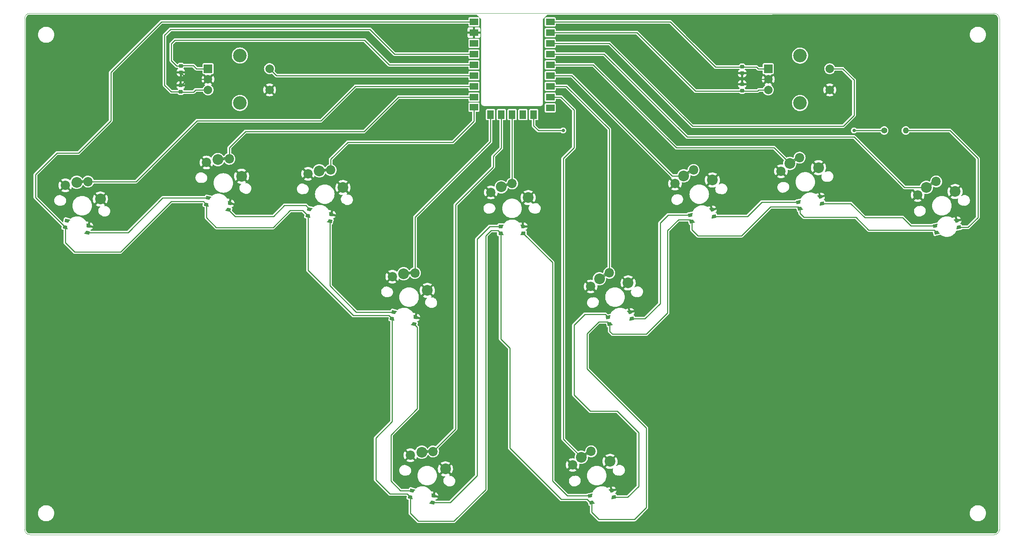
<source format=gbr>
%TF.GenerationSoftware,KiCad,Pcbnew,(6.0.1)*%
%TF.CreationDate,2023-04-04T23:27:15+09:00*%
%TF.ProjectId,MAXCON-zero,4d415843-4f4e-42d7-9a65-726f2e6b6963,rev?*%
%TF.SameCoordinates,Original*%
%TF.FileFunction,Copper,L1,Top*%
%TF.FilePolarity,Positive*%
%FSLAX46Y46*%
G04 Gerber Fmt 4.6, Leading zero omitted, Abs format (unit mm)*
G04 Created by KiCad (PCBNEW (6.0.1)) date 2023-04-04 23:27:15*
%MOMM*%
%LPD*%
G01*
G04 APERTURE LIST*
G04 Aperture macros list*
%AMRoundRect*
0 Rectangle with rounded corners*
0 $1 Rounding radius*
0 $2 $3 $4 $5 $6 $7 $8 $9 X,Y pos of 4 corners*
0 Add a 4 corners polygon primitive as box body*
4,1,4,$2,$3,$4,$5,$6,$7,$8,$9,$2,$3,0*
0 Add four circle primitives for the rounded corners*
1,1,$1+$1,$2,$3*
1,1,$1+$1,$4,$5*
1,1,$1+$1,$6,$7*
1,1,$1+$1,$8,$9*
0 Add four rect primitives between the rounded corners*
20,1,$1+$1,$2,$3,$4,$5,0*
20,1,$1+$1,$4,$5,$6,$7,0*
20,1,$1+$1,$6,$7,$8,$9,0*
20,1,$1+$1,$8,$9,$2,$3,0*%
%AMFreePoly0*
4,1,34,0.539142,0.394142,0.545000,0.380000,0.545000,-0.380000,0.542091,-0.387023,0.539183,-0.394101,0.539154,-0.394113,0.539142,-0.394142,0.532183,-0.397025,0.525059,-0.400000,-0.345813,-0.402541,-0.359972,-0.396724,-0.365871,-0.382599,-0.363699,-0.377313,-0.368760,-0.369759,-0.367711,-0.364454,-0.414942,-0.174744,-0.481229,0.014483,-0.564791,0.196743,-0.661662,0.364831,-0.664143,0.365858,
-0.665002,0.367933,-0.666846,0.369219,-0.667839,0.374782,-0.670000,0.380000,-0.669139,0.382076,-0.669535,0.384289,-0.666303,0.388925,-0.664142,0.394142,-0.662066,0.395002,-0.660781,0.396846,-0.655218,0.397839,-0.650001,0.400000,0.525000,0.400000,0.539142,0.394142,0.539142,0.394142,$1*%
%AMFreePoly1*
4,1,32,0.525059,0.400001,0.532183,0.397025,0.539142,0.394142,0.539154,0.394113,0.539183,0.394101,0.542091,0.387023,0.545000,0.380000,0.545000,-0.380000,0.539142,-0.394142,0.525000,-0.400000,-0.650000,-0.400000,-0.664142,-0.394142,-0.670000,-0.380000,-0.664142,-0.365858,-0.650000,-0.360000,-0.639861,-0.360000,-0.639730,-0.359737,-0.647299,-0.349312,-0.644899,-0.334193,-0.640756,-0.331184,
-0.549199,-0.165628,-0.470962,0.011813,-0.408969,0.195560,-0.364825,0.379525,-0.365041,0.380578,-0.365871,0.382599,-0.365592,0.383268,-0.365853,0.384541,-0.363693,0.387815,-0.359972,0.396724,-0.345813,0.402541,0.525059,0.400001,0.525059,0.400001,$1*%
%AMFreePoly2*
4,1,37,0.319736,0.407785,0.429772,0.357533,0.521194,0.278316,0.586594,0.176552,0.620674,0.060484,0.620674,-0.060484,0.586594,-0.176551,0.521194,-0.278316,0.429772,-0.357533,0.319736,-0.407785,0.200000,-0.425000,-0.275000,-0.425000,-0.292678,-0.417678,-0.300000,-0.400000,-0.295208,-0.388431,-0.305365,-0.372951,-0.304263,-0.367635,-0.350273,-0.173516,-0.415031,0.020480,-0.496859,0.207915,
-0.592281,0.382137,-0.592678,0.382301,-0.593020,0.383126,-0.597072,0.386095,-0.598748,0.396955,-0.600000,0.399978,-0.599427,0.401360,-0.599990,0.405006,-0.595222,0.411514,-0.592678,0.417657,-0.589869,0.418820,-0.588682,0.420441,-0.584339,0.421111,-0.575001,0.424979,0.199999,0.425000,0.200000,0.425000,0.319736,0.407785,0.319736,0.407785,$1*%
G04 Aperture macros list end*
%TA.AperFunction,Profile*%
%ADD10C,0.100000*%
%TD*%
%TA.AperFunction,EtchedComponent*%
%ADD11C,0.200000*%
%TD*%
%TA.AperFunction,ComponentPad*%
%ADD12C,2.200000*%
%TD*%
%TA.AperFunction,ComponentPad*%
%ADD13C,2.540000*%
%TD*%
%TA.AperFunction,ComponentPad*%
%ADD14R,2.000000X2.000000*%
%TD*%
%TA.AperFunction,ComponentPad*%
%ADD15C,2.000000*%
%TD*%
%TA.AperFunction,ComponentPad*%
%ADD16C,3.200000*%
%TD*%
%TA.AperFunction,SMDPad,CuDef*%
%ADD17FreePoly0,193.500000*%
%TD*%
%TA.AperFunction,SMDPad,CuDef*%
%ADD18FreePoly1,193.500000*%
%TD*%
%TA.AperFunction,SMDPad,CuDef*%
%ADD19FreePoly2,13.500000*%
%TD*%
%TA.AperFunction,SMDPad,CuDef*%
%ADD20FreePoly1,13.500000*%
%TD*%
%TA.AperFunction,SMDPad,CuDef*%
%ADD21RoundRect,0.225000X-0.250000X0.225000X-0.250000X-0.225000X0.250000X-0.225000X0.250000X0.225000X0*%
%TD*%
%TA.AperFunction,SMDPad,CuDef*%
%ADD22FreePoly0,180.000000*%
%TD*%
%TA.AperFunction,SMDPad,CuDef*%
%ADD23FreePoly1,180.000000*%
%TD*%
%TA.AperFunction,SMDPad,CuDef*%
%ADD24FreePoly2,0.000000*%
%TD*%
%TA.AperFunction,SMDPad,CuDef*%
%ADD25FreePoly1,0.000000*%
%TD*%
%TA.AperFunction,SMDPad,CuDef*%
%ADD26FreePoly0,166.500000*%
%TD*%
%TA.AperFunction,SMDPad,CuDef*%
%ADD27FreePoly1,166.500000*%
%TD*%
%TA.AperFunction,SMDPad,CuDef*%
%ADD28FreePoly2,346.500000*%
%TD*%
%TA.AperFunction,SMDPad,CuDef*%
%ADD29FreePoly1,346.500000*%
%TD*%
%TA.AperFunction,ComponentPad*%
%ADD30C,1.400000*%
%TD*%
%TA.AperFunction,ComponentPad*%
%ADD31O,1.400000X1.400000*%
%TD*%
%TA.AperFunction,SMDPad,CuDef*%
%ADD32R,2.000000X1.600000*%
%TD*%
%TA.AperFunction,SMDPad,CuDef*%
%ADD33R,1.600000X2.000000*%
%TD*%
%TA.AperFunction,ViaPad*%
%ADD34C,0.800000*%
%TD*%
%TA.AperFunction,Conductor*%
%ADD35C,0.250000*%
%TD*%
G04 APERTURE END LIST*
D10*
X22860000Y-29210000D02*
G75*
G03*
X21590000Y-30480000I-66J-1269934D01*
G01*
X251460000Y-30480000D02*
X251460000Y-151280000D01*
X250190000Y-152400000D02*
G75*
G03*
X251460000Y-151280000I0J1280045D01*
G01*
X21590000Y-151130000D02*
G75*
G03*
X22860000Y-152400000I1269999J-1D01*
G01*
X21590000Y-30480000D02*
X21590000Y-151130000D01*
X250190000Y-152400000D02*
X22860000Y-152400000D01*
X251460000Y-30480000D02*
G75*
G03*
X250200000Y-29200000I-1280125J33D01*
G01*
X144780000Y-29210000D02*
X250200000Y-29200000D01*
X128270000Y-29210000D02*
X22860000Y-29210000D01*
X128270000Y-29210000D02*
X144780000Y-29210000D01*
D11*
%TO.C,SW3*%
X177936075Y-67169135D02*
X178476479Y-66656311D01*
X178476479Y-66656311D02*
X178593499Y-66779624D01*
X178593499Y-66779624D02*
X178053095Y-67292448D01*
X178053095Y-67292448D02*
X177936075Y-67169135D01*
X177726934Y-66919955D02*
X178267338Y-66407131D01*
X178267338Y-66407131D02*
X178384358Y-66530444D01*
X178384358Y-66530444D02*
X177843954Y-67043268D01*
X177843954Y-67043268D02*
X177726934Y-66919955D01*
%TO.C,SW1*%
X235151546Y-69887558D02*
X235691950Y-69374734D01*
X235691950Y-69374734D02*
X235808970Y-69498047D01*
X235808970Y-69498047D02*
X235268566Y-70010871D01*
X235268566Y-70010871D02*
X235151546Y-69887558D01*
X234942405Y-69638378D02*
X235482809Y-69125554D01*
X235482809Y-69125554D02*
X235599829Y-69248867D01*
X235599829Y-69248867D02*
X235059425Y-69761691D01*
X235059425Y-69761691D02*
X234942405Y-69638378D01*
%TO.C,SW10*%
X34820377Y-68849722D02*
X35534698Y-68638130D01*
X35534698Y-68638130D02*
X35582980Y-68801129D01*
X35582980Y-68801129D02*
X34868660Y-69012721D01*
X34868660Y-69012721D02*
X34820377Y-68849722D01*
X34893597Y-69166690D02*
X35607918Y-68955099D01*
X35607918Y-68955099D02*
X35656201Y-69118098D01*
X35656201Y-69118098D02*
X34941880Y-69329689D01*
X34941880Y-69329689D02*
X34893597Y-69166690D01*
%TO.C,SW4*%
X157853147Y-91231117D02*
X158393551Y-90718293D01*
X158393551Y-90718293D02*
X158510571Y-90841606D01*
X158510571Y-90841606D02*
X157970167Y-91354430D01*
X157970167Y-91354430D02*
X157853147Y-91231117D01*
X158062288Y-91480297D02*
X158602692Y-90967473D01*
X158602692Y-90967473D02*
X158719712Y-91090786D01*
X158719712Y-91090786D02*
X158179308Y-91603610D01*
X158179308Y-91603610D02*
X158062288Y-91480297D01*
%TO.C,SW11*%
X134834634Y-69706647D02*
X135479823Y-69334147D01*
X135479823Y-69334147D02*
X135564823Y-69481371D01*
X135564823Y-69481371D02*
X134919634Y-69853871D01*
X134919634Y-69853871D02*
X134834634Y-69706647D01*
X134979826Y-69997765D02*
X135625015Y-69625265D01*
X135625015Y-69625265D02*
X135710015Y-69772489D01*
X135710015Y-69772489D02*
X135064826Y-70144989D01*
X135064826Y-70144989D02*
X134979826Y-69997765D01*
%TO.C,SW2*%
X202736518Y-64000931D02*
X203276922Y-63488107D01*
X203276922Y-63488107D02*
X203393942Y-63611420D01*
X203393942Y-63611420D02*
X202853538Y-64124244D01*
X202853538Y-64124244D02*
X202736518Y-64000931D01*
X202945659Y-64250111D02*
X203486063Y-63737287D01*
X203486063Y-63737287D02*
X203603083Y-63860600D01*
X203603083Y-63860600D02*
X203062679Y-64373424D01*
X203062679Y-64373424D02*
X202945659Y-64250111D01*
%TO.C,SW8*%
X92035847Y-66131299D02*
X92750168Y-65919707D01*
X92750168Y-65919707D02*
X92798450Y-66082706D01*
X92798450Y-66082706D02*
X92084130Y-66294298D01*
X92084130Y-66294298D02*
X92035847Y-66131299D01*
X92109067Y-66448267D02*
X92823388Y-66236676D01*
X92823388Y-66236676D02*
X92871671Y-66399675D01*
X92871671Y-66399675D02*
X92157350Y-66611266D01*
X92157350Y-66611266D02*
X92109067Y-66448267D01*
%TO.C,SW6*%
X116184999Y-132605493D02*
X116899320Y-132393901D01*
X116899320Y-132393901D02*
X116947602Y-132556900D01*
X116947602Y-132556900D02*
X116233282Y-132768492D01*
X116233282Y-132768492D02*
X116184999Y-132605493D01*
X116258219Y-132922461D02*
X116972540Y-132710870D01*
X116972540Y-132710870D02*
X117020823Y-132873869D01*
X117020823Y-132873869D02*
X116306502Y-133085460D01*
X116306502Y-133085460D02*
X116258219Y-132922461D01*
%TO.C,SW5*%
X153577783Y-133394149D02*
X154118187Y-132881325D01*
X154118187Y-132881325D02*
X154235207Y-133004638D01*
X154235207Y-133004638D02*
X153694803Y-133517462D01*
X153694803Y-133517462D02*
X153577783Y-133394149D01*
X153786924Y-133643329D02*
X154327328Y-133130505D01*
X154327328Y-133130505D02*
X154444348Y-133253818D01*
X154444348Y-133253818D02*
X153903944Y-133766642D01*
X153903944Y-133766642D02*
X153786924Y-133643329D01*
%TO.C,SW9*%
X68188539Y-63790701D02*
X68902860Y-63579110D01*
X68902860Y-63579110D02*
X68951143Y-63742109D01*
X68951143Y-63742109D02*
X68236822Y-63953700D01*
X68236822Y-63953700D02*
X68188539Y-63790701D01*
X68115319Y-63473733D02*
X68829640Y-63262141D01*
X68829640Y-63262141D02*
X68877922Y-63425140D01*
X68877922Y-63425140D02*
X68163602Y-63636732D01*
X68163602Y-63636732D02*
X68115319Y-63473733D01*
%TO.C,SW7*%
X111909635Y-90442461D02*
X112623956Y-90230869D01*
X112623956Y-90230869D02*
X112672238Y-90393868D01*
X112672238Y-90393868D02*
X111957918Y-90605460D01*
X111957918Y-90605460D02*
X111909635Y-90442461D01*
X111982855Y-90759429D02*
X112697176Y-90547838D01*
X112697176Y-90547838D02*
X112745459Y-90710837D01*
X112745459Y-90710837D02*
X112031138Y-90922428D01*
X112031138Y-90922428D02*
X111982855Y-90759429D01*
%TD*%
D12*
%TO.P,SW3,1,A*%
%TO.N,Net-(RZ1-Pad6)*%
X179326969Y-66237297D03*
D13*
X177018429Y-67609118D03*
%TO.P,SW3,2,B*%
%TO.N,GND*%
X183785929Y-68596560D03*
D12*
X174955354Y-69446500D03*
%TD*%
D14*
%TO.P,E2,A,A*%
%TO.N,Net-(C4-Pad1)*%
X196950000Y-42311371D03*
D15*
%TO.P,E2,B,B*%
%TO.N,Net-(C3-Pad2)*%
X196950000Y-47311371D03*
%TO.P,E2,C,C*%
%TO.N,GND*%
X196950000Y-44811371D03*
D16*
%TO.P,E2,MP*%
%TO.N,N/C*%
X204450000Y-39211371D03*
X204450000Y-50411371D03*
D15*
%TO.P,E2,S1,S1*%
%TO.N,GND*%
X211450000Y-47311371D03*
%TO.P,E2,S2,S2*%
%TO.N,Net-(E2-PadS2)*%
X211450000Y-42311371D03*
%TD*%
D13*
%TO.P,SW1,1,A*%
%TO.N,Net-(RZ1-Pad4)*%
X234233900Y-70327541D03*
D12*
X236542440Y-68955720D03*
D13*
%TO.P,SW1,2,B*%
%TO.N,GND*%
X241001400Y-71314983D03*
D12*
X232170825Y-72164923D03*
%TD*%
D17*
%TO.P,D4,1,VDD*%
%TO.N,5v*%
X159579713Y-102607102D03*
D18*
%TO.P,D4,2,DOUT*%
%TO.N,Net-(D4-Pad2)*%
X159230898Y-101045380D03*
D19*
%TO.P,D4,3,VSS*%
%TO.N,GND*%
X164294029Y-99829830D03*
D20*
%TO.P,D4,4,DIN*%
%TO.N,Net-(D3-Pad2)*%
X164741636Y-101367834D03*
%TD*%
D21*
%TO.P,C1,1*%
%TO.N,Net-(RZ1-Pad19)*%
X58420000Y-41625000D03*
%TO.P,C1,2*%
%TO.N,GND*%
X58420000Y-43175000D03*
%TD*%
D22*
%TO.P,D6,1,VDD*%
%TO.N,5v*%
X133857823Y-81171371D03*
D23*
%TO.P,D6,2,DOUT*%
%TO.N,Net-(D6-Pad2)*%
X133883223Y-79571371D03*
D24*
%TO.P,D6,3,VSS*%
%TO.N,GND*%
X139090223Y-79571371D03*
D25*
%TO.P,D6,4,DIN*%
%TO.N,Net-(D5-Pad2)*%
X139166423Y-81171371D03*
%TD*%
D13*
%TO.P,SW10,1,A*%
%TO.N,Net-(RZ1-Pad17)*%
X33876221Y-69142116D03*
D12*
X36555939Y-68967869D03*
%TO.P,SW10,2,B*%
%TO.N,GND*%
X31203854Y-69842619D03*
D13*
X39457819Y-73094313D03*
%TD*%
D12*
%TO.P,SW4,1,A*%
%TO.N,Net-(RZ1-Pad7)*%
X159453182Y-90548459D03*
D13*
X157144642Y-91920280D03*
%TO.P,SW4,2,B*%
%TO.N,GND*%
X163912142Y-92907722D03*
D12*
X155081567Y-93757662D03*
%TD*%
D17*
%TO.P,D5,1,VDD*%
%TO.N,5v*%
X155304349Y-144770134D03*
D18*
%TO.P,D5,2,DOUT*%
%TO.N,Net-(D5-Pad2)*%
X154955534Y-143208412D03*
D19*
%TO.P,D5,3,VSS*%
%TO.N,GND*%
X160018665Y-141992862D03*
D20*
%TO.P,D5,4,DIN*%
%TO.N,Net-(D4-Pad2)*%
X160466272Y-143530866D03*
%TD*%
D26*
%TO.P,D11,1,VDD*%
%TO.N,5v*%
X31194168Y-79769642D03*
D27*
%TO.P,D11,2,DOUT*%
%TO.N,unconnected-(D11-Pad2)*%
X31592379Y-78219780D03*
D28*
%TO.P,D11,3,VSS*%
%TO.N,GND*%
X36655509Y-79435330D03*
D29*
%TO.P,D11,4,DIN*%
%TO.N,Net-(D10-Pad2)*%
X36356091Y-81008910D03*
%TD*%
D13*
%TO.P,SW11,1,A*%
%TO.N,Net-(RZ1-Pad12)*%
X133984823Y-70211371D03*
D12*
X136549823Y-69416371D03*
D13*
%TO.P,SW11,2,B*%
%TO.N,GND*%
X140334823Y-72751371D03*
D12*
X131549823Y-71516371D03*
%TD*%
D30*
%TO.P,R1,1*%
%TO.N,Net-(R1-Pad1)*%
X224282000Y-56896000D03*
D31*
%TO.P,R1,2*%
%TO.N,Net-(D1-Pad4)*%
X229362000Y-56896000D03*
%TD*%
D12*
%TO.P,SW2,1,A*%
%TO.N,Net-(RZ1-Pad5)*%
X204336553Y-63318273D03*
D13*
X202028013Y-64690094D03*
D12*
%TO.P,SW2,2,B*%
%TO.N,GND*%
X199964938Y-66527476D03*
D13*
X208795513Y-65677536D03*
%TD*%
D14*
%TO.P,E1,A,A*%
%TO.N,Net-(RZ1-Pad19)*%
X64850000Y-42300000D03*
D15*
%TO.P,E1,B,B*%
%TO.N,Net-(C2-Pad2)*%
X64850000Y-47300000D03*
%TO.P,E1,C,C*%
%TO.N,GND*%
X64850000Y-44800000D03*
D16*
%TO.P,E1,MP*%
%TO.N,N/C*%
X72350000Y-50400000D03*
X72350000Y-39200000D03*
D15*
%TO.P,E1,S1,S1*%
%TO.N,GND*%
X79350000Y-47300000D03*
%TO.P,E1,S2,S2*%
%TO.N,Net-(E1-PadS2)*%
X79350000Y-42300000D03*
%TD*%
D17*
%TO.P,D1,1,VDD*%
%TO.N,5v*%
X236668971Y-81014363D03*
D18*
%TO.P,D1,2,DOUT*%
%TO.N,Net-(D1-Pad2)*%
X236320156Y-79452641D03*
D19*
%TO.P,D1,3,VSS*%
%TO.N,GND*%
X241383287Y-78237091D03*
D20*
%TO.P,D1,4,DIN*%
%TO.N,Net-(D1-Pad4)*%
X241830894Y-79775095D03*
%TD*%
D13*
%TO.P,SW8,1,A*%
%TO.N,Net-(RZ1-Pad15)*%
X91091691Y-66423693D03*
D12*
X93771409Y-66249446D03*
%TO.P,SW8,2,B*%
%TO.N,GND*%
X88419324Y-67124196D03*
D13*
X96673289Y-70375890D03*
%TD*%
%TO.P,SW6,1,A*%
%TO.N,Net-(RZ1-Pad13)*%
X115240843Y-132897887D03*
D12*
X117920561Y-132723640D03*
D13*
%TO.P,SW6,2,B*%
%TO.N,GND*%
X120822441Y-136850084D03*
D12*
X112568476Y-133598390D03*
%TD*%
D17*
%TO.P,D3,1,VDD*%
%TO.N,5v*%
X178952728Y-78416164D03*
D18*
%TO.P,D3,2,DOUT*%
%TO.N,Net-(D3-Pad2)*%
X178603913Y-76854442D03*
D19*
%TO.P,D3,3,VSS*%
%TO.N,GND*%
X183667044Y-75638892D03*
D20*
%TO.P,D3,4,DIN*%
%TO.N,Net-(D2-Pad2)*%
X184114651Y-77176896D03*
%TD*%
D17*
%TO.P,D2,1,VDD*%
%TO.N,5v*%
X204463083Y-75376915D03*
D18*
%TO.P,D2,2,DOUT*%
%TO.N,Net-(D2-Pad2)*%
X204114268Y-73815193D03*
D19*
%TO.P,D2,3,VSS*%
%TO.N,GND*%
X209177399Y-72599643D03*
D20*
%TO.P,D2,4,DIN*%
%TO.N,Net-(D1-Pad2)*%
X209625006Y-74137647D03*
%TD*%
D26*
%TO.P,D9,1,VDD*%
%TO.N,5v*%
X88409640Y-77051218D03*
D27*
%TO.P,D9,2,DOUT*%
%TO.N,Net-(D10-Pad4)*%
X88807851Y-75501356D03*
D28*
%TO.P,D9,3,VSS*%
%TO.N,GND*%
X93870981Y-76716906D03*
D29*
%TO.P,D9,4,DIN*%
%TO.N,Net-(D8-Pad2)*%
X93571563Y-78290486D03*
%TD*%
D32*
%TO.P,RZ1,1,GP0*%
%TO.N,Net-(C4-Pad1)*%
X145549823Y-31241371D03*
%TO.P,RZ1,2,GP1*%
%TO.N,Net-(C3-Pad2)*%
X145549823Y-33781371D03*
%TO.P,RZ1,3,GP2*%
%TO.N,Net-(E2-PadS2)*%
X145549823Y-36321371D03*
%TO.P,RZ1,4,GP3*%
%TO.N,Net-(RZ1-Pad4)*%
X145549823Y-38861371D03*
%TO.P,RZ1,5,GP4*%
%TO.N,Net-(RZ1-Pad5)*%
X145549823Y-41401371D03*
%TO.P,RZ1,6,GP5*%
%TO.N,Net-(RZ1-Pad6)*%
X145549823Y-43941371D03*
%TO.P,RZ1,7,GP6*%
%TO.N,Net-(RZ1-Pad7)*%
X145549823Y-46481371D03*
%TO.P,RZ1,8,GP7*%
%TO.N,Net-(RZ1-Pad8)*%
X145549823Y-49021371D03*
%TO.P,RZ1,9,GP8*%
%TO.N,unconnected-(RZ1-Pad9)*%
X145549823Y-51561371D03*
D33*
%TO.P,RZ1,10,GP9*%
%TO.N,Net-(R1-Pad1)*%
X141629823Y-53151371D03*
%TO.P,RZ1,11,GP10*%
%TO.N,unconnected-(RZ1-Pad11)*%
X139089823Y-53151371D03*
%TO.P,RZ1,12,GP11*%
%TO.N,Net-(RZ1-Pad12)*%
X136549823Y-53151371D03*
%TO.P,RZ1,13,GP12*%
%TO.N,Net-(RZ1-Pad13)*%
X134009823Y-53151371D03*
%TO.P,RZ1,14,GP13*%
%TO.N,Net-(RZ1-Pad14)*%
X131469823Y-53151371D03*
D32*
%TO.P,RZ1,15,GP4*%
%TO.N,Net-(RZ1-Pad15)*%
X127549823Y-51373371D03*
%TO.P,RZ1,16,GP3*%
%TO.N,Net-(RZ1-Pad16)*%
X127549823Y-49021371D03*
%TO.P,RZ1,17,GP19*%
%TO.N,Net-(RZ1-Pad17)*%
X127549823Y-46481371D03*
%TO.P,RZ1,18,GP27*%
%TO.N,Net-(E1-PadS2)*%
X127549823Y-43941371D03*
%TO.P,RZ1,19,GP28*%
%TO.N,Net-(RZ1-Pad19)*%
X127549823Y-41401371D03*
%TO.P,RZ1,20,GP29*%
%TO.N,Net-(C2-Pad2)*%
X127549823Y-38861371D03*
%TO.P,RZ1,21,3v3*%
%TO.N,unconnected-(RZ1-Pad21)*%
X127549823Y-36321371D03*
%TO.P,RZ1,22,GND*%
%TO.N,GND*%
X127549823Y-33781371D03*
%TO.P,RZ1,23,5V*%
%TO.N,5v*%
X127549823Y-31241371D03*
%TD*%
D12*
%TO.P,SW5,1,A*%
%TO.N,Net-(RZ1-Pad8)*%
X155177818Y-132711491D03*
D13*
X152869278Y-134083312D03*
D12*
%TO.P,SW5,2,B*%
%TO.N,GND*%
X150806203Y-135920694D03*
D13*
X159636778Y-135070754D03*
%TD*%
%TO.P,SW9,1,A*%
%TO.N,Net-(RZ1-Pad16)*%
X67171163Y-63766127D03*
D12*
X69850881Y-63591880D03*
%TO.P,SW9,2,B*%
%TO.N,GND*%
X64498796Y-64466630D03*
D13*
X72752761Y-67718324D03*
%TD*%
D21*
%TO.P,C2,1*%
%TO.N,GND*%
X58400000Y-46225000D03*
%TO.P,C2,2*%
%TO.N,Net-(C2-Pad2)*%
X58400000Y-47775000D03*
%TD*%
D13*
%TO.P,SW7,1,A*%
%TO.N,Net-(RZ1-Pad14)*%
X110965479Y-90734855D03*
D12*
X113645197Y-90560608D03*
D13*
%TO.P,SW7,2,B*%
%TO.N,GND*%
X116547077Y-94687052D03*
D12*
X108293112Y-91435358D03*
%TD*%
D21*
%TO.P,C4,1*%
%TO.N,Net-(C4-Pad1)*%
X190800000Y-41825000D03*
%TO.P,C4,2*%
%TO.N,GND*%
X190800000Y-43375000D03*
%TD*%
%TO.P,C3,1*%
%TO.N,GND*%
X190799996Y-45960825D03*
%TO.P,C3,2*%
%TO.N,Net-(C3-Pad2)*%
X190799996Y-47510825D03*
%TD*%
D26*
%TO.P,D7,1,VDD*%
%TO.N,5v*%
X112558790Y-143525413D03*
D27*
%TO.P,D7,2,DOUT*%
%TO.N,Net-(D7-Pad2)*%
X112957001Y-141975551D03*
D28*
%TO.P,D7,3,VSS*%
%TO.N,GND*%
X118020131Y-143191101D03*
D29*
%TO.P,D7,4,DIN*%
%TO.N,Net-(D6-Pad2)*%
X117720713Y-144764681D03*
%TD*%
D26*
%TO.P,D10,1,VDD*%
%TO.N,5v*%
X64489110Y-74393654D03*
D27*
%TO.P,D10,2,DOUT*%
%TO.N,Net-(D10-Pad2)*%
X64887321Y-72843792D03*
D28*
%TO.P,D10,3,VSS*%
%TO.N,GND*%
X69950451Y-74059342D03*
D29*
%TO.P,D10,4,DIN*%
%TO.N,Net-(D10-Pad4)*%
X69651033Y-75632922D03*
%TD*%
D26*
%TO.P,D8,1,VDD*%
%TO.N,5v*%
X108283426Y-101362382D03*
D27*
%TO.P,D8,2,DOUT*%
%TO.N,Net-(D8-Pad2)*%
X108681637Y-99812520D03*
D28*
%TO.P,D8,3,VSS*%
%TO.N,GND*%
X113744767Y-101028070D03*
D29*
%TO.P,D8,4,DIN*%
%TO.N,Net-(D7-Pad2)*%
X113445349Y-102601650D03*
%TD*%
D34*
%TO.N,Net-(R1-Pad1)*%
X148590000Y-56896000D03*
X217170000Y-56896000D03*
%TD*%
D35*
%TO.N,GND*%
X195011371Y-44811371D02*
X193911371Y-45911371D01*
X58400000Y-46205000D02*
X58420000Y-46225000D01*
X58575000Y-46225000D02*
X58420000Y-46225000D01*
X193861917Y-45960825D02*
X193911371Y-45911371D01*
X193575000Y-43375000D02*
X190800000Y-43375000D01*
X195011371Y-44811371D02*
X193575000Y-43375000D01*
X60000000Y-44800000D02*
X58400000Y-43200000D01*
X196950000Y-44811371D02*
X195011371Y-44811371D01*
X190799996Y-45960825D02*
X193861917Y-45960825D01*
X60000000Y-44800000D02*
X58575000Y-46225000D01*
X64850000Y-44800000D02*
X60000000Y-44800000D01*
X192600004Y-46049996D02*
X192600000Y-46050000D01*
%TO.N,Net-(RZ1-Pad19)*%
X64850000Y-42300000D02*
X62100000Y-42300000D01*
X56200000Y-36400000D02*
X57040000Y-35560000D01*
X57040000Y-35560000D02*
X101760000Y-35560000D01*
X62100000Y-42300000D02*
X61400000Y-41600000D01*
X107601371Y-41401371D02*
X127549823Y-41401371D01*
X101760000Y-35560000D02*
X107601371Y-41401371D01*
X57450000Y-41650000D02*
X56200000Y-40400000D01*
X56200000Y-40400000D02*
X56200000Y-36400000D01*
X61400000Y-41600000D02*
X58450000Y-41600000D01*
X58450000Y-41600000D02*
X58400000Y-41650000D01*
X58400000Y-41650000D02*
X57450000Y-41650000D01*
%TO.N,5v*%
X104394000Y-129540000D02*
X104394000Y-139446000D01*
X130302000Y-141698000D02*
X130302000Y-81788000D01*
X160200000Y-105000000D02*
X168200000Y-105000000D01*
X122800000Y-149200000D02*
X130302000Y-141698000D01*
X220600000Y-80400000D02*
X236054608Y-80400000D01*
X127549823Y-31241371D02*
X53848629Y-31241371D01*
X104394000Y-139446000D02*
X107696000Y-142748000D01*
X168200000Y-127200000D02*
X154178000Y-113178000D01*
X41910000Y-54610000D02*
X34290000Y-62230000D01*
X159579713Y-102607102D02*
X159579713Y-104379713D01*
X159080611Y-102108000D02*
X159579713Y-102607102D01*
X131572000Y-80518000D02*
X133204452Y-80518000D01*
X205400000Y-77400000D02*
X217600000Y-77400000D01*
X136000000Y-108314000D02*
X136000000Y-131936000D01*
X204463083Y-75376915D02*
X204463083Y-76463083D01*
X159579713Y-104379713D02*
X160200000Y-105000000D01*
X133204452Y-80518000D02*
X133857823Y-81171371D01*
X99060000Y-100584000D02*
X107505044Y-100584000D01*
X165400000Y-148800000D02*
X168200000Y-146000000D01*
X204016168Y-74930000D02*
X204463083Y-75376915D01*
X190600000Y-81800000D02*
X197470000Y-74930000D01*
X178514564Y-77978000D02*
X178952728Y-78416164D01*
X136000000Y-131936000D02*
X148082000Y-144018000D01*
X154178000Y-144018000D02*
X154686000Y-144526000D01*
X133857823Y-81171371D02*
X133857823Y-106171823D01*
X111781377Y-142748000D02*
X112558790Y-143525413D01*
X41910000Y-43180000D02*
X41910000Y-54610000D01*
X80220000Y-79800000D02*
X84220000Y-75800000D01*
X24130000Y-67310000D02*
X24130000Y-72705474D01*
X64489110Y-74393654D02*
X64489110Y-77489110D01*
X154178000Y-104902000D02*
X156972000Y-102108000D01*
X173200000Y-100000000D02*
X173200000Y-80546000D01*
X87158422Y-75800000D02*
X88409640Y-77051218D01*
X53848629Y-31241371D02*
X41910000Y-43180000D01*
X44200000Y-85600000D02*
X56140000Y-73660000D01*
X133857823Y-106171823D02*
X136000000Y-108314000D01*
X108283426Y-101362382D02*
X108283426Y-125650574D01*
X178952728Y-78416164D02*
X178952728Y-80352728D01*
X157000000Y-148800000D02*
X165400000Y-148800000D01*
X108283426Y-125650574D02*
X104394000Y-129540000D01*
X84220000Y-75800000D02*
X87158422Y-75800000D01*
X107505044Y-100584000D02*
X108283426Y-101362382D01*
X88409640Y-89933640D02*
X99060000Y-100584000D01*
X24130000Y-72705474D02*
X31194168Y-79769642D01*
X175768000Y-77978000D02*
X178514564Y-77978000D01*
X168200000Y-105000000D02*
X173200000Y-100000000D01*
X34290000Y-62230000D02*
X29210000Y-62230000D01*
X180400000Y-81800000D02*
X190600000Y-81800000D01*
X168200000Y-146000000D02*
X168200000Y-127200000D01*
X31200000Y-83400000D02*
X33400000Y-85600000D01*
X56140000Y-73660000D02*
X63755456Y-73660000D01*
X114402000Y-149200000D02*
X122800000Y-149200000D01*
X148082000Y-144018000D02*
X154178000Y-144018000D01*
X178952728Y-80352728D02*
X180400000Y-81800000D01*
X33400000Y-85600000D02*
X44200000Y-85600000D01*
X112558790Y-147356790D02*
X114402000Y-149200000D01*
X63755456Y-73660000D02*
X64489110Y-74393654D01*
X88409640Y-77051218D02*
X88409640Y-89933640D01*
X154178000Y-113178000D02*
X154178000Y-104902000D01*
X107696000Y-142748000D02*
X111781377Y-142748000D01*
X29210000Y-62230000D02*
X24130000Y-67310000D01*
X197470000Y-74930000D02*
X204016168Y-74930000D01*
X217600000Y-77400000D02*
X220600000Y-80400000D01*
X156972000Y-102108000D02*
X159080611Y-102108000D01*
X173200000Y-80546000D02*
X175768000Y-77978000D01*
X112558790Y-143525413D02*
X112558790Y-147356790D01*
X66800000Y-79800000D02*
X80220000Y-79800000D01*
X31194168Y-79769642D02*
X31200000Y-79775474D01*
X64489110Y-77489110D02*
X66800000Y-79800000D01*
X31200000Y-79775474D02*
X31200000Y-83400000D01*
X204463083Y-76463083D02*
X205400000Y-77400000D01*
X236054608Y-80400000D02*
X236668971Y-81014363D01*
X130302000Y-81788000D02*
X131572000Y-80518000D01*
X155304349Y-147104349D02*
X157000000Y-148800000D01*
X155304349Y-144770134D02*
X155304349Y-147104349D01*
%TO.N,Net-(D1-Pad2)*%
X219710000Y-77470000D02*
X228600000Y-77470000D01*
X230582641Y-79452641D02*
X236320156Y-79452641D01*
X209625006Y-74137647D02*
X216377647Y-74137647D01*
X228600000Y-77470000D02*
X230582641Y-79452641D01*
X216377647Y-74137647D02*
X219710000Y-77470000D01*
%TO.N,Net-(D1-Pad4)*%
X229362000Y-56896000D02*
X239776000Y-56896000D01*
X246380000Y-77470000D02*
X246380000Y-63500000D01*
X239776000Y-56896000D02*
X246380000Y-63500000D01*
X241830894Y-79775095D02*
X244074905Y-79775095D01*
X244074905Y-79775095D02*
X246380000Y-77470000D01*
%TO.N,Net-(D2-Pad2)*%
X184114651Y-77176896D02*
X192063104Y-77176896D01*
X192063104Y-77176896D02*
X195424807Y-73815193D01*
X195424807Y-73815193D02*
X204114268Y-73815193D01*
%TO.N,Net-(D3-Pad2)*%
X171450000Y-97790000D02*
X171450000Y-78740000D01*
X167872166Y-101367834D02*
X171450000Y-97790000D01*
X164741636Y-101367834D02*
X167872166Y-101367834D01*
X173335558Y-76854442D02*
X178603913Y-76854442D01*
X171450000Y-78740000D02*
X173335558Y-76854442D01*
%TO.N,Net-(D4-Pad2)*%
X153670000Y-100330000D02*
X158515518Y-100330000D01*
X151130000Y-102870000D02*
X153670000Y-100330000D01*
X151130000Y-119380000D02*
X151130000Y-102870000D01*
X163809134Y-143530866D02*
X166370000Y-140970000D01*
X158515518Y-100330000D02*
X159230898Y-101045380D01*
X166370000Y-128270000D02*
X161290000Y-123190000D01*
X154940000Y-123190000D02*
X151130000Y-119380000D01*
X166370000Y-140970000D02*
X166370000Y-128270000D01*
X161290000Y-123190000D02*
X154940000Y-123190000D01*
X160466272Y-143530866D02*
X163809134Y-143530866D01*
%TO.N,Net-(D5-Pad2)*%
X146050000Y-88054948D02*
X146050000Y-139700000D01*
X139166423Y-81171371D02*
X146050000Y-88054948D01*
X146050000Y-139700000D02*
X149558412Y-143208412D01*
X149558412Y-143208412D02*
X154955534Y-143208412D01*
%TO.N,Net-(D6-Pad2)*%
X128270000Y-82550000D02*
X131248629Y-79571371D01*
X131248629Y-79571371D02*
X133883223Y-79571371D01*
X121935319Y-144764681D02*
X128270000Y-138430000D01*
X128270000Y-138430000D02*
X128270000Y-82550000D01*
X117720713Y-144764681D02*
X121935319Y-144764681D01*
%TO.N,Net-(D7-Pad2)*%
X113445349Y-102601650D02*
X114200000Y-103356301D01*
X114200000Y-122600000D02*
X107950000Y-128850000D01*
X110225551Y-141975551D02*
X112957001Y-141975551D01*
X107950000Y-139700000D02*
X110225551Y-141975551D01*
X107950000Y-128850000D02*
X107950000Y-139700000D01*
X114200000Y-103356301D02*
X114200000Y-122600000D01*
%TO.N,Net-(D8-Pad2)*%
X93571563Y-78290486D02*
X93571563Y-93571563D01*
X93571563Y-93571563D02*
X99812520Y-99812520D01*
X99812520Y-99812520D02*
X108681637Y-99812520D01*
%TO.N,Net-(D10-Pad4)*%
X71218111Y-77200000D02*
X80280000Y-77200000D01*
X87906495Y-74600000D02*
X88807851Y-75501356D01*
X80280000Y-77200000D02*
X82880000Y-74600000D01*
X82880000Y-74600000D02*
X87906495Y-74600000D01*
X69651033Y-75632922D02*
X71218111Y-77200000D01*
%TO.N,Net-(D10-Pad2)*%
X45991090Y-81008910D02*
X54156208Y-72843792D01*
X36356091Y-81008910D02*
X45991090Y-81008910D01*
X54156208Y-72843792D02*
X64887321Y-72843792D01*
%TO.N,Net-(R1-Pad1)*%
X224282000Y-56896000D02*
X217170000Y-56896000D01*
X141629823Y-55777823D02*
X141629823Y-53151371D01*
X142748000Y-56896000D02*
X141629823Y-55777823D01*
X148590000Y-56896000D02*
X142748000Y-56896000D01*
%TO.N,Net-(C3-Pad2)*%
X192600000Y-47600000D02*
X179800000Y-47600000D01*
X165981371Y-33781371D02*
X145549823Y-33781371D01*
X194688629Y-47311371D02*
X194400000Y-47600000D01*
X196950000Y-47311371D02*
X194688629Y-47311371D01*
X194400000Y-47600000D02*
X192600000Y-47600000D01*
X179800000Y-47600000D02*
X165981371Y-33781371D01*
%TO.N,Net-(RZ1-Pad4)*%
X234233900Y-70327541D02*
X229077541Y-70327541D01*
X217170000Y-58420000D02*
X177800000Y-58420000D01*
X229077541Y-70327541D02*
X217170000Y-58420000D01*
X158241371Y-38861371D02*
X145549823Y-38861371D01*
X177800000Y-58420000D02*
X158241371Y-38861371D01*
%TO.N,Net-(RZ1-Pad5)*%
X155701371Y-41401371D02*
X145549823Y-41401371D01*
X175260000Y-60960000D02*
X155701371Y-41401371D01*
X202028013Y-64690094D02*
X198297919Y-60960000D01*
X198297919Y-60960000D02*
X175260000Y-60960000D01*
%TO.N,Net-(RZ1-Pad12)*%
X136549823Y-69416371D02*
X136549823Y-53151371D01*
%TO.N,Net-(RZ1-Pad13)*%
X123190000Y-127454201D02*
X123190000Y-74422000D01*
X132080000Y-65532000D02*
X132080000Y-62992000D01*
X123190000Y-74422000D02*
X132080000Y-65532000D01*
X132080000Y-62992000D02*
X134009823Y-61062177D01*
X117920561Y-132723640D02*
X123190000Y-127454201D01*
X134009823Y-61062177D02*
X134009823Y-53151371D01*
%TO.N,Net-(RZ1-Pad14)*%
X113645197Y-90316803D02*
X113792000Y-90170000D01*
X113645197Y-90560608D02*
X113645197Y-77362803D01*
X131469823Y-59538177D02*
X131469823Y-53151371D01*
X113645197Y-90560608D02*
X113645197Y-90316803D01*
X113645197Y-77362803D02*
X131469823Y-59538177D01*
%TO.N,Net-(RZ1-Pad15)*%
X97790000Y-59690000D02*
X122555000Y-59690000D01*
X93771409Y-66249446D02*
X93771409Y-63708591D01*
X93771409Y-63708591D02*
X97790000Y-59690000D01*
X127549823Y-54695177D02*
X127549823Y-51373371D01*
X122555000Y-59690000D02*
X127549823Y-54695177D01*
%TO.N,Net-(RZ1-Pad16)*%
X69850881Y-63591880D02*
X69850881Y-60960881D01*
X73660000Y-57150000D02*
X101600000Y-57150000D01*
X69850881Y-60960881D02*
X69850000Y-60960000D01*
X109728629Y-49021371D02*
X127549823Y-49021371D01*
X69850000Y-60960000D02*
X73660000Y-57150000D01*
X101600000Y-57150000D02*
X109728629Y-49021371D01*
%TO.N,Net-(RZ1-Pad17)*%
X47872131Y-68967869D02*
X62230000Y-54610000D01*
X91440000Y-54610000D02*
X99568629Y-46481371D01*
X62230000Y-54610000D02*
X91440000Y-54610000D01*
X99568629Y-46481371D02*
X127549823Y-46481371D01*
X36555939Y-68967869D02*
X47872131Y-68967869D01*
%TO.N,Net-(RZ1-Pad6)*%
X150621371Y-43941371D02*
X145549823Y-43941371D01*
X174289118Y-67609118D02*
X150621371Y-43941371D01*
X177018429Y-67609118D02*
X174289118Y-67609118D01*
%TO.N,Net-(RZ1-Pad7)*%
X159453182Y-90548459D02*
X159453182Y-56583182D01*
X149351371Y-46481371D02*
X145549823Y-46481371D01*
X159453182Y-56583182D02*
X149351371Y-46481371D01*
%TO.N,Net-(RZ1-Pad8)*%
X151130000Y-52070000D02*
X148081371Y-49021371D01*
X151130000Y-60960000D02*
X151130000Y-52070000D01*
X148590000Y-129804034D02*
X148590000Y-63500000D01*
X148590000Y-63500000D02*
X151130000Y-60960000D01*
X148081371Y-49021371D02*
X145549823Y-49021371D01*
X152869278Y-134083312D02*
X148590000Y-129804034D01*
%TO.N,Net-(C2-Pad2)*%
X108861371Y-38861371D02*
X127549823Y-38861371D01*
X55980000Y-33020000D02*
X103020000Y-33020000D01*
X61900000Y-47300000D02*
X61400000Y-47800000D01*
X58420000Y-47775000D02*
X56175000Y-47775000D01*
X64850000Y-47300000D02*
X61900000Y-47300000D01*
X54600000Y-46200000D02*
X54600000Y-34400000D01*
X54600000Y-34400000D02*
X55980000Y-33020000D01*
X61400000Y-47800000D02*
X58445000Y-47800000D01*
X58445000Y-47800000D02*
X58420000Y-47775000D01*
X103020000Y-33020000D02*
X108861371Y-38861371D01*
X56175000Y-47775000D02*
X54600000Y-46200000D01*
%TO.N,Net-(C4-Pad1)*%
X173841371Y-31241371D02*
X145549823Y-31241371D01*
X196950000Y-42311371D02*
X196843371Y-42418000D01*
X194597196Y-42311371D02*
X194200000Y-41914175D01*
X184514175Y-41914175D02*
X173841371Y-31241371D01*
X192600004Y-41914175D02*
X184514175Y-41914175D01*
X194200000Y-41914175D02*
X192600004Y-41914175D01*
X196950000Y-42311371D02*
X194597196Y-42311371D01*
%TO.N,Net-(E1-PadS2)*%
X127549823Y-43941371D02*
X80991371Y-43941371D01*
X80991371Y-43941371D02*
X79350000Y-42300000D01*
%TO.N,Net-(E2-PadS2)*%
X217170000Y-44970000D02*
X217170000Y-53340000D01*
X211450000Y-42311371D02*
X214511371Y-42311371D01*
X159511371Y-36321371D02*
X145549823Y-36321371D01*
X214511371Y-42311371D02*
X217170000Y-44970000D01*
X214630000Y-55880000D02*
X179070000Y-55880000D01*
X179070000Y-55880000D02*
X159511371Y-36321371D01*
X217170000Y-53340000D02*
X214630000Y-55880000D01*
%TD*%
%TA.AperFunction,Conductor*%
%TO.N,GND*%
G36*
X250175975Y-29500885D02*
G01*
X250185818Y-29502781D01*
X250191004Y-29503780D01*
X250191005Y-29503780D01*
X250195211Y-29504590D01*
X250199445Y-29503912D01*
X250206509Y-29502781D01*
X250219251Y-29502419D01*
X250359331Y-29516773D01*
X250367628Y-29518356D01*
X250433914Y-29537052D01*
X250522257Y-29561970D01*
X250530166Y-29564959D01*
X250674988Y-29634504D01*
X250682267Y-29638809D01*
X250812977Y-29732219D01*
X250819407Y-29737711D01*
X250932108Y-29852201D01*
X250937498Y-29858716D01*
X251028840Y-29990882D01*
X251033028Y-29998224D01*
X251088830Y-30119277D01*
X251100287Y-30144130D01*
X251103150Y-30152084D01*
X251112487Y-30187300D01*
X251144322Y-30307380D01*
X251145775Y-30315710D01*
X251157921Y-30455986D01*
X251157360Y-30468718D01*
X251155372Y-30479992D01*
X251156116Y-30484212D01*
X251156116Y-30484214D01*
X251159256Y-30502024D01*
X251160000Y-30510531D01*
X251160000Y-151227272D01*
X251159059Y-151233501D01*
X251159564Y-151233565D01*
X251159028Y-151237818D01*
X251157762Y-151241912D01*
X251157972Y-151246189D01*
X251157972Y-151246192D01*
X251158306Y-151252976D01*
X251157230Y-151265870D01*
X251125456Y-151410890D01*
X251122792Y-151419321D01*
X251057945Y-151574260D01*
X251053816Y-151582064D01*
X250962183Y-151722828D01*
X250956712Y-151729771D01*
X250931389Y-151756535D01*
X250841278Y-151851773D01*
X250834647Y-151857620D01*
X250699169Y-151956894D01*
X250691598Y-151961454D01*
X250673891Y-151970045D01*
X250540481Y-152034769D01*
X250532211Y-152037894D01*
X250370390Y-152082857D01*
X250361693Y-152084446D01*
X250213836Y-152097840D01*
X250200912Y-152097296D01*
X250190000Y-152095372D01*
X250185781Y-152096116D01*
X250185778Y-152096116D01*
X250167971Y-152099256D01*
X250159463Y-152100000D01*
X22890537Y-152100000D01*
X22882029Y-152099256D01*
X22864221Y-152096116D01*
X22864219Y-152096116D01*
X22860000Y-152095372D01*
X22848809Y-152097345D01*
X22836032Y-152097903D01*
X22772268Y-152092325D01*
X22695827Y-152085637D01*
X22687416Y-152084153D01*
X22578954Y-152055091D01*
X22532380Y-152042611D01*
X22524356Y-152039691D01*
X22520503Y-152037894D01*
X22451620Y-152005774D01*
X22378884Y-151971856D01*
X22371487Y-151967585D01*
X22240008Y-151875522D01*
X22233465Y-151870032D01*
X22119968Y-151756535D01*
X22114478Y-151749992D01*
X22022415Y-151618513D01*
X22018144Y-151611116D01*
X21950309Y-151465644D01*
X21947388Y-151457618D01*
X21905847Y-151302584D01*
X21904363Y-151294173D01*
X21892097Y-151153969D01*
X21892655Y-151141190D01*
X21893884Y-151134220D01*
X21894628Y-151130000D01*
X21890744Y-151107971D01*
X21890000Y-151099463D01*
X21890000Y-147363233D01*
X24764906Y-147363233D01*
X24791102Y-147637792D01*
X24856657Y-147905694D01*
X24960199Y-148161326D01*
X24961095Y-148162856D01*
X25085017Y-148374500D01*
X25099558Y-148399335D01*
X25271816Y-148614732D01*
X25473364Y-148803008D01*
X25699979Y-148960216D01*
X25946914Y-149083065D01*
X25948601Y-149083618D01*
X26207316Y-149168429D01*
X26207321Y-149168430D01*
X26208998Y-149168980D01*
X26210736Y-149169282D01*
X26210741Y-149169283D01*
X26417845Y-149205242D01*
X26480738Y-149216162D01*
X26482233Y-149216236D01*
X26482238Y-149216237D01*
X26523932Y-149218312D01*
X26567876Y-149220500D01*
X26740070Y-149220500D01*
X26740934Y-149220437D01*
X26740943Y-149220437D01*
X26943312Y-149205754D01*
X26943319Y-149205753D01*
X26945083Y-149205625D01*
X26988325Y-149196078D01*
X27212670Y-149146547D01*
X27212675Y-149146546D01*
X27214403Y-149146164D01*
X27472319Y-149048449D01*
X27713428Y-148914525D01*
X27932678Y-148747198D01*
X28125477Y-148549974D01*
X28287787Y-148326984D01*
X28416206Y-148082899D01*
X28478784Y-147905694D01*
X28507454Y-147824506D01*
X28507455Y-147824504D01*
X28508045Y-147822832D01*
X28508389Y-147821089D01*
X28561037Y-147553975D01*
X28561038Y-147553968D01*
X28561380Y-147552232D01*
X28572731Y-147324239D01*
X28575006Y-147278541D01*
X28575006Y-147278537D01*
X28575094Y-147276767D01*
X28548898Y-147002208D01*
X28483343Y-146734306D01*
X28379801Y-146478674D01*
X28240442Y-146240665D01*
X28068184Y-146025268D01*
X27866636Y-145836992D01*
X27640021Y-145679784D01*
X27393086Y-145556935D01*
X27341981Y-145540182D01*
X27132684Y-145471571D01*
X27132679Y-145471570D01*
X27131002Y-145471020D01*
X27129264Y-145470718D01*
X27129259Y-145470717D01*
X26860736Y-145424094D01*
X26860737Y-145424094D01*
X26859262Y-145423838D01*
X26857767Y-145423764D01*
X26857762Y-145423763D01*
X26816068Y-145421688D01*
X26772124Y-145419500D01*
X26599930Y-145419500D01*
X26599066Y-145419563D01*
X26599057Y-145419563D01*
X26396688Y-145434246D01*
X26396681Y-145434247D01*
X26394917Y-145434375D01*
X26393183Y-145434758D01*
X26393182Y-145434758D01*
X26127330Y-145493453D01*
X26127325Y-145493454D01*
X26125597Y-145493836D01*
X25867681Y-145591551D01*
X25626572Y-145725475D01*
X25407322Y-145892802D01*
X25406086Y-145894066D01*
X25406083Y-145894069D01*
X25233062Y-146071062D01*
X25214523Y-146090026D01*
X25052213Y-146313016D01*
X24923794Y-146557101D01*
X24923204Y-146558772D01*
X24923203Y-146558774D01*
X24860610Y-146736023D01*
X24831955Y-146817168D01*
X24831613Y-146818905D01*
X24831611Y-146818911D01*
X24778963Y-147086025D01*
X24778962Y-147086032D01*
X24778620Y-147087768D01*
X24771356Y-147233667D01*
X24768058Y-147299930D01*
X24764906Y-147363233D01*
X21890000Y-147363233D01*
X21890000Y-34333233D01*
X24764906Y-34333233D01*
X24791102Y-34607792D01*
X24791523Y-34609513D01*
X24791524Y-34609518D01*
X24825995Y-34750389D01*
X24856657Y-34875694D01*
X24910495Y-35008614D01*
X24942049Y-35086515D01*
X24960199Y-35131326D01*
X24981007Y-35166864D01*
X25087194Y-35348218D01*
X25099558Y-35369335D01*
X25271816Y-35584732D01*
X25473364Y-35773008D01*
X25699979Y-35930216D01*
X25946914Y-36053065D01*
X25948601Y-36053618D01*
X26207316Y-36138429D01*
X26207321Y-36138430D01*
X26208998Y-36138980D01*
X26210736Y-36139282D01*
X26210741Y-36139283D01*
X26408129Y-36173555D01*
X26480738Y-36186162D01*
X26482233Y-36186236D01*
X26482238Y-36186237D01*
X26523932Y-36188312D01*
X26567876Y-36190500D01*
X26740070Y-36190500D01*
X26740934Y-36190437D01*
X26740943Y-36190437D01*
X26943312Y-36175754D01*
X26943319Y-36175753D01*
X26945083Y-36175625D01*
X26954459Y-36173555D01*
X27212670Y-36116547D01*
X27212675Y-36116546D01*
X27214403Y-36116164D01*
X27472319Y-36018449D01*
X27713428Y-35884525D01*
X27932678Y-35717198D01*
X28125477Y-35519974D01*
X28287787Y-35296984D01*
X28416206Y-35052899D01*
X28476661Y-34881706D01*
X28507454Y-34794506D01*
X28507455Y-34794504D01*
X28508045Y-34792832D01*
X28508389Y-34791089D01*
X28561037Y-34523975D01*
X28561038Y-34523968D01*
X28561380Y-34522232D01*
X28569523Y-34358671D01*
X28575006Y-34248541D01*
X28575006Y-34248537D01*
X28575094Y-34246767D01*
X28548898Y-33972208D01*
X28483343Y-33704306D01*
X28379801Y-33448674D01*
X28240442Y-33210665D01*
X28068184Y-32995268D01*
X27866636Y-32806992D01*
X27640021Y-32649784D01*
X27393086Y-32526935D01*
X27376508Y-32521500D01*
X27132684Y-32441571D01*
X27132679Y-32441570D01*
X27131002Y-32441020D01*
X27129264Y-32440718D01*
X27129259Y-32440717D01*
X26860736Y-32394094D01*
X26860737Y-32394094D01*
X26859262Y-32393838D01*
X26857767Y-32393764D01*
X26857762Y-32393763D01*
X26816068Y-32391688D01*
X26772124Y-32389500D01*
X26599930Y-32389500D01*
X26599066Y-32389563D01*
X26599057Y-32389563D01*
X26396688Y-32404246D01*
X26396681Y-32404247D01*
X26394917Y-32404375D01*
X26393183Y-32404758D01*
X26393182Y-32404758D01*
X26127330Y-32463453D01*
X26127325Y-32463454D01*
X26125597Y-32463836D01*
X25867681Y-32561551D01*
X25626572Y-32695475D01*
X25407322Y-32862802D01*
X25406086Y-32864066D01*
X25406083Y-32864069D01*
X25335058Y-32936725D01*
X25214523Y-33060026D01*
X25052213Y-33283016D01*
X24923794Y-33527101D01*
X24923204Y-33528772D01*
X24923203Y-33528774D01*
X24860610Y-33706023D01*
X24831955Y-33787168D01*
X24831613Y-33788905D01*
X24831611Y-33788911D01*
X24778963Y-34056025D01*
X24778962Y-34056032D01*
X24778620Y-34057768D01*
X24778532Y-34059545D01*
X24768381Y-34263442D01*
X24764906Y-34333233D01*
X21890000Y-34333233D01*
X21890000Y-30510524D01*
X21890744Y-30502018D01*
X21893884Y-30484206D01*
X21893884Y-30484205D01*
X21894628Y-30479984D01*
X21892655Y-30468795D01*
X21892096Y-30456017D01*
X21897154Y-30398170D01*
X21904356Y-30315812D01*
X21905838Y-30307404D01*
X21905845Y-30307380D01*
X21936587Y-30192634D01*
X21947376Y-30152364D01*
X21950297Y-30144338D01*
X22018126Y-29998868D01*
X22022397Y-29991470D01*
X22114461Y-29859986D01*
X22119952Y-29853443D01*
X22233443Y-29739952D01*
X22239986Y-29734461D01*
X22371470Y-29642397D01*
X22378868Y-29638126D01*
X22524338Y-29570297D01*
X22532364Y-29567376D01*
X22609884Y-29546607D01*
X22687409Y-29525837D01*
X22695812Y-29524356D01*
X22796323Y-29515567D01*
X22836017Y-29512096D01*
X22848795Y-29512655D01*
X22855760Y-29513883D01*
X22859984Y-29514628D01*
X22864205Y-29513884D01*
X22864206Y-29513884D01*
X22882018Y-29510744D01*
X22890524Y-29510000D01*
X128125440Y-29510000D01*
X128160088Y-29524352D01*
X128720365Y-30084629D01*
X128734717Y-30119277D01*
X128720365Y-30153925D01*
X128685717Y-30168277D01*
X128665904Y-30164093D01*
X128620150Y-30143865D01*
X128616494Y-30143439D01*
X128616491Y-30143438D01*
X128607099Y-30142343D01*
X128594469Y-30140871D01*
X126505177Y-30140871D01*
X126503752Y-30141041D01*
X126503745Y-30141041D01*
X126482623Y-30143555D01*
X126482622Y-30143555D01*
X126478977Y-30143989D01*
X126475622Y-30145479D01*
X126475619Y-30145480D01*
X126380805Y-30187595D01*
X126380804Y-30187596D01*
X126376670Y-30189432D01*
X126373475Y-30192633D01*
X126373473Y-30192634D01*
X126337236Y-30228934D01*
X126297582Y-30268658D01*
X126252317Y-30371044D01*
X126249323Y-30396725D01*
X126249323Y-30766871D01*
X126234971Y-30801519D01*
X126200323Y-30815871D01*
X53781236Y-30815871D01*
X53777568Y-30817063D01*
X53777567Y-30817063D01*
X53752657Y-30825156D01*
X53745182Y-30826951D01*
X53727360Y-30829774D01*
X53715503Y-30831652D01*
X53688724Y-30845296D01*
X53681631Y-30848234D01*
X53653048Y-30857522D01*
X53649934Y-30859784D01*
X53649929Y-30859787D01*
X53628737Y-30875184D01*
X53622182Y-30879201D01*
X53609669Y-30885577D01*
X53595409Y-30892843D01*
X53500101Y-30988151D01*
X53500100Y-30988153D01*
X41656780Y-42831472D01*
X41561472Y-42926780D01*
X41559722Y-42930215D01*
X41547829Y-42953555D01*
X41543812Y-42960110D01*
X41537922Y-42968218D01*
X41526151Y-42984419D01*
X41520517Y-43001758D01*
X41516864Y-43013001D01*
X41513925Y-43020095D01*
X41500281Y-43046874D01*
X41499678Y-43050682D01*
X41495580Y-43076553D01*
X41493785Y-43084028D01*
X41488584Y-43100038D01*
X41484500Y-43112607D01*
X41484500Y-54413456D01*
X41470148Y-54448104D01*
X34128104Y-61790148D01*
X34093456Y-61804500D01*
X29142607Y-61804500D01*
X29138939Y-61805692D01*
X29138938Y-61805692D01*
X29114028Y-61813785D01*
X29106553Y-61815580D01*
X29088731Y-61818403D01*
X29076874Y-61820281D01*
X29050095Y-61833925D01*
X29043002Y-61836863D01*
X29014419Y-61846151D01*
X29011298Y-61848418D01*
X29011297Y-61848419D01*
X28990110Y-61863812D01*
X28983555Y-61867829D01*
X28956780Y-61881472D01*
X23781472Y-67056780D01*
X23779722Y-67060215D01*
X23767829Y-67083555D01*
X23763812Y-67090110D01*
X23755467Y-67101597D01*
X23746151Y-67114419D01*
X23738776Y-67137117D01*
X23736864Y-67143001D01*
X23733925Y-67150095D01*
X23720281Y-67176874D01*
X23719678Y-67180682D01*
X23715580Y-67206553D01*
X23713785Y-67214028D01*
X23705692Y-67238938D01*
X23704500Y-67242607D01*
X23704500Y-72772867D01*
X23705692Y-72776535D01*
X23705692Y-72776536D01*
X23713785Y-72801446D01*
X23715580Y-72808921D01*
X23717024Y-72818035D01*
X23720281Y-72838600D01*
X23733925Y-72865379D01*
X23736863Y-72872472D01*
X23746151Y-72901055D01*
X23748418Y-72904176D01*
X23748419Y-72904177D01*
X23763812Y-72925364D01*
X23767829Y-72931919D01*
X23781472Y-72958694D01*
X23805446Y-72982668D01*
X27088599Y-76265820D01*
X30352764Y-79529985D01*
X30367116Y-79564633D01*
X30365762Y-79576072D01*
X30280929Y-79929427D01*
X30278473Y-79936931D01*
X30276240Y-79942257D01*
X30276180Y-79944449D01*
X30275087Y-79947053D01*
X30271974Y-80059356D01*
X30272328Y-80061589D01*
X30272328Y-80061594D01*
X30274034Y-80072359D01*
X30274566Y-80075720D01*
X30277093Y-80089591D01*
X30319599Y-80193586D01*
X30396802Y-80275203D01*
X30398635Y-80276535D01*
X30402155Y-80279093D01*
X30406723Y-80282412D01*
X30410201Y-80284939D01*
X30410466Y-80285122D01*
X30419487Y-80291363D01*
X30421859Y-80293004D01*
X30424203Y-80293987D01*
X30424204Y-80293988D01*
X30502963Y-80327030D01*
X30525457Y-80336467D01*
X30529997Y-80336593D01*
X30532600Y-80337154D01*
X30538007Y-80337869D01*
X30736940Y-80385629D01*
X30767279Y-80407671D01*
X30774500Y-80433274D01*
X30774500Y-83467393D01*
X30775692Y-83471061D01*
X30775692Y-83471062D01*
X30783785Y-83495972D01*
X30785580Y-83503447D01*
X30790281Y-83533126D01*
X30803925Y-83559905D01*
X30806863Y-83566998D01*
X30816151Y-83595581D01*
X30818418Y-83598702D01*
X30818419Y-83598703D01*
X30833812Y-83619890D01*
X30837829Y-83626445D01*
X30851472Y-83653220D01*
X33146780Y-85948528D01*
X33150215Y-85950278D01*
X33173555Y-85962171D01*
X33180110Y-85966188D01*
X33204419Y-85983849D01*
X33233001Y-85993136D01*
X33240095Y-85996075D01*
X33266874Y-86009719D01*
X33278731Y-86011597D01*
X33296553Y-86014420D01*
X33304028Y-86016215D01*
X33328938Y-86024308D01*
X33332607Y-86025500D01*
X44267393Y-86025500D01*
X44271062Y-86024308D01*
X44295972Y-86016215D01*
X44303447Y-86014420D01*
X44321269Y-86011597D01*
X44333126Y-86009719D01*
X44359905Y-85996075D01*
X44366999Y-85993136D01*
X44395581Y-85983849D01*
X44419890Y-85966188D01*
X44426445Y-85962171D01*
X44449785Y-85950278D01*
X44453220Y-85948528D01*
X56301896Y-74099852D01*
X56336544Y-74085500D01*
X63558912Y-74085500D01*
X63593560Y-74099852D01*
X63647706Y-74153998D01*
X63662058Y-74188646D01*
X63660704Y-74200085D01*
X63658641Y-74208677D01*
X63575871Y-74553439D01*
X63573415Y-74560943D01*
X63571182Y-74566269D01*
X63571122Y-74568461D01*
X63570029Y-74571065D01*
X63569903Y-74575605D01*
X63569903Y-74575606D01*
X63569080Y-74605297D01*
X63566916Y-74683368D01*
X63569508Y-74699732D01*
X63572035Y-74713603D01*
X63614541Y-74817598D01*
X63660239Y-74865909D01*
X63687764Y-74895007D01*
X63691744Y-74899215D01*
X63701665Y-74906424D01*
X63705143Y-74908951D01*
X63716801Y-74917016D01*
X63719145Y-74917999D01*
X63719146Y-74918000D01*
X63809208Y-74955784D01*
X63820399Y-74960479D01*
X63824939Y-74960605D01*
X63827542Y-74961166D01*
X63832949Y-74961881D01*
X64026050Y-75008241D01*
X64056389Y-75030284D01*
X64063610Y-75055886D01*
X64063610Y-77556503D01*
X64064802Y-77560171D01*
X64064802Y-77560172D01*
X64072895Y-77585082D01*
X64074690Y-77592557D01*
X64075694Y-77598897D01*
X64079391Y-77622236D01*
X64093035Y-77649015D01*
X64095973Y-77656108D01*
X64105261Y-77684691D01*
X64107528Y-77687812D01*
X64107529Y-77687813D01*
X64122922Y-77709000D01*
X64126939Y-77715555D01*
X64131065Y-77723652D01*
X64140582Y-77742330D01*
X66546780Y-80148528D01*
X66550215Y-80150278D01*
X66573555Y-80162171D01*
X66580110Y-80166188D01*
X66586972Y-80171173D01*
X66604419Y-80183849D01*
X66633001Y-80193136D01*
X66640095Y-80196075D01*
X66666874Y-80209719D01*
X66678731Y-80211597D01*
X66696553Y-80214420D01*
X66704028Y-80216215D01*
X66728938Y-80224308D01*
X66732607Y-80225500D01*
X80287393Y-80225500D01*
X80291062Y-80224308D01*
X80315972Y-80216215D01*
X80323447Y-80214420D01*
X80341269Y-80211597D01*
X80353126Y-80209719D01*
X80379905Y-80196075D01*
X80386999Y-80193136D01*
X80415581Y-80183849D01*
X80433029Y-80171173D01*
X80439890Y-80166188D01*
X80446445Y-80162171D01*
X80469785Y-80150278D01*
X80473220Y-80148528D01*
X84381896Y-76239852D01*
X84416544Y-76225500D01*
X86961878Y-76225500D01*
X86996526Y-76239852D01*
X87568236Y-76811562D01*
X87582588Y-76846210D01*
X87581234Y-76857649D01*
X87496401Y-77211003D01*
X87493945Y-77218507D01*
X87491712Y-77223833D01*
X87491652Y-77226025D01*
X87490559Y-77228629D01*
X87490433Y-77233169D01*
X87490433Y-77233170D01*
X87489084Y-77281840D01*
X87487446Y-77340932D01*
X87490038Y-77357296D01*
X87492565Y-77371167D01*
X87535071Y-77475162D01*
X87590287Y-77533535D01*
X87606125Y-77550278D01*
X87612274Y-77556779D01*
X87614107Y-77558111D01*
X87614611Y-77558477D01*
X87622195Y-77563988D01*
X87625673Y-77566515D01*
X87625938Y-77566698D01*
X87635010Y-77572974D01*
X87637331Y-77574580D01*
X87639675Y-77575563D01*
X87639676Y-77575564D01*
X87736743Y-77616287D01*
X87740929Y-77618043D01*
X87745469Y-77618169D01*
X87748072Y-77618730D01*
X87753479Y-77619445D01*
X87946580Y-77665805D01*
X87976919Y-77687848D01*
X87984140Y-77713450D01*
X87984140Y-90001033D01*
X87985332Y-90004701D01*
X87985332Y-90004702D01*
X87993425Y-90029612D01*
X87995220Y-90037087D01*
X87999921Y-90066766D01*
X88013565Y-90093545D01*
X88016503Y-90100638D01*
X88025791Y-90129221D01*
X88028058Y-90132342D01*
X88028059Y-90132343D01*
X88043452Y-90153530D01*
X88047469Y-90160085D01*
X88061112Y-90186860D01*
X98806780Y-100932528D01*
X98833559Y-100946172D01*
X98840104Y-100950183D01*
X98861302Y-100965585D01*
X98861304Y-100965586D01*
X98864420Y-100967850D01*
X98893001Y-100977136D01*
X98900100Y-100980077D01*
X98926874Y-100993719D01*
X98930681Y-100994322D01*
X98956554Y-100998420D01*
X98964029Y-101000215D01*
X98992607Y-101009500D01*
X107308500Y-101009500D01*
X107343148Y-101023852D01*
X107442022Y-101122726D01*
X107456374Y-101157374D01*
X107455020Y-101168813D01*
X107370187Y-101522167D01*
X107367731Y-101529671D01*
X107365498Y-101534997D01*
X107365438Y-101537189D01*
X107364345Y-101539793D01*
X107361232Y-101652096D01*
X107361586Y-101654329D01*
X107361586Y-101654334D01*
X107363495Y-101666384D01*
X107363824Y-101668460D01*
X107366351Y-101682331D01*
X107408857Y-101786326D01*
X107486060Y-101867943D01*
X107495981Y-101875152D01*
X107499459Y-101877679D01*
X107511117Y-101885744D01*
X107513461Y-101886727D01*
X107513462Y-101886728D01*
X107610529Y-101927451D01*
X107614715Y-101929207D01*
X107619255Y-101929333D01*
X107621858Y-101929894D01*
X107627265Y-101930609D01*
X107820366Y-101976969D01*
X107850705Y-101999012D01*
X107857926Y-102024614D01*
X107857926Y-125454030D01*
X107843574Y-125488678D01*
X104045472Y-129286780D01*
X104043722Y-129290215D01*
X104031829Y-129313555D01*
X104027812Y-129320110D01*
X104010151Y-129344419D01*
X104000864Y-129373001D01*
X103997925Y-129380095D01*
X103984281Y-129406874D01*
X103983678Y-129410682D01*
X103979580Y-129436553D01*
X103977785Y-129444028D01*
X103969692Y-129468938D01*
X103968500Y-129472607D01*
X103968500Y-139513393D01*
X103969692Y-139517061D01*
X103969692Y-139517062D01*
X103977785Y-139541972D01*
X103979580Y-139549447D01*
X103984281Y-139579126D01*
X103997925Y-139605905D01*
X104000863Y-139612998D01*
X104010151Y-139641581D01*
X104012418Y-139644702D01*
X104012419Y-139644703D01*
X104027812Y-139665890D01*
X104031829Y-139672445D01*
X104045472Y-139699220D01*
X104069446Y-139723194D01*
X107347471Y-143001218D01*
X107347472Y-143001220D01*
X107442780Y-143096528D01*
X107446215Y-143098278D01*
X107469553Y-143110170D01*
X107476108Y-143114187D01*
X107497300Y-143129584D01*
X107497305Y-143129587D01*
X107500419Y-143131849D01*
X107529001Y-143141136D01*
X107536095Y-143144075D01*
X107562874Y-143157719D01*
X107574731Y-143159597D01*
X107592553Y-143162420D01*
X107600028Y-143164215D01*
X107624938Y-143172308D01*
X107628607Y-143173500D01*
X111584833Y-143173500D01*
X111619481Y-143187852D01*
X111717386Y-143285757D01*
X111731738Y-143320405D01*
X111730384Y-143331844D01*
X111645551Y-143685198D01*
X111643095Y-143692702D01*
X111640862Y-143698028D01*
X111640802Y-143700220D01*
X111639709Y-143702824D01*
X111636596Y-143815127D01*
X111639188Y-143831491D01*
X111641715Y-143845362D01*
X111684221Y-143949357D01*
X111761424Y-144030974D01*
X111771345Y-144038183D01*
X111774823Y-144040710D01*
X111775088Y-144040893D01*
X111784109Y-144047134D01*
X111786481Y-144048775D01*
X111890079Y-144092238D01*
X111894619Y-144092364D01*
X111897222Y-144092925D01*
X111902629Y-144093640D01*
X112095730Y-144140000D01*
X112126069Y-144162043D01*
X112133290Y-144187645D01*
X112133290Y-147424183D01*
X112134482Y-147427851D01*
X112134482Y-147427852D01*
X112142575Y-147452762D01*
X112144370Y-147460237D01*
X112149071Y-147489916D01*
X112162715Y-147516695D01*
X112165653Y-147523788D01*
X112174941Y-147552371D01*
X112177208Y-147555492D01*
X112177209Y-147555493D01*
X112192602Y-147576680D01*
X112196619Y-147583235D01*
X112210262Y-147610010D01*
X114148780Y-149548528D01*
X114175559Y-149562172D01*
X114182104Y-149566183D01*
X114203302Y-149581585D01*
X114203304Y-149581586D01*
X114206420Y-149583850D01*
X114235001Y-149593136D01*
X114242100Y-149596077D01*
X114268874Y-149609719D01*
X114272681Y-149610322D01*
X114298554Y-149614420D01*
X114306029Y-149616215D01*
X114334607Y-149625500D01*
X122867393Y-149625500D01*
X122871062Y-149624308D01*
X122895972Y-149616215D01*
X122903447Y-149614420D01*
X122921269Y-149611597D01*
X122933126Y-149609719D01*
X122959905Y-149596075D01*
X122966999Y-149593136D01*
X122967002Y-149593135D01*
X122995581Y-149583849D01*
X123019890Y-149566188D01*
X123026445Y-149562171D01*
X123049785Y-149550278D01*
X123053220Y-149548528D01*
X123148528Y-149453220D01*
X130555218Y-142046529D01*
X130555220Y-142046528D01*
X130650528Y-141951220D01*
X130664170Y-141924447D01*
X130668187Y-141917892D01*
X130683584Y-141896700D01*
X130683587Y-141896695D01*
X130685849Y-141893581D01*
X130695137Y-141864998D01*
X130698075Y-141857905D01*
X130711719Y-141831126D01*
X130716420Y-141801447D01*
X130718215Y-141793972D01*
X130726308Y-141769062D01*
X130726308Y-141769061D01*
X130727500Y-141765393D01*
X130727500Y-81984544D01*
X130741852Y-81949896D01*
X131733896Y-80957852D01*
X131768544Y-80943500D01*
X132958118Y-80943500D01*
X132992766Y-80957852D01*
X133007118Y-80992500D01*
X133007118Y-81539911D01*
X133006480Y-81547793D01*
X133005553Y-81553481D01*
X133006009Y-81555641D01*
X133005552Y-81558443D01*
X133006490Y-81562889D01*
X133020571Y-81629625D01*
X133028745Y-81668369D01*
X133035086Y-81683676D01*
X133037155Y-81688362D01*
X133039751Y-81694243D01*
X133039753Y-81694247D01*
X133040782Y-81696577D01*
X133106394Y-81787773D01*
X133200520Y-81849109D01*
X133202608Y-81849974D01*
X133211841Y-81853799D01*
X133215589Y-81855352D01*
X133215609Y-81855360D01*
X133215819Y-81855447D01*
X133219323Y-81856805D01*
X133226643Y-81859641D01*
X133226647Y-81859642D01*
X133229019Y-81860561D01*
X133301156Y-81872324D01*
X133335417Y-81877911D01*
X133335418Y-81877911D01*
X133339901Y-81878642D01*
X133344348Y-81877704D01*
X133347007Y-81877642D01*
X133352434Y-81877076D01*
X133383323Y-81877076D01*
X133417971Y-81891428D01*
X133432323Y-81926076D01*
X133432323Y-106239216D01*
X133433515Y-106242884D01*
X133433515Y-106242885D01*
X133441608Y-106267795D01*
X133443403Y-106275270D01*
X133448104Y-106304949D01*
X133461748Y-106331728D01*
X133464686Y-106338821D01*
X133473974Y-106367404D01*
X133476241Y-106370525D01*
X133476242Y-106370526D01*
X133491635Y-106391713D01*
X133495652Y-106398268D01*
X133509295Y-106425043D01*
X135560148Y-108475896D01*
X135574500Y-108510544D01*
X135574500Y-132003393D01*
X135575692Y-132007061D01*
X135575692Y-132007062D01*
X135583785Y-132031972D01*
X135585580Y-132039447D01*
X135588047Y-132055019D01*
X135590281Y-132069126D01*
X135603925Y-132095905D01*
X135606863Y-132102998D01*
X135616151Y-132131581D01*
X135618418Y-132134702D01*
X135618419Y-132134703D01*
X135633812Y-132155890D01*
X135637829Y-132162445D01*
X135651472Y-132189220D01*
X147828780Y-144366528D01*
X147843885Y-144374225D01*
X147855555Y-144380171D01*
X147862110Y-144384188D01*
X147886419Y-144401849D01*
X147915001Y-144411136D01*
X147922095Y-144414075D01*
X147948874Y-144427719D01*
X147960731Y-144429597D01*
X147978553Y-144432420D01*
X147986028Y-144434215D01*
X148010938Y-144442308D01*
X148014607Y-144443500D01*
X153981456Y-144443500D01*
X154016104Y-144457852D01*
X154408805Y-144850553D01*
X154442600Y-144875106D01*
X154461444Y-144903308D01*
X154563184Y-145327086D01*
X154564403Y-145334892D01*
X154564830Y-145340650D01*
X154565776Y-145342640D01*
X154565985Y-145345466D01*
X154567934Y-145349567D01*
X154567934Y-145349569D01*
X154584809Y-145385087D01*
X154614197Y-145446941D01*
X154623936Y-145460345D01*
X154632500Y-145471577D01*
X154634429Y-145473240D01*
X154714153Y-145541967D01*
X154714155Y-145541968D01*
X154717593Y-145544932D01*
X154753547Y-145557725D01*
X154821302Y-145581834D01*
X154821306Y-145581835D01*
X154823439Y-145582594D01*
X154825676Y-145582948D01*
X154825679Y-145582949D01*
X154835550Y-145584512D01*
X154837513Y-145584823D01*
X154869490Y-145604417D01*
X154878849Y-145633220D01*
X154878849Y-147171742D01*
X154880041Y-147175410D01*
X154880041Y-147175411D01*
X154888134Y-147200321D01*
X154889929Y-147207796D01*
X154894630Y-147237475D01*
X154908274Y-147264254D01*
X154911212Y-147271347D01*
X154920500Y-147299930D01*
X154922767Y-147303051D01*
X154922768Y-147303052D01*
X154938161Y-147324239D01*
X154942178Y-147330794D01*
X154955821Y-147357569D01*
X156746780Y-149148528D01*
X156773554Y-149162170D01*
X156780099Y-149166180D01*
X156804419Y-149183850D01*
X156826211Y-149190930D01*
X156833004Y-149193138D01*
X156840099Y-149196077D01*
X156866874Y-149209719D01*
X156870681Y-149210322D01*
X156870684Y-149210323D01*
X156896554Y-149214420D01*
X156904029Y-149216215D01*
X156932607Y-149225500D01*
X165467393Y-149225500D01*
X165471062Y-149224308D01*
X165495972Y-149216215D01*
X165503447Y-149214420D01*
X165521269Y-149211597D01*
X165533126Y-149209719D01*
X165559905Y-149196075D01*
X165566999Y-149193136D01*
X165595581Y-149183849D01*
X165619890Y-149166188D01*
X165626445Y-149162171D01*
X165649785Y-149150278D01*
X165653220Y-149148528D01*
X167438515Y-147363233D01*
X244474906Y-147363233D01*
X244501102Y-147637792D01*
X244566657Y-147905694D01*
X244670199Y-148161326D01*
X244671095Y-148162856D01*
X244795017Y-148374500D01*
X244809558Y-148399335D01*
X244981816Y-148614732D01*
X245183364Y-148803008D01*
X245409979Y-148960216D01*
X245656914Y-149083065D01*
X245658601Y-149083618D01*
X245917316Y-149168429D01*
X245917321Y-149168430D01*
X245918998Y-149168980D01*
X245920736Y-149169282D01*
X245920741Y-149169283D01*
X246127845Y-149205242D01*
X246190738Y-149216162D01*
X246192233Y-149216236D01*
X246192238Y-149216237D01*
X246233932Y-149218312D01*
X246277876Y-149220500D01*
X246450070Y-149220500D01*
X246450934Y-149220437D01*
X246450943Y-149220437D01*
X246653312Y-149205754D01*
X246653319Y-149205753D01*
X246655083Y-149205625D01*
X246698325Y-149196078D01*
X246922670Y-149146547D01*
X246922675Y-149146546D01*
X246924403Y-149146164D01*
X247182319Y-149048449D01*
X247423428Y-148914525D01*
X247642678Y-148747198D01*
X247835477Y-148549974D01*
X247997787Y-148326984D01*
X248126206Y-148082899D01*
X248188784Y-147905694D01*
X248217454Y-147824506D01*
X248217455Y-147824504D01*
X248218045Y-147822832D01*
X248218389Y-147821089D01*
X248271037Y-147553975D01*
X248271038Y-147553968D01*
X248271380Y-147552232D01*
X248282731Y-147324239D01*
X248285006Y-147278541D01*
X248285006Y-147278537D01*
X248285094Y-147276767D01*
X248258898Y-147002208D01*
X248193343Y-146734306D01*
X248089801Y-146478674D01*
X247950442Y-146240665D01*
X247778184Y-146025268D01*
X247576636Y-145836992D01*
X247350021Y-145679784D01*
X247103086Y-145556935D01*
X247051981Y-145540182D01*
X246842684Y-145471571D01*
X246842679Y-145471570D01*
X246841002Y-145471020D01*
X246839264Y-145470718D01*
X246839259Y-145470717D01*
X246570736Y-145424094D01*
X246570737Y-145424094D01*
X246569262Y-145423838D01*
X246567767Y-145423764D01*
X246567762Y-145423763D01*
X246526068Y-145421688D01*
X246482124Y-145419500D01*
X246309930Y-145419500D01*
X246309066Y-145419563D01*
X246309057Y-145419563D01*
X246106688Y-145434246D01*
X246106681Y-145434247D01*
X246104917Y-145434375D01*
X246103183Y-145434758D01*
X246103182Y-145434758D01*
X245837330Y-145493453D01*
X245837325Y-145493454D01*
X245835597Y-145493836D01*
X245577681Y-145591551D01*
X245336572Y-145725475D01*
X245117322Y-145892802D01*
X245116086Y-145894066D01*
X245116083Y-145894069D01*
X244943062Y-146071062D01*
X244924523Y-146090026D01*
X244762213Y-146313016D01*
X244633794Y-146557101D01*
X244633204Y-146558772D01*
X244633203Y-146558774D01*
X244570610Y-146736023D01*
X244541955Y-146817168D01*
X244541613Y-146818905D01*
X244541611Y-146818911D01*
X244488963Y-147086025D01*
X244488962Y-147086032D01*
X244488620Y-147087768D01*
X244481356Y-147233667D01*
X244478058Y-147299930D01*
X244474906Y-147363233D01*
X167438515Y-147363233D01*
X168548528Y-146253220D01*
X168562171Y-146226445D01*
X168566188Y-146219890D01*
X168581581Y-146198703D01*
X168581582Y-146198702D01*
X168583849Y-146195581D01*
X168593137Y-146166998D01*
X168596075Y-146159905D01*
X168609719Y-146133126D01*
X168614420Y-146103447D01*
X168616215Y-146095972D01*
X168624308Y-146071062D01*
X168624308Y-146071061D01*
X168625500Y-146067393D01*
X168625500Y-127132607D01*
X168616215Y-127104029D01*
X168614420Y-127096554D01*
X168610322Y-127070681D01*
X168609719Y-127066874D01*
X168596077Y-127040100D01*
X168593135Y-127032998D01*
X168585041Y-127008087D01*
X168583850Y-127004420D01*
X168566182Y-126980102D01*
X168562172Y-126973559D01*
X168548528Y-126946780D01*
X154617852Y-113016104D01*
X154603500Y-112981456D01*
X154603500Y-105098544D01*
X154617852Y-105063896D01*
X157133896Y-102547852D01*
X157168544Y-102533500D01*
X158648537Y-102533500D01*
X158683185Y-102547852D01*
X158696182Y-102571060D01*
X158838548Y-103164054D01*
X158839767Y-103171860D01*
X158840194Y-103177618D01*
X158841140Y-103179608D01*
X158841349Y-103182434D01*
X158843298Y-103186535D01*
X158843298Y-103186537D01*
X158862516Y-103226985D01*
X158889561Y-103283909D01*
X158899300Y-103297313D01*
X158907864Y-103308545D01*
X158909793Y-103310208D01*
X158989517Y-103378935D01*
X158989519Y-103378936D01*
X158992957Y-103381900D01*
X159030440Y-103395237D01*
X159096666Y-103418802D01*
X159096670Y-103418803D01*
X159098803Y-103419562D01*
X159101040Y-103419916D01*
X159101043Y-103419917D01*
X159110914Y-103421480D01*
X159112877Y-103421791D01*
X159144854Y-103441385D01*
X159154213Y-103470188D01*
X159154213Y-104447106D01*
X159155405Y-104450774D01*
X159155405Y-104450775D01*
X159163498Y-104475685D01*
X159165293Y-104483160D01*
X159169994Y-104512839D01*
X159183638Y-104539618D01*
X159186576Y-104546711D01*
X159195864Y-104575294D01*
X159198131Y-104578415D01*
X159198132Y-104578416D01*
X159213525Y-104599603D01*
X159217542Y-104606158D01*
X159231185Y-104632933D01*
X159946780Y-105348528D01*
X159950215Y-105350278D01*
X159973555Y-105362171D01*
X159980110Y-105366188D01*
X160004419Y-105383849D01*
X160033001Y-105393136D01*
X160040095Y-105396075D01*
X160066874Y-105409719D01*
X160078731Y-105411597D01*
X160096553Y-105414420D01*
X160104028Y-105416215D01*
X160128938Y-105424308D01*
X160132607Y-105425500D01*
X168267393Y-105425500D01*
X168271062Y-105424308D01*
X168295972Y-105416215D01*
X168303447Y-105414420D01*
X168321269Y-105411597D01*
X168333126Y-105409719D01*
X168359905Y-105396075D01*
X168366999Y-105393136D01*
X168395581Y-105383849D01*
X168419890Y-105366188D01*
X168426445Y-105362171D01*
X168449785Y-105350278D01*
X168453220Y-105348528D01*
X173548528Y-100253220D01*
X173562170Y-100226446D01*
X173566180Y-100219901D01*
X173583850Y-100195581D01*
X173593138Y-100166996D01*
X173596077Y-100159901D01*
X173609719Y-100133126D01*
X173610322Y-100129319D01*
X173610323Y-100129316D01*
X173614420Y-100103446D01*
X173616215Y-100095970D01*
X173624308Y-100071062D01*
X173624308Y-100071061D01*
X173625500Y-100067393D01*
X173625500Y-80742544D01*
X173639852Y-80707896D01*
X175929896Y-78417852D01*
X175964544Y-78403500D01*
X178036182Y-78403500D01*
X178070830Y-78417852D01*
X178083827Y-78441060D01*
X178211563Y-78973116D01*
X178212782Y-78980922D01*
X178213209Y-78986680D01*
X178214155Y-78988670D01*
X178214364Y-78991496D01*
X178216313Y-78995597D01*
X178216313Y-78995599D01*
X178233335Y-79031426D01*
X178262576Y-79092971D01*
X178263910Y-79094807D01*
X178269824Y-79102946D01*
X178272315Y-79106375D01*
X178280879Y-79117607D01*
X178282808Y-79119270D01*
X178362532Y-79187997D01*
X178362534Y-79187998D01*
X178365972Y-79190962D01*
X178381646Y-79196539D01*
X178469681Y-79227864D01*
X178469685Y-79227865D01*
X178471818Y-79228624D01*
X178474055Y-79228978D01*
X178474058Y-79228979D01*
X178483929Y-79230542D01*
X178485892Y-79230853D01*
X178517869Y-79250447D01*
X178527228Y-79279250D01*
X178527228Y-80420121D01*
X178528420Y-80423789D01*
X178528420Y-80423790D01*
X178536513Y-80448700D01*
X178538308Y-80456175D01*
X178539563Y-80464100D01*
X178543009Y-80485854D01*
X178556653Y-80512633D01*
X178559591Y-80519726D01*
X178568879Y-80548309D01*
X178571146Y-80551430D01*
X178571147Y-80551431D01*
X178586540Y-80572618D01*
X178590557Y-80579173D01*
X178592716Y-80583410D01*
X178604200Y-80605948D01*
X180146780Y-82148528D01*
X180173554Y-82162170D01*
X180180099Y-82166180D01*
X180204419Y-82183850D01*
X180226211Y-82190930D01*
X180233004Y-82193138D01*
X180240099Y-82196077D01*
X180266874Y-82209719D01*
X180270681Y-82210322D01*
X180270684Y-82210323D01*
X180296554Y-82214420D01*
X180304029Y-82216215D01*
X180332607Y-82225500D01*
X190667393Y-82225500D01*
X190671062Y-82224308D01*
X190695972Y-82216215D01*
X190703447Y-82214420D01*
X190721269Y-82211597D01*
X190733126Y-82209719D01*
X190759905Y-82196075D01*
X190766999Y-82193136D01*
X190795581Y-82183849D01*
X190819890Y-82166188D01*
X190826445Y-82162171D01*
X190849785Y-82150278D01*
X190853220Y-82148528D01*
X190948528Y-82053220D01*
X197631895Y-75369852D01*
X197666543Y-75355500D01*
X203544436Y-75355500D01*
X203579084Y-75369852D01*
X203592081Y-75393060D01*
X203721918Y-75933867D01*
X203723137Y-75941673D01*
X203723564Y-75947431D01*
X203724510Y-75949421D01*
X203724719Y-75952247D01*
X203726668Y-75956348D01*
X203726668Y-75956350D01*
X203755318Y-76016650D01*
X203772931Y-76053722D01*
X203774265Y-76055558D01*
X203780147Y-76063653D01*
X203782670Y-76067126D01*
X203791234Y-76078358D01*
X203793163Y-76080021D01*
X203872887Y-76148748D01*
X203872889Y-76148749D01*
X203876327Y-76151713D01*
X203882836Y-76154029D01*
X203980036Y-76188615D01*
X203980040Y-76188616D01*
X203982173Y-76189375D01*
X203984410Y-76189729D01*
X203984413Y-76189730D01*
X203994284Y-76191293D01*
X203996247Y-76191604D01*
X204028224Y-76211198D01*
X204037583Y-76240001D01*
X204037583Y-76530476D01*
X204038775Y-76534144D01*
X204038775Y-76534145D01*
X204046868Y-76559055D01*
X204048663Y-76566530D01*
X204053364Y-76596209D01*
X204067008Y-76622988D01*
X204069946Y-76630081D01*
X204079234Y-76658664D01*
X204081501Y-76661785D01*
X204081502Y-76661786D01*
X204096895Y-76682973D01*
X204100912Y-76689528D01*
X204101718Y-76691110D01*
X204114555Y-76716303D01*
X205146780Y-77748528D01*
X205173554Y-77762170D01*
X205180099Y-77766180D01*
X205204419Y-77783850D01*
X205216961Y-77787925D01*
X205233004Y-77793138D01*
X205240099Y-77796077D01*
X205266874Y-77809719D01*
X205270681Y-77810322D01*
X205270684Y-77810323D01*
X205296554Y-77814420D01*
X205304029Y-77816215D01*
X205332607Y-77825500D01*
X217403456Y-77825500D01*
X217438104Y-77839852D01*
X220346780Y-80748528D01*
X220373554Y-80762170D01*
X220380099Y-80766180D01*
X220404419Y-80783850D01*
X220426211Y-80790930D01*
X220433004Y-80793138D01*
X220440099Y-80796077D01*
X220466874Y-80809719D01*
X220470681Y-80810322D01*
X220470684Y-80810323D01*
X220496554Y-80814420D01*
X220504029Y-80816215D01*
X220532607Y-80825500D01*
X235709547Y-80825500D01*
X235744195Y-80839852D01*
X235753483Y-80855996D01*
X235754363Y-80855578D01*
X235755422Y-80857807D01*
X235756850Y-80861850D01*
X235756917Y-80861966D01*
X235756994Y-80862257D01*
X235758809Y-80867395D01*
X235777080Y-80943500D01*
X235927806Y-81571315D01*
X235929025Y-81579121D01*
X235929452Y-81584879D01*
X235930398Y-81586869D01*
X235930607Y-81589695D01*
X235932556Y-81593796D01*
X235932556Y-81593798D01*
X235948752Y-81627887D01*
X235978819Y-81691170D01*
X235980153Y-81693006D01*
X235984252Y-81698647D01*
X235988558Y-81704574D01*
X235997122Y-81715806D01*
X235999051Y-81717469D01*
X236078775Y-81786196D01*
X236078777Y-81786197D01*
X236082215Y-81789161D01*
X236119698Y-81802498D01*
X236185924Y-81826063D01*
X236185928Y-81826064D01*
X236188061Y-81826823D01*
X236190298Y-81827177D01*
X236190301Y-81827178D01*
X236200172Y-81828741D01*
X236200173Y-81828741D01*
X236204143Y-81829370D01*
X236204154Y-81829372D01*
X236204390Y-81829409D01*
X236204604Y-81829438D01*
X236204639Y-81829443D01*
X236215914Y-81830963D01*
X236215918Y-81830963D01*
X236218439Y-81831303D01*
X236220976Y-81831115D01*
X236220981Y-81831115D01*
X236325948Y-81823332D01*
X236325949Y-81823332D01*
X236330478Y-81822996D01*
X236334583Y-81821045D01*
X236337158Y-81820363D01*
X236342302Y-81818546D01*
X236352241Y-81816160D01*
X237459645Y-81550296D01*
X237460130Y-81552315D01*
X237465553Y-81551013D01*
X237464947Y-81549265D01*
X237467413Y-81548410D01*
X237467418Y-81548430D01*
X237469565Y-81547915D01*
X237471754Y-81546906D01*
X237471759Y-81546904D01*
X237482791Y-81541817D01*
X237492259Y-81538576D01*
X237510431Y-81534370D01*
X237510437Y-81534368D01*
X237512636Y-81533859D01*
X237518604Y-81531249D01*
X237519775Y-81533927D01*
X237523350Y-81532364D01*
X237522179Y-81529686D01*
X237527502Y-81527359D01*
X237527513Y-81527354D01*
X237527783Y-81527236D01*
X237536290Y-81523279D01*
X237573759Y-81521679D01*
X237586885Y-81528911D01*
X237716410Y-81628839D01*
X237983458Y-81785202D01*
X238268209Y-81906365D01*
X238566048Y-81990364D01*
X238707720Y-82011411D01*
X238870873Y-82035649D01*
X238870878Y-82035649D01*
X238872147Y-82035838D01*
X238873431Y-82035892D01*
X238873433Y-82035892D01*
X238955869Y-82039347D01*
X238955871Y-82039347D01*
X238956371Y-82039368D01*
X239153810Y-82039368D01*
X239154555Y-82039320D01*
X239154570Y-82039320D01*
X239280969Y-82031256D01*
X239384355Y-82024661D01*
X239557975Y-81991070D01*
X239686644Y-81966176D01*
X239686647Y-81966175D01*
X239688178Y-81965879D01*
X239790067Y-81932281D01*
X239980592Y-81869456D01*
X239980601Y-81869453D01*
X239982070Y-81868968D01*
X240132513Y-81797049D01*
X240259864Y-81736170D01*
X240259867Y-81736168D01*
X240261265Y-81735500D01*
X240329920Y-81691170D01*
X240519928Y-81568483D01*
X240519929Y-81568482D01*
X240521238Y-81567637D01*
X240524376Y-81564990D01*
X240756589Y-81369103D01*
X240756594Y-81369099D01*
X240757775Y-81368102D01*
X240765076Y-81360148D01*
X240965980Y-81141283D01*
X240965982Y-81141281D01*
X240967040Y-81140128D01*
X241083296Y-80975630D01*
X241144737Y-80888694D01*
X241144739Y-80888690D01*
X241145642Y-80887413D01*
X241156264Y-80867395D01*
X241186545Y-80810323D01*
X241276054Y-80641625D01*
X241304971Y-80617746D01*
X241317413Y-80615631D01*
X241359729Y-80613969D01*
X241373999Y-80610543D01*
X242499820Y-80340258D01*
X242507632Y-80339038D01*
X242508861Y-80338947D01*
X242508862Y-80338947D01*
X242513389Y-80338611D01*
X242517490Y-80336662D01*
X242517491Y-80336662D01*
X242571108Y-80311183D01*
X242614861Y-80290392D01*
X242618339Y-80287865D01*
X242628260Y-80280656D01*
X242639471Y-80272107D01*
X242686462Y-80217600D01*
X242723575Y-80200595D01*
X244142298Y-80200595D01*
X244145967Y-80199403D01*
X244170877Y-80191310D01*
X244178352Y-80189515D01*
X244196174Y-80186692D01*
X244208031Y-80184814D01*
X244234810Y-80171170D01*
X244241904Y-80168231D01*
X244270486Y-80158944D01*
X244277183Y-80154079D01*
X244294795Y-80141283D01*
X244301350Y-80137266D01*
X244318459Y-80128548D01*
X244328125Y-80123623D01*
X246728528Y-77723220D01*
X246742170Y-77696446D01*
X246746180Y-77689901D01*
X246763850Y-77665581D01*
X246773138Y-77636996D01*
X246776077Y-77629901D01*
X246789719Y-77603126D01*
X246790322Y-77599319D01*
X246790323Y-77599316D01*
X246794420Y-77573446D01*
X246796215Y-77565970D01*
X246797188Y-77562977D01*
X246805500Y-77537393D01*
X246805500Y-63432607D01*
X246804308Y-63428938D01*
X246796215Y-63404028D01*
X246794420Y-63396553D01*
X246790322Y-63370682D01*
X246789719Y-63366874D01*
X246776075Y-63340095D01*
X246773136Y-63333001D01*
X246768778Y-63319589D01*
X246763849Y-63304419D01*
X246751519Y-63287447D01*
X246746188Y-63280110D01*
X246742171Y-63273555D01*
X246730278Y-63250215D01*
X246728528Y-63246780D01*
X240029220Y-56547472D01*
X240002445Y-56533829D01*
X239995890Y-56529812D01*
X239974703Y-56514419D01*
X239974702Y-56514418D01*
X239971581Y-56512151D01*
X239942998Y-56502863D01*
X239935905Y-56499925D01*
X239909126Y-56486281D01*
X239897269Y-56484403D01*
X239879447Y-56481580D01*
X239871972Y-56479785D01*
X239847062Y-56471692D01*
X239847061Y-56471692D01*
X239843393Y-56470500D01*
X230298385Y-56470500D01*
X230263737Y-56456148D01*
X230255121Y-56444504D01*
X230200496Y-56341771D01*
X230199370Y-56339653D01*
X230138518Y-56265040D01*
X230076878Y-56189462D01*
X230075361Y-56187602D01*
X229924180Y-56062535D01*
X229751585Y-55969213D01*
X229564152Y-55911193D01*
X229561775Y-55910943D01*
X229561774Y-55910943D01*
X229371402Y-55890933D01*
X229371397Y-55890933D01*
X229369019Y-55890683D01*
X229366634Y-55890900D01*
X229366629Y-55890900D01*
X229271319Y-55899574D01*
X229173618Y-55908466D01*
X229062534Y-55941160D01*
X228987696Y-55963186D01*
X228987694Y-55963187D01*
X228985393Y-55963864D01*
X228983267Y-55964975D01*
X228983268Y-55964975D01*
X228856892Y-56031043D01*
X228811512Y-56054767D01*
X228658600Y-56177711D01*
X228657057Y-56179550D01*
X228534020Y-56326180D01*
X228534017Y-56326184D01*
X228532480Y-56328016D01*
X228499723Y-56387601D01*
X228444511Y-56488031D01*
X228437956Y-56499954D01*
X228378628Y-56686978D01*
X228356757Y-56881963D01*
X228356957Y-56884345D01*
X228356957Y-56884349D01*
X228364966Y-56979723D01*
X228373175Y-57077483D01*
X228400217Y-57171787D01*
X228426139Y-57262187D01*
X228427258Y-57266091D01*
X228428352Y-57268220D01*
X228428353Y-57268222D01*
X228482528Y-57373634D01*
X228516944Y-57440601D01*
X228518430Y-57442476D01*
X228518432Y-57442479D01*
X228615081Y-57564420D01*
X228638818Y-57594369D01*
X228640644Y-57595923D01*
X228640645Y-57595924D01*
X228671548Y-57622224D01*
X228788238Y-57721535D01*
X228959513Y-57817257D01*
X229005583Y-57832226D01*
X229143836Y-57877148D01*
X229143840Y-57877149D01*
X229146118Y-57877889D01*
X229340946Y-57901121D01*
X229536576Y-57886068D01*
X229725556Y-57833303D01*
X229727685Y-57832228D01*
X229727689Y-57832226D01*
X229810323Y-57790484D01*
X229900689Y-57744837D01*
X230055303Y-57624040D01*
X230077971Y-57597779D01*
X230181938Y-57477332D01*
X230181942Y-57477327D01*
X230183509Y-57475511D01*
X230256913Y-57346297D01*
X230286506Y-57323259D01*
X230299518Y-57321500D01*
X239579456Y-57321500D01*
X239614104Y-57335852D01*
X245940148Y-63661896D01*
X245954500Y-63696544D01*
X245954500Y-77273456D01*
X245940148Y-77308104D01*
X243913009Y-79335243D01*
X243878361Y-79349595D01*
X242642246Y-79349595D01*
X242607598Y-79335243D01*
X242594600Y-79312034D01*
X242593773Y-79308589D01*
X242572062Y-79218156D01*
X242570843Y-79210342D01*
X242570717Y-79208637D01*
X242570717Y-79208635D01*
X242570417Y-79204596D01*
X242569656Y-79202996D01*
X242569489Y-79200647D01*
X242531643Y-79120413D01*
X242522530Y-79101094D01*
X242522529Y-79101092D01*
X242521560Y-79099038D01*
X242519021Y-79095523D01*
X242519176Y-79095411D01*
X242519081Y-79095250D01*
X242519644Y-79094918D01*
X242519081Y-79094343D01*
X242518491Y-79094772D01*
X242516528Y-79092070D01*
X242516447Y-79091957D01*
X242512138Y-79085991D01*
X242511900Y-79085661D01*
X242511681Y-79085376D01*
X242511666Y-79085356D01*
X242507310Y-79079690D01*
X242507074Y-79079380D01*
X242502747Y-79073658D01*
X242502758Y-79073650D01*
X242502551Y-79073433D01*
X242502518Y-79073459D01*
X242502280Y-79073149D01*
X242502278Y-79073147D01*
X242500674Y-79071061D01*
X242496888Y-79067869D01*
X242458493Y-79035502D01*
X242458081Y-79035151D01*
X242420828Y-79003037D01*
X242417652Y-79000299D01*
X242416062Y-78999733D01*
X242414777Y-78998650D01*
X242393946Y-78991496D01*
X242364616Y-78981423D01*
X242364105Y-78981245D01*
X242348038Y-78975528D01*
X242311807Y-78962636D01*
X242304143Y-78961422D01*
X242304003Y-78961399D01*
X242300706Y-78960867D01*
X242300819Y-78960165D01*
X242299833Y-78959854D01*
X242299696Y-78960717D01*
X242295412Y-78960039D01*
X242295148Y-78960004D01*
X242295111Y-78959998D01*
X242287722Y-78959004D01*
X242281401Y-78958153D01*
X242278867Y-78958341D01*
X242278864Y-78958341D01*
X242265935Y-78959301D01*
X242256911Y-78959971D01*
X242221296Y-78948223D01*
X242204418Y-78914733D01*
X242217901Y-78877207D01*
X242303950Y-78787389D01*
X242306173Y-78784711D01*
X242375261Y-78688177D01*
X242377088Y-78685196D01*
X242442721Y-78558627D01*
X242444105Y-78555415D01*
X242483197Y-78443330D01*
X242484110Y-78439953D01*
X242511425Y-78300024D01*
X242511847Y-78296561D01*
X242515072Y-78232094D01*
X242512566Y-78225069D01*
X242509779Y-78223748D01*
X241285077Y-78517773D01*
X241248036Y-78511906D01*
X241231396Y-78494959D01*
X241224986Y-78484054D01*
X241161898Y-78376737D01*
X241156494Y-78363345D01*
X241081833Y-78052360D01*
X240923448Y-77392641D01*
X240919064Y-77386607D01*
X240911695Y-77385440D01*
X240611208Y-77457589D01*
X240610477Y-77454546D01*
X240607638Y-77455227D01*
X240608369Y-77458271D01*
X240601031Y-77460032D01*
X240599724Y-77460383D01*
X240549875Y-77475215D01*
X240545441Y-77477024D01*
X240541913Y-77478887D01*
X240535828Y-77481471D01*
X240535833Y-77481482D01*
X240534952Y-77481843D01*
X240534328Y-77482108D01*
X240534214Y-77482146D01*
X240533522Y-77482429D01*
X240533502Y-77482379D01*
X240533421Y-77482406D01*
X240533819Y-77483160D01*
X240529552Y-77485412D01*
X240521261Y-77487449D01*
X240518002Y-77488783D01*
X240515612Y-77489915D01*
X240422968Y-77540019D01*
X240418013Y-77543563D01*
X240414470Y-77546835D01*
X240379279Y-77559800D01*
X240356466Y-77553124D01*
X240167592Y-77442534D01*
X239882841Y-77321371D01*
X239724573Y-77276735D01*
X241409829Y-77276735D01*
X241565743Y-77926160D01*
X241570127Y-77932194D01*
X241577497Y-77933361D01*
X242389359Y-77738450D01*
X242395393Y-77734066D01*
X242395876Y-77731019D01*
X242361843Y-77671747D01*
X242359900Y-77668861D01*
X242272022Y-77556567D01*
X242269685Y-77553983D01*
X242183959Y-77471854D01*
X242181274Y-77469626D01*
X242065332Y-77386649D01*
X242062359Y-77384827D01*
X241956974Y-77330179D01*
X241953771Y-77328798D01*
X241819136Y-77281840D01*
X241815769Y-77280930D01*
X241699258Y-77258186D01*
X241695795Y-77257764D01*
X241553396Y-77250641D01*
X241549899Y-77250716D01*
X241431703Y-77261718D01*
X241428257Y-77262289D01*
X241417034Y-77264982D01*
X241410997Y-77269367D01*
X241409829Y-77276735D01*
X239724573Y-77276735D01*
X239585002Y-77237372D01*
X239443330Y-77216325D01*
X239280177Y-77192087D01*
X239280172Y-77192087D01*
X239278903Y-77191898D01*
X239277619Y-77191844D01*
X239277617Y-77191844D01*
X239195181Y-77188389D01*
X239195179Y-77188389D01*
X239194679Y-77188368D01*
X238997240Y-77188368D01*
X238996495Y-77188416D01*
X238996480Y-77188416D01*
X238880674Y-77195804D01*
X238766695Y-77203075D01*
X238659136Y-77223885D01*
X238464406Y-77261560D01*
X238464403Y-77261561D01*
X238462872Y-77261857D01*
X238392276Y-77285136D01*
X238170458Y-77358280D01*
X238170449Y-77358283D01*
X238168980Y-77358768D01*
X238058932Y-77411376D01*
X237891186Y-77491566D01*
X237891183Y-77491568D01*
X237889785Y-77492236D01*
X237888485Y-77493076D01*
X237888484Y-77493076D01*
X237676593Y-77629893D01*
X237629812Y-77660099D01*
X237628623Y-77661102D01*
X237628619Y-77661105D01*
X237394461Y-77858633D01*
X237394456Y-77858637D01*
X237393275Y-77859634D01*
X237392223Y-77860780D01*
X237192416Y-78078451D01*
X237184010Y-78087608D01*
X237183104Y-78088890D01*
X237033889Y-78300024D01*
X237005408Y-78340323D01*
X237004677Y-78341701D01*
X237004675Y-78341704D01*
X236980512Y-78387244D01*
X236874996Y-78586111D01*
X236846079Y-78609990D01*
X236833637Y-78612105D01*
X236791321Y-78613767D01*
X236788980Y-78614329D01*
X235651230Y-78887478D01*
X235643418Y-78888698D01*
X235642189Y-78888789D01*
X235642188Y-78888789D01*
X235637661Y-78889125D01*
X235633560Y-78891074D01*
X235633559Y-78891074D01*
X235607111Y-78903642D01*
X235536189Y-78937344D01*
X235532711Y-78939871D01*
X235522790Y-78947080D01*
X235511579Y-78955629D01*
X235509916Y-78957558D01*
X235464587Y-79010136D01*
X235427475Y-79027141D01*
X230779185Y-79027141D01*
X230744537Y-79012789D01*
X228853220Y-77121472D01*
X228829887Y-77109583D01*
X228826445Y-77107829D01*
X228819890Y-77103812D01*
X228798703Y-77088419D01*
X228798702Y-77088418D01*
X228795581Y-77086151D01*
X228766998Y-77076863D01*
X228759905Y-77073925D01*
X228733126Y-77060281D01*
X228714684Y-77057360D01*
X228703447Y-77055580D01*
X228695972Y-77053785D01*
X228671062Y-77045692D01*
X228671061Y-77045692D01*
X228667393Y-77044500D01*
X219906544Y-77044500D01*
X219871896Y-77030148D01*
X218857838Y-76016090D01*
X231316799Y-76016090D01*
X231330397Y-76128456D01*
X231342928Y-76232008D01*
X231343616Y-76237696D01*
X231344256Y-76239775D01*
X231344256Y-76239777D01*
X231405529Y-76438949D01*
X231409252Y-76451052D01*
X231511634Y-76649411D01*
X231512961Y-76651141D01*
X231512964Y-76651145D01*
X231611030Y-76778947D01*
X231647523Y-76826506D01*
X231649136Y-76827974D01*
X231649139Y-76827977D01*
X231769707Y-76937685D01*
X231812626Y-76976738D01*
X231814468Y-76977894D01*
X231814470Y-76977895D01*
X231967550Y-77073922D01*
X232001723Y-77095359D01*
X232003744Y-77096171D01*
X232003747Y-77096173D01*
X232206815Y-77177805D01*
X232206817Y-77177806D01*
X232208838Y-77178618D01*
X232210968Y-77179059D01*
X232210971Y-77179060D01*
X232328370Y-77203372D01*
X232427423Y-77223885D01*
X232429211Y-77223988D01*
X232429218Y-77223989D01*
X232459052Y-77225709D01*
X232484082Y-77227152D01*
X232628363Y-77227152D01*
X232640991Y-77226025D01*
X232791901Y-77212557D01*
X232791904Y-77212557D01*
X232794072Y-77212363D01*
X233009384Y-77153460D01*
X233011353Y-77152521D01*
X233208898Y-77058297D01*
X233208900Y-77058296D01*
X233210862Y-77057360D01*
X233392138Y-76927100D01*
X233392245Y-76927249D01*
X233400110Y-76922039D01*
X233552149Y-76847061D01*
X233554165Y-76846067D01*
X233723721Y-76719454D01*
X233772497Y-76666689D01*
X233865838Y-76565713D01*
X233865839Y-76565712D01*
X233867364Y-76564062D01*
X233874801Y-76552276D01*
X233898923Y-76514044D01*
X233980283Y-76385095D01*
X233989215Y-76362707D01*
X234057867Y-76190631D01*
X234057868Y-76190627D01*
X234058698Y-76188547D01*
X234099981Y-75981001D01*
X234101486Y-75866073D01*
X234102722Y-75771654D01*
X234102722Y-75771649D01*
X234102751Y-75769406D01*
X234098301Y-75743505D01*
X234086346Y-75673933D01*
X234066915Y-75560850D01*
X234065146Y-75556053D01*
X233994450Y-75364425D01*
X233994449Y-75364422D01*
X233993672Y-75362317D01*
X233989617Y-75355500D01*
X233886625Y-75182387D01*
X233886624Y-75182386D01*
X233885476Y-75180456D01*
X233875144Y-75168674D01*
X233788589Y-75069978D01*
X233745950Y-75021357D01*
X233744194Y-75019972D01*
X233744189Y-75019968D01*
X233581531Y-74891739D01*
X233581527Y-74891736D01*
X233579767Y-74890349D01*
X233397478Y-74794442D01*
X233394486Y-74792868D01*
X233394485Y-74792868D01*
X233392492Y-74791819D01*
X233377749Y-74787241D01*
X233192546Y-74729734D01*
X233190398Y-74729067D01*
X233188166Y-74728803D01*
X233188162Y-74728802D01*
X233114400Y-74720072D01*
X233018584Y-74708731D01*
X232896298Y-74708731D01*
X232826509Y-74715144D01*
X232741495Y-74722955D01*
X232741490Y-74722956D01*
X232739258Y-74723161D01*
X232737100Y-74723769D01*
X232737092Y-74723771D01*
X232724806Y-74727236D01*
X232708687Y-74728995D01*
X232659384Y-74726152D01*
X232515103Y-74726152D01*
X232514028Y-74726248D01*
X232514027Y-74726248D01*
X232351565Y-74740747D01*
X232351562Y-74740747D01*
X232349394Y-74740941D01*
X232134082Y-74799844D01*
X232132115Y-74800782D01*
X232132113Y-74800783D01*
X231936183Y-74894237D01*
X231932604Y-74895944D01*
X231869476Y-74941306D01*
X231755723Y-75023046D01*
X231751328Y-75026204D01*
X231679767Y-75100049D01*
X231597503Y-75184938D01*
X231597500Y-75184941D01*
X231595984Y-75186506D01*
X231594768Y-75188315D01*
X231594766Y-75188318D01*
X231522174Y-75296348D01*
X231471483Y-75371784D01*
X231381759Y-75576181D01*
X231381248Y-75578308D01*
X231381248Y-75578309D01*
X231334830Y-75771654D01*
X231329648Y-75793237D01*
X231316799Y-76016090D01*
X218857838Y-76016090D01*
X217515977Y-74674229D01*
X235590299Y-74674229D01*
X235590404Y-74675831D01*
X235609368Y-74965159D01*
X235609970Y-74974351D01*
X235610283Y-74975924D01*
X235610283Y-74975925D01*
X235629058Y-75070310D01*
X235668647Y-75269338D01*
X235765325Y-75554142D01*
X235766031Y-75555574D01*
X235766032Y-75555576D01*
X235895562Y-75818236D01*
X235898350Y-75823890D01*
X235899241Y-75825223D01*
X235899243Y-75825227D01*
X236060739Y-76066924D01*
X236065446Y-76073968D01*
X236066504Y-76075175D01*
X236066506Y-76075177D01*
X236223430Y-76254114D01*
X236263755Y-76300096D01*
X236264958Y-76301151D01*
X236488523Y-76497212D01*
X236489883Y-76498405D01*
X236491216Y-76499296D01*
X236491219Y-76499298D01*
X236738624Y-76664608D01*
X236738628Y-76664610D01*
X236739961Y-76665501D01*
X236741398Y-76666209D01*
X236741402Y-76666212D01*
X236973186Y-76780515D01*
X237009709Y-76798526D01*
X237294513Y-76895204D01*
X237296098Y-76895519D01*
X237296097Y-76895519D01*
X237515941Y-76939249D01*
X237589500Y-76953881D01*
X237591094Y-76953985D01*
X237591098Y-76953986D01*
X237813701Y-76968576D01*
X237813704Y-76968576D01*
X237814511Y-76968629D01*
X237964733Y-76968629D01*
X237965540Y-76968576D01*
X237965543Y-76968576D01*
X238188146Y-76953986D01*
X238188150Y-76953985D01*
X238189744Y-76953881D01*
X238263304Y-76939249D01*
X238483147Y-76895519D01*
X238483146Y-76895519D01*
X238484731Y-76895204D01*
X238769535Y-76798526D01*
X238806058Y-76780515D01*
X239037842Y-76666212D01*
X239037846Y-76666209D01*
X239039283Y-76665501D01*
X239040616Y-76664610D01*
X239040620Y-76664608D01*
X239288025Y-76499298D01*
X239288028Y-76499296D01*
X239289361Y-76498405D01*
X239290722Y-76497212D01*
X239514286Y-76301151D01*
X239515489Y-76300096D01*
X239555814Y-76254114D01*
X239712738Y-76075177D01*
X239712740Y-76075175D01*
X239713798Y-76073968D01*
X239718505Y-76066924D01*
X239880001Y-75825228D01*
X239880003Y-75825224D01*
X239880894Y-75823891D01*
X239882072Y-75821504D01*
X240013212Y-75555576D01*
X240013213Y-75555574D01*
X240013919Y-75554142D01*
X240110597Y-75269338D01*
X240150186Y-75070310D01*
X240168961Y-74975925D01*
X240168961Y-74975924D01*
X240169274Y-74974351D01*
X240169877Y-74965159D01*
X240188840Y-74675831D01*
X240188945Y-74674229D01*
X240187725Y-74655621D01*
X240169379Y-74375705D01*
X240169378Y-74375701D01*
X240169274Y-74374107D01*
X240167394Y-74364653D01*
X240129920Y-74176264D01*
X240110597Y-74079120D01*
X240013919Y-73794316D01*
X240013212Y-73792882D01*
X239881605Y-73526009D01*
X239881602Y-73526005D01*
X239880894Y-73524568D01*
X239878747Y-73521354D01*
X239714691Y-73275826D01*
X239714689Y-73275823D01*
X239713798Y-73274490D01*
X239709240Y-73269292D01*
X239516544Y-73049565D01*
X239515489Y-73048362D01*
X239461760Y-73001243D01*
X239290570Y-72851113D01*
X239290568Y-72851111D01*
X239289361Y-72850053D01*
X239288025Y-72849160D01*
X239123224Y-72739044D01*
X239940587Y-72739044D01*
X239942348Y-72743296D01*
X240055097Y-72825967D01*
X240058171Y-72827888D01*
X240288816Y-72949236D01*
X240292164Y-72950691D01*
X240538208Y-73036614D01*
X240541718Y-73037555D01*
X240797775Y-73086169D01*
X240801377Y-73086579D01*
X241061810Y-73096812D01*
X241065427Y-73096686D01*
X241324517Y-73068311D01*
X241328082Y-73067650D01*
X241580121Y-73001293D01*
X241583552Y-73000112D01*
X241717136Y-72942719D01*
X241754636Y-72942228D01*
X241781500Y-72968397D01*
X241781991Y-73005897D01*
X241721377Y-73157827D01*
X241720546Y-73159911D01*
X241679263Y-73367457D01*
X241678166Y-73451272D01*
X241676574Y-73572894D01*
X241676493Y-73579052D01*
X241676874Y-73581269D01*
X241676874Y-73581270D01*
X241680579Y-73602830D01*
X241712329Y-73787608D01*
X241713105Y-73789712D01*
X241713106Y-73789715D01*
X241784794Y-73984033D01*
X241785572Y-73986141D01*
X241786719Y-73988069D01*
X241786720Y-73988071D01*
X241878983Y-74143151D01*
X241893768Y-74168002D01*
X241895248Y-74169690D01*
X241895249Y-74169691D01*
X241937196Y-74217522D01*
X242033294Y-74327101D01*
X242035050Y-74328486D01*
X242035055Y-74328490D01*
X242197713Y-74456719D01*
X242197717Y-74456722D01*
X242199477Y-74458109D01*
X242201469Y-74459157D01*
X242371123Y-74548416D01*
X242386752Y-74556639D01*
X242588846Y-74619391D01*
X242591078Y-74619655D01*
X242591082Y-74619656D01*
X242657965Y-74627572D01*
X242760660Y-74639727D01*
X242882946Y-74639727D01*
X242987910Y-74630082D01*
X243002327Y-74630894D01*
X243123492Y-74655986D01*
X243125280Y-74656089D01*
X243125287Y-74656090D01*
X243155121Y-74657810D01*
X243180151Y-74659253D01*
X243324432Y-74659253D01*
X243325508Y-74659157D01*
X243487970Y-74644658D01*
X243487973Y-74644658D01*
X243490141Y-74644464D01*
X243705453Y-74585561D01*
X243708944Y-74583896D01*
X243904967Y-74490398D01*
X243904969Y-74490397D01*
X243906931Y-74489461D01*
X244017479Y-74410024D01*
X244086440Y-74360471D01*
X244086442Y-74360469D01*
X244088207Y-74359201D01*
X244182302Y-74262103D01*
X244242032Y-74200467D01*
X244242035Y-74200464D01*
X244243551Y-74198899D01*
X244249748Y-74189678D01*
X244349541Y-74041168D01*
X244368052Y-74013621D01*
X244457776Y-73809224D01*
X244461585Y-73793359D01*
X244509378Y-73594289D01*
X244509378Y-73594287D01*
X244509887Y-73592168D01*
X244522736Y-73369315D01*
X244505825Y-73229566D01*
X244496181Y-73149871D01*
X244496180Y-73149867D01*
X244495919Y-73147709D01*
X244486618Y-73117474D01*
X244430925Y-72936439D01*
X244430924Y-72936436D01*
X244430283Y-72934353D01*
X244327901Y-72735994D01*
X244326574Y-72734264D01*
X244326571Y-72734260D01*
X244193345Y-72560636D01*
X244193344Y-72560635D01*
X244192012Y-72558899D01*
X244190399Y-72557431D01*
X244190396Y-72557428D01*
X244028519Y-72410132D01*
X244026909Y-72408667D01*
X244005209Y-72395054D01*
X243839658Y-72291204D01*
X243837812Y-72290046D01*
X243835791Y-72289234D01*
X243835788Y-72289232D01*
X243632720Y-72207600D01*
X243632718Y-72207599D01*
X243630697Y-72206787D01*
X243628567Y-72206346D01*
X243628564Y-72206345D01*
X243424522Y-72164090D01*
X243412112Y-72161520D01*
X243410324Y-72161417D01*
X243410317Y-72161416D01*
X243380483Y-72159696D01*
X243355453Y-72158253D01*
X243211172Y-72158253D01*
X243210097Y-72158349D01*
X243210096Y-72158349D01*
X243047634Y-72172848D01*
X243047631Y-72172848D01*
X243045463Y-72173042D01*
X242830151Y-72231945D01*
X242828184Y-72232883D01*
X242828182Y-72232884D01*
X242634749Y-72325147D01*
X242628673Y-72328045D01*
X242609999Y-72341464D01*
X242588818Y-72356684D01*
X242573524Y-72364052D01*
X242535824Y-72374684D01*
X242498581Y-72370276D01*
X242475364Y-72340824D01*
X242481313Y-72301016D01*
X242567336Y-72167278D01*
X242569067Y-72164090D01*
X242676111Y-71926459D01*
X242677353Y-71923050D01*
X242748099Y-71672202D01*
X242748821Y-71668651D01*
X242781787Y-71409517D01*
X242781974Y-71407068D01*
X242784354Y-71316219D01*
X242784294Y-71313749D01*
X242764936Y-71053252D01*
X242764401Y-71049673D01*
X242706881Y-70795468D01*
X242705815Y-70791983D01*
X242611355Y-70549080D01*
X242609799Y-70545817D01*
X242480461Y-70319523D01*
X242478438Y-70316525D01*
X242431852Y-70257430D01*
X242425344Y-70253785D01*
X242420420Y-70255173D01*
X239943442Y-72732151D01*
X239940587Y-72739044D01*
X239123224Y-72739044D01*
X239040620Y-72683850D01*
X239040616Y-72683848D01*
X239039283Y-72682957D01*
X239037846Y-72682249D01*
X239037842Y-72682246D01*
X238770969Y-72550639D01*
X238770967Y-72550638D01*
X238769535Y-72549932D01*
X238484731Y-72453254D01*
X238312792Y-72419053D01*
X238191318Y-72394890D01*
X238191317Y-72394890D01*
X238189744Y-72394577D01*
X238188150Y-72394473D01*
X238188146Y-72394472D01*
X237965543Y-72379882D01*
X237965540Y-72379882D01*
X237964733Y-72379829D01*
X237814511Y-72379829D01*
X237813704Y-72379882D01*
X237813701Y-72379882D01*
X237591098Y-72394472D01*
X237591094Y-72394473D01*
X237589500Y-72394577D01*
X237587927Y-72394890D01*
X237587926Y-72394890D01*
X237466452Y-72419053D01*
X237294513Y-72453254D01*
X237009709Y-72549932D01*
X237008277Y-72550638D01*
X237008275Y-72550639D01*
X236741402Y-72682246D01*
X236741398Y-72682249D01*
X236739961Y-72682957D01*
X236738628Y-72683848D01*
X236738624Y-72683850D01*
X236491219Y-72849160D01*
X236489883Y-72850053D01*
X236488676Y-72851111D01*
X236488674Y-72851113D01*
X236317484Y-73001243D01*
X236263755Y-73048362D01*
X236262700Y-73049565D01*
X236070005Y-73269292D01*
X236065446Y-73274490D01*
X236064555Y-73275823D01*
X236064553Y-73275826D01*
X235899243Y-73523230D01*
X235899241Y-73523234D01*
X235898350Y-73524567D01*
X235897642Y-73526003D01*
X235897639Y-73526008D01*
X235766032Y-73792882D01*
X235765325Y-73794316D01*
X235668647Y-74079120D01*
X235649324Y-74176264D01*
X235611851Y-74364653D01*
X235609970Y-74374107D01*
X235609866Y-74375701D01*
X235609865Y-74375705D01*
X235591519Y-74655621D01*
X235590299Y-74674229D01*
X217515977Y-74674229D01*
X216630867Y-73789119D01*
X216615624Y-73781352D01*
X216604092Y-73775476D01*
X216597537Y-73771459D01*
X216576350Y-73756066D01*
X216576349Y-73756065D01*
X216573228Y-73753798D01*
X216544645Y-73744510D01*
X216537552Y-73741572D01*
X216510773Y-73727928D01*
X216490601Y-73724733D01*
X216481094Y-73723227D01*
X216473619Y-73721432D01*
X216448709Y-73713339D01*
X216448708Y-73713339D01*
X216445040Y-73712147D01*
X210436358Y-73712147D01*
X210401710Y-73697795D01*
X210388712Y-73674586D01*
X210366174Y-73580708D01*
X210364955Y-73572894D01*
X210364927Y-73572508D01*
X210364529Y-73567148D01*
X210363768Y-73565548D01*
X210363601Y-73563199D01*
X210320681Y-73472208D01*
X210319991Y-73470745D01*
X231228251Y-73470745D01*
X231229624Y-73474061D01*
X231436905Y-73601083D01*
X231440333Y-73602830D01*
X231670611Y-73698215D01*
X231674261Y-73699400D01*
X231916623Y-73757586D01*
X231920426Y-73758188D01*
X232168906Y-73777744D01*
X232172744Y-73777744D01*
X232421224Y-73758188D01*
X232425027Y-73757586D01*
X232667389Y-73699400D01*
X232671039Y-73698215D01*
X232901317Y-73602830D01*
X232904745Y-73601083D01*
X233109127Y-73475837D01*
X233113511Y-73469803D01*
X233112949Y-73466257D01*
X232177718Y-72531026D01*
X232170825Y-72528171D01*
X232163932Y-72531026D01*
X231231106Y-73463852D01*
X231228251Y-73470745D01*
X210319991Y-73470745D01*
X210316642Y-73463646D01*
X210316641Y-73463644D01*
X210315672Y-73461590D01*
X210313133Y-73458075D01*
X210313288Y-73457963D01*
X210313193Y-73457802D01*
X210313756Y-73457470D01*
X210313193Y-73456895D01*
X210312603Y-73457324D01*
X210310640Y-73454622D01*
X210310559Y-73454509D01*
X210306250Y-73448543D01*
X210306012Y-73448213D01*
X210305801Y-73447939D01*
X210305782Y-73447913D01*
X210301414Y-73442233D01*
X210301254Y-73442022D01*
X210296856Y-73436206D01*
X210296855Y-73436205D01*
X210296866Y-73436197D01*
X210296663Y-73435985D01*
X210296630Y-73436011D01*
X210296392Y-73435701D01*
X210296390Y-73435699D01*
X210294786Y-73433613D01*
X210292771Y-73431914D01*
X210252605Y-73398054D01*
X210252193Y-73397703D01*
X210214940Y-73365589D01*
X210211764Y-73362851D01*
X210210174Y-73362285D01*
X210208889Y-73361202D01*
X210202728Y-73359086D01*
X210158728Y-73343975D01*
X210158217Y-73343797D01*
X210148468Y-73340328D01*
X210105919Y-73325188D01*
X210098255Y-73323974D01*
X210098115Y-73323951D01*
X210094818Y-73323419D01*
X210094931Y-73322717D01*
X210093945Y-73322406D01*
X210093808Y-73323269D01*
X210089524Y-73322591D01*
X210089260Y-73322556D01*
X210089223Y-73322550D01*
X210081834Y-73321556D01*
X210075513Y-73320705D01*
X210072979Y-73320893D01*
X210072976Y-73320893D01*
X210060047Y-73321853D01*
X210051023Y-73322523D01*
X210015408Y-73310775D01*
X209998530Y-73277285D01*
X210012013Y-73239759D01*
X210098062Y-73149941D01*
X210100285Y-73147263D01*
X210169373Y-73050729D01*
X210171200Y-73047748D01*
X210236833Y-72921179D01*
X210238217Y-72917967D01*
X210277309Y-72805882D01*
X210278222Y-72802505D01*
X210305537Y-72662576D01*
X210305959Y-72659113D01*
X210309184Y-72594646D01*
X210306678Y-72587621D01*
X210303891Y-72586300D01*
X209079189Y-72880325D01*
X209042148Y-72874458D01*
X209025508Y-72857511D01*
X209022028Y-72851590D01*
X208956010Y-72739289D01*
X208950606Y-72725897D01*
X208875945Y-72414912D01*
X208717560Y-71755193D01*
X208713176Y-71749159D01*
X208705807Y-71747992D01*
X208405320Y-71820141D01*
X208404589Y-71817098D01*
X208401750Y-71817779D01*
X208402481Y-71820823D01*
X208395143Y-71822584D01*
X208393836Y-71822935D01*
X208343987Y-71837767D01*
X208339553Y-71839576D01*
X208336025Y-71841439D01*
X208329940Y-71844023D01*
X208329945Y-71844034D01*
X208329064Y-71844395D01*
X208328440Y-71844660D01*
X208328326Y-71844698D01*
X208327634Y-71844981D01*
X208327614Y-71844931D01*
X208327533Y-71844958D01*
X208327931Y-71845712D01*
X208323664Y-71847964D01*
X208315373Y-71850001D01*
X208312114Y-71851335D01*
X208309724Y-71852467D01*
X208217080Y-71902571D01*
X208212125Y-71906115D01*
X208208582Y-71909387D01*
X208173391Y-71922352D01*
X208150578Y-71915676D01*
X207961704Y-71805086D01*
X207676953Y-71683923D01*
X207518685Y-71639287D01*
X209203941Y-71639287D01*
X209359855Y-72288712D01*
X209364239Y-72294746D01*
X209371609Y-72295913D01*
X209909228Y-72166842D01*
X230558004Y-72166842D01*
X230577560Y-72415322D01*
X230578162Y-72419125D01*
X230636348Y-72661487D01*
X230637533Y-72665137D01*
X230732918Y-72895415D01*
X230734665Y-72898843D01*
X230859911Y-73103225D01*
X230865945Y-73107609D01*
X230869491Y-73107047D01*
X231804722Y-72171816D01*
X231807577Y-72164923D01*
X231804722Y-72158030D01*
X230871896Y-71225204D01*
X230865003Y-71222349D01*
X230861687Y-71223722D01*
X230734665Y-71431003D01*
X230732918Y-71434431D01*
X230637533Y-71664709D01*
X230636348Y-71668359D01*
X230578162Y-71910721D01*
X230577560Y-71914524D01*
X230558004Y-72163004D01*
X230558004Y-72166842D01*
X209909228Y-72166842D01*
X210183471Y-72101002D01*
X210189505Y-72096618D01*
X210189988Y-72093571D01*
X210155955Y-72034299D01*
X210154012Y-72031413D01*
X210066134Y-71919119D01*
X210063797Y-71916535D01*
X209978071Y-71834406D01*
X209975386Y-71832178D01*
X209859444Y-71749201D01*
X209856471Y-71747379D01*
X209751086Y-71692731D01*
X209747883Y-71691350D01*
X209613248Y-71644392D01*
X209609881Y-71643482D01*
X209493370Y-71620738D01*
X209489907Y-71620316D01*
X209347508Y-71613193D01*
X209344011Y-71613268D01*
X209225815Y-71624270D01*
X209222369Y-71624841D01*
X209211146Y-71627534D01*
X209205109Y-71631919D01*
X209203941Y-71639287D01*
X207518685Y-71639287D01*
X207379114Y-71599924D01*
X207210778Y-71574916D01*
X207074289Y-71554639D01*
X207074284Y-71554639D01*
X207073015Y-71554450D01*
X207071731Y-71554396D01*
X207071729Y-71554396D01*
X206989293Y-71550941D01*
X206989291Y-71550941D01*
X206988791Y-71550920D01*
X206791352Y-71550920D01*
X206790607Y-71550968D01*
X206790592Y-71550968D01*
X206664193Y-71559032D01*
X206560807Y-71565627D01*
X206435819Y-71589809D01*
X206258518Y-71624112D01*
X206258515Y-71624113D01*
X206256984Y-71624409D01*
X206196384Y-71644392D01*
X205964570Y-71720832D01*
X205964561Y-71720835D01*
X205963092Y-71721320D01*
X205826586Y-71786576D01*
X205685298Y-71854118D01*
X205685295Y-71854120D01*
X205683897Y-71854788D01*
X205682597Y-71855628D01*
X205682596Y-71855628D01*
X205428219Y-72019878D01*
X205423924Y-72022651D01*
X205422735Y-72023654D01*
X205422731Y-72023657D01*
X205188573Y-72221185D01*
X205188568Y-72221189D01*
X205187387Y-72222186D01*
X205186335Y-72223332D01*
X204997758Y-72428769D01*
X204978122Y-72450160D01*
X204977216Y-72451442D01*
X204812966Y-72683850D01*
X204799520Y-72702875D01*
X204798789Y-72704253D01*
X204798787Y-72704256D01*
X204782867Y-72734260D01*
X204669108Y-72948663D01*
X204640191Y-72972542D01*
X204627749Y-72974657D01*
X204585433Y-72976319D01*
X204583092Y-72976881D01*
X203445342Y-73250030D01*
X203437530Y-73251250D01*
X203436301Y-73251341D01*
X203436300Y-73251341D01*
X203431773Y-73251677D01*
X203427672Y-73253626D01*
X203427671Y-73253626D01*
X203386310Y-73273281D01*
X203330301Y-73299896D01*
X203326823Y-73302423D01*
X203316902Y-73309632D01*
X203305691Y-73318181D01*
X203304028Y-73320110D01*
X203258699Y-73372688D01*
X203221587Y-73389693D01*
X195357414Y-73389693D01*
X195353746Y-73390885D01*
X195353745Y-73390885D01*
X195328835Y-73398978D01*
X195321360Y-73400773D01*
X195303538Y-73403596D01*
X195291681Y-73405474D01*
X195264902Y-73419118D01*
X195257809Y-73422056D01*
X195229226Y-73431344D01*
X195226105Y-73433611D01*
X195226104Y-73433612D01*
X195204917Y-73449005D01*
X195198362Y-73453022D01*
X195188279Y-73458160D01*
X195171587Y-73466665D01*
X191901208Y-76737044D01*
X191866560Y-76751396D01*
X184926003Y-76751396D01*
X184891355Y-76737044D01*
X184878357Y-76713835D01*
X184875221Y-76700771D01*
X184855819Y-76619957D01*
X184854600Y-76612143D01*
X184854474Y-76610438D01*
X184854474Y-76610436D01*
X184854174Y-76606397D01*
X184853413Y-76604797D01*
X184853246Y-76602448D01*
X184807711Y-76505914D01*
X184806287Y-76502895D01*
X184806286Y-76502893D01*
X184805317Y-76500839D01*
X184802778Y-76497324D01*
X184802933Y-76497212D01*
X184802838Y-76497051D01*
X184803401Y-76496719D01*
X184802838Y-76496144D01*
X184802248Y-76496573D01*
X184800285Y-76493871D01*
X184800204Y-76493758D01*
X184795895Y-76487792D01*
X184795657Y-76487462D01*
X184795438Y-76487177D01*
X184795423Y-76487157D01*
X184791067Y-76481491D01*
X184790831Y-76481181D01*
X184786504Y-76475459D01*
X184786515Y-76475451D01*
X184786308Y-76475234D01*
X184786275Y-76475260D01*
X184786037Y-76474950D01*
X184786035Y-76474948D01*
X184784431Y-76472862D01*
X184782416Y-76471163D01*
X184742250Y-76437303D01*
X184741838Y-76436952D01*
X184704585Y-76404838D01*
X184701409Y-76402100D01*
X184699819Y-76401534D01*
X184698534Y-76400451D01*
X184692533Y-76398390D01*
X184648373Y-76383224D01*
X184647862Y-76383046D01*
X184638113Y-76379577D01*
X184595564Y-76364437D01*
X184587900Y-76363223D01*
X184587760Y-76363200D01*
X184584463Y-76362668D01*
X184584576Y-76361966D01*
X184583590Y-76361655D01*
X184583453Y-76362518D01*
X184579169Y-76361840D01*
X184578905Y-76361805D01*
X184578868Y-76361799D01*
X184570395Y-76360659D01*
X184565158Y-76359954D01*
X184562624Y-76360142D01*
X184562621Y-76360142D01*
X184549692Y-76361102D01*
X184540668Y-76361772D01*
X184505053Y-76350024D01*
X184488175Y-76316534D01*
X184501658Y-76279008D01*
X184587707Y-76189190D01*
X184589930Y-76186512D01*
X184659018Y-76089978D01*
X184660845Y-76086997D01*
X184726478Y-75960428D01*
X184727862Y-75957216D01*
X184766954Y-75845131D01*
X184767867Y-75841754D01*
X184795182Y-75701825D01*
X184795604Y-75698362D01*
X184798829Y-75633895D01*
X184796323Y-75626870D01*
X184793536Y-75625549D01*
X183568834Y-75919574D01*
X183531793Y-75913707D01*
X183515153Y-75896760D01*
X183511055Y-75889788D01*
X183445655Y-75778538D01*
X183440251Y-75765146D01*
X183365590Y-75454161D01*
X183207205Y-74794442D01*
X183202821Y-74788408D01*
X183195452Y-74787241D01*
X182894965Y-74859390D01*
X182894234Y-74856347D01*
X182891395Y-74857028D01*
X182892126Y-74860072D01*
X182884788Y-74861833D01*
X182883481Y-74862184D01*
X182833632Y-74877016D01*
X182829198Y-74878825D01*
X182825670Y-74880688D01*
X182819585Y-74883272D01*
X182819590Y-74883283D01*
X182818709Y-74883644D01*
X182818085Y-74883909D01*
X182817971Y-74883947D01*
X182817279Y-74884230D01*
X182817259Y-74884180D01*
X182817178Y-74884207D01*
X182817576Y-74884961D01*
X182813309Y-74887213D01*
X182805018Y-74889250D01*
X182801759Y-74890584D01*
X182799369Y-74891716D01*
X182706725Y-74941820D01*
X182701770Y-74945364D01*
X182698227Y-74948636D01*
X182663036Y-74961601D01*
X182640223Y-74954925D01*
X182451349Y-74844335D01*
X182166598Y-74723172D01*
X182008330Y-74678536D01*
X183693586Y-74678536D01*
X183849500Y-75327961D01*
X183853884Y-75333995D01*
X183861254Y-75335162D01*
X184673116Y-75140251D01*
X184679150Y-75135867D01*
X184679633Y-75132820D01*
X184645600Y-75073548D01*
X184643657Y-75070662D01*
X184555779Y-74958368D01*
X184553442Y-74955784D01*
X184467716Y-74873655D01*
X184465031Y-74871427D01*
X184349089Y-74788450D01*
X184346116Y-74786628D01*
X184240731Y-74731980D01*
X184237528Y-74730599D01*
X184102893Y-74683641D01*
X184099526Y-74682731D01*
X183983015Y-74659987D01*
X183979552Y-74659565D01*
X183837153Y-74652442D01*
X183833656Y-74652517D01*
X183715460Y-74663519D01*
X183712014Y-74664090D01*
X183700791Y-74666783D01*
X183694754Y-74671168D01*
X183693586Y-74678536D01*
X182008330Y-74678536D01*
X181868759Y-74639173D01*
X181727087Y-74618126D01*
X181563934Y-74593888D01*
X181563929Y-74593888D01*
X181562660Y-74593699D01*
X181561376Y-74593645D01*
X181561374Y-74593645D01*
X181478938Y-74590190D01*
X181478936Y-74590190D01*
X181478436Y-74590169D01*
X181280997Y-74590169D01*
X181280252Y-74590217D01*
X181280237Y-74590217D01*
X181154352Y-74598248D01*
X181050452Y-74604876D01*
X180906485Y-74632730D01*
X180748163Y-74663361D01*
X180748160Y-74663362D01*
X180746629Y-74663658D01*
X180686857Y-74683368D01*
X180454215Y-74760081D01*
X180454206Y-74760084D01*
X180452737Y-74760569D01*
X180333441Y-74817598D01*
X180174943Y-74893367D01*
X180174940Y-74893369D01*
X180173542Y-74894037D01*
X180172242Y-74894877D01*
X180172241Y-74894877D01*
X179926972Y-75053246D01*
X179913569Y-75061900D01*
X179912380Y-75062903D01*
X179912376Y-75062906D01*
X179678218Y-75260434D01*
X179678213Y-75260438D01*
X179677032Y-75261435D01*
X179675980Y-75262581D01*
X179491016Y-75464082D01*
X179467767Y-75489409D01*
X179466861Y-75490691D01*
X179296564Y-75731655D01*
X179289165Y-75742124D01*
X179288434Y-75743502D01*
X179288432Y-75743505D01*
X179281943Y-75755735D01*
X179158753Y-75987912D01*
X179129836Y-76011791D01*
X179117394Y-76013906D01*
X179075078Y-76015568D01*
X179072737Y-76016130D01*
X177934987Y-76289279D01*
X177927175Y-76290499D01*
X177925946Y-76290590D01*
X177925945Y-76290590D01*
X177921418Y-76290926D01*
X177917317Y-76292875D01*
X177917316Y-76292875D01*
X177873855Y-76313528D01*
X177819946Y-76339145D01*
X177816468Y-76341672D01*
X177806547Y-76348881D01*
X177795336Y-76357430D01*
X177793673Y-76359359D01*
X177748344Y-76411937D01*
X177711232Y-76428942D01*
X173268165Y-76428942D01*
X173264497Y-76430134D01*
X173264496Y-76430134D01*
X173239588Y-76438227D01*
X173232112Y-76440022D01*
X173206242Y-76444119D01*
X173206239Y-76444120D01*
X173202432Y-76444723D01*
X173175657Y-76458365D01*
X173168562Y-76461304D01*
X173161769Y-76463512D01*
X173139977Y-76470592D01*
X173115657Y-76488262D01*
X173109112Y-76492272D01*
X173082338Y-76505914D01*
X171101472Y-78486780D01*
X171099722Y-78490215D01*
X171087829Y-78513555D01*
X171083812Y-78520110D01*
X171069537Y-78539759D01*
X171066151Y-78544419D01*
X171060256Y-78562561D01*
X171056864Y-78573001D01*
X171053925Y-78580095D01*
X171040281Y-78606874D01*
X171038474Y-78618283D01*
X171035580Y-78636553D01*
X171033785Y-78644028D01*
X171031473Y-78651145D01*
X171024500Y-78672607D01*
X171024500Y-97593456D01*
X171010148Y-97628104D01*
X167710270Y-100927982D01*
X167675622Y-100942334D01*
X165552988Y-100942334D01*
X165518340Y-100927982D01*
X165505342Y-100904773D01*
X165500296Y-100883755D01*
X165482804Y-100810895D01*
X165481585Y-100803081D01*
X165481459Y-100801376D01*
X165481459Y-100801374D01*
X165481159Y-100797335D01*
X165480398Y-100795735D01*
X165480231Y-100793386D01*
X165432302Y-100691777D01*
X165429763Y-100688262D01*
X165429918Y-100688150D01*
X165429823Y-100687989D01*
X165430386Y-100687657D01*
X165429823Y-100687082D01*
X165429233Y-100687511D01*
X165427270Y-100684809D01*
X165427189Y-100684696D01*
X165422880Y-100678730D01*
X165422642Y-100678400D01*
X165422423Y-100678115D01*
X165422408Y-100678095D01*
X165418052Y-100672429D01*
X165417816Y-100672119D01*
X165413489Y-100666397D01*
X165413500Y-100666389D01*
X165413293Y-100666172D01*
X165413260Y-100666198D01*
X165413022Y-100665888D01*
X165413020Y-100665886D01*
X165411416Y-100663800D01*
X165409401Y-100662101D01*
X165369235Y-100628241D01*
X165368823Y-100627890D01*
X165331570Y-100595776D01*
X165328394Y-100593038D01*
X165326804Y-100592472D01*
X165325519Y-100591389D01*
X165275358Y-100574162D01*
X165274847Y-100573984D01*
X165265098Y-100570515D01*
X165222549Y-100555375D01*
X165214885Y-100554161D01*
X165214745Y-100554138D01*
X165211448Y-100553606D01*
X165211561Y-100552904D01*
X165210575Y-100552593D01*
X165210438Y-100553456D01*
X165206154Y-100552778D01*
X165205890Y-100552743D01*
X165205853Y-100552737D01*
X165198464Y-100551743D01*
X165192143Y-100550892D01*
X165189609Y-100551080D01*
X165189606Y-100551080D01*
X165176677Y-100552040D01*
X165167653Y-100552710D01*
X165132038Y-100540962D01*
X165115160Y-100507472D01*
X165128643Y-100469946D01*
X165214692Y-100380128D01*
X165216915Y-100377450D01*
X165286003Y-100280916D01*
X165287830Y-100277935D01*
X165353463Y-100151366D01*
X165354847Y-100148154D01*
X165393939Y-100036069D01*
X165394852Y-100032692D01*
X165422167Y-99892763D01*
X165422589Y-99889300D01*
X165425814Y-99824833D01*
X165423308Y-99817808D01*
X165420521Y-99816487D01*
X164195819Y-100110512D01*
X164158778Y-100104645D01*
X164142138Y-100087698D01*
X164134587Y-100074852D01*
X164072640Y-99969476D01*
X164067236Y-99956084D01*
X163992575Y-99645099D01*
X163834190Y-98985380D01*
X163829806Y-98979346D01*
X163822437Y-98978179D01*
X163521950Y-99050328D01*
X163521219Y-99047285D01*
X163518380Y-99047966D01*
X163519111Y-99051010D01*
X163511773Y-99052771D01*
X163510466Y-99053122D01*
X163460617Y-99067954D01*
X163456183Y-99069763D01*
X163452655Y-99071626D01*
X163446570Y-99074210D01*
X163446575Y-99074221D01*
X163445694Y-99074582D01*
X163445070Y-99074847D01*
X163444956Y-99074885D01*
X163444264Y-99075168D01*
X163444244Y-99075118D01*
X163444163Y-99075145D01*
X163444561Y-99075899D01*
X163440294Y-99078151D01*
X163432003Y-99080188D01*
X163428744Y-99081522D01*
X163426354Y-99082654D01*
X163333710Y-99132758D01*
X163328755Y-99136302D01*
X163325212Y-99139574D01*
X163290021Y-99152539D01*
X163267208Y-99145863D01*
X163078334Y-99035273D01*
X162793583Y-98914110D01*
X162635315Y-98869474D01*
X164320571Y-98869474D01*
X164476485Y-99518899D01*
X164480869Y-99524933D01*
X164488239Y-99526100D01*
X165300101Y-99331189D01*
X165306135Y-99326805D01*
X165306618Y-99323758D01*
X165272585Y-99264486D01*
X165270642Y-99261600D01*
X165182764Y-99149306D01*
X165180427Y-99146722D01*
X165094701Y-99064593D01*
X165092016Y-99062365D01*
X164976074Y-98979388D01*
X164973101Y-98977566D01*
X164867716Y-98922918D01*
X164864513Y-98921537D01*
X164729878Y-98874579D01*
X164726511Y-98873669D01*
X164610000Y-98850925D01*
X164606537Y-98850503D01*
X164464138Y-98843380D01*
X164460641Y-98843455D01*
X164342445Y-98854457D01*
X164338999Y-98855028D01*
X164327776Y-98857721D01*
X164321739Y-98862106D01*
X164320571Y-98869474D01*
X162635315Y-98869474D01*
X162495744Y-98830111D01*
X162323524Y-98804526D01*
X162190919Y-98784826D01*
X162190914Y-98784826D01*
X162189645Y-98784637D01*
X162188361Y-98784583D01*
X162188359Y-98784583D01*
X162105923Y-98781128D01*
X162105921Y-98781128D01*
X162105421Y-98781107D01*
X161907982Y-98781107D01*
X161907237Y-98781155D01*
X161907222Y-98781155D01*
X161780823Y-98789219D01*
X161677437Y-98795814D01*
X161571764Y-98816259D01*
X161375148Y-98854299D01*
X161375145Y-98854300D01*
X161373614Y-98854596D01*
X161313014Y-98874579D01*
X161081200Y-98951019D01*
X161081191Y-98951022D01*
X161079722Y-98951507D01*
X160967258Y-99005270D01*
X160801928Y-99084305D01*
X160801925Y-99084307D01*
X160800527Y-99084975D01*
X160799227Y-99085815D01*
X160799226Y-99085815D01*
X160634599Y-99192114D01*
X160540554Y-99252838D01*
X160539365Y-99253841D01*
X160539361Y-99253844D01*
X160305203Y-99451372D01*
X160305198Y-99451376D01*
X160304017Y-99452373D01*
X160302965Y-99453519D01*
X160236341Y-99526100D01*
X160094752Y-99680347D01*
X160093846Y-99681629D01*
X159925183Y-99920281D01*
X159916150Y-99933062D01*
X159915419Y-99934440D01*
X159915417Y-99934443D01*
X159896027Y-99970987D01*
X159785738Y-100178850D01*
X159756821Y-100202729D01*
X159744379Y-100204844D01*
X159702063Y-100206506D01*
X159699722Y-100207068D01*
X159619378Y-100226357D01*
X159157579Y-100337225D01*
X159120538Y-100331358D01*
X159111492Y-100324227D01*
X158954262Y-100166996D01*
X158768738Y-99981472D01*
X158752906Y-99973405D01*
X158741963Y-99967829D01*
X158735408Y-99963812D01*
X158714221Y-99948419D01*
X158714220Y-99948418D01*
X158711099Y-99946151D01*
X158682516Y-99936863D01*
X158675423Y-99933925D01*
X158648644Y-99920281D01*
X158636787Y-99918403D01*
X158618965Y-99915580D01*
X158611490Y-99913785D01*
X158586580Y-99905692D01*
X158586579Y-99905692D01*
X158582911Y-99904500D01*
X153602607Y-99904500D01*
X153598939Y-99905692D01*
X153598938Y-99905692D01*
X153574028Y-99913785D01*
X153566553Y-99915580D01*
X153548731Y-99918403D01*
X153536874Y-99920281D01*
X153510095Y-99933925D01*
X153503002Y-99936863D01*
X153474419Y-99946151D01*
X153471298Y-99948418D01*
X153471297Y-99948419D01*
X153450110Y-99963812D01*
X153443555Y-99967829D01*
X153432612Y-99973405D01*
X153416780Y-99981472D01*
X150781472Y-102616780D01*
X150779722Y-102620215D01*
X150767829Y-102643555D01*
X150763812Y-102650110D01*
X150746151Y-102674419D01*
X150736864Y-102703001D01*
X150733925Y-102710095D01*
X150720281Y-102736874D01*
X150719678Y-102740682D01*
X150715580Y-102766553D01*
X150713785Y-102774028D01*
X150706900Y-102795219D01*
X150704500Y-102802607D01*
X150704500Y-119447393D01*
X150705692Y-119451061D01*
X150705692Y-119451062D01*
X150713785Y-119475972D01*
X150715580Y-119483447D01*
X150720281Y-119513126D01*
X150733925Y-119539905D01*
X150736863Y-119546998D01*
X150746151Y-119575581D01*
X150748418Y-119578702D01*
X150748419Y-119578703D01*
X150763812Y-119599890D01*
X150767829Y-119606445D01*
X150781472Y-119633220D01*
X154686780Y-123538528D01*
X154713554Y-123552170D01*
X154720099Y-123556180D01*
X154744419Y-123573850D01*
X154766211Y-123580930D01*
X154773004Y-123583138D01*
X154780099Y-123586077D01*
X154806874Y-123599719D01*
X154810681Y-123600322D01*
X154810684Y-123600323D01*
X154836554Y-123604420D01*
X154844029Y-123606215D01*
X154872607Y-123615500D01*
X161093456Y-123615500D01*
X161128104Y-123629852D01*
X165930148Y-128431896D01*
X165944500Y-128466544D01*
X165944500Y-140773456D01*
X165930148Y-140808104D01*
X163647238Y-143091014D01*
X163612590Y-143105366D01*
X161277624Y-143105366D01*
X161242976Y-143091014D01*
X161229978Y-143067805D01*
X161215775Y-143008645D01*
X161207440Y-142973927D01*
X161206221Y-142966113D01*
X161206095Y-142964408D01*
X161206095Y-142964406D01*
X161205795Y-142960367D01*
X161205034Y-142958767D01*
X161204867Y-142956418D01*
X161165414Y-142872777D01*
X161157908Y-142856865D01*
X161157907Y-142856863D01*
X161156938Y-142854809D01*
X161154399Y-142851294D01*
X161154554Y-142851182D01*
X161154459Y-142851021D01*
X161155022Y-142850689D01*
X161154459Y-142850114D01*
X161153869Y-142850543D01*
X161151906Y-142847841D01*
X161151825Y-142847728D01*
X161147516Y-142841762D01*
X161147278Y-142841432D01*
X161147059Y-142841147D01*
X161147044Y-142841127D01*
X161142688Y-142835461D01*
X161142452Y-142835151D01*
X161138125Y-142829429D01*
X161138136Y-142829421D01*
X161137929Y-142829204D01*
X161137896Y-142829230D01*
X161137658Y-142828920D01*
X161137656Y-142828918D01*
X161136052Y-142826832D01*
X161134037Y-142825133D01*
X161093871Y-142791273D01*
X161093459Y-142790922D01*
X161056206Y-142758808D01*
X161053030Y-142756070D01*
X161051440Y-142755504D01*
X161050155Y-142754421D01*
X160999994Y-142737194D01*
X160999483Y-142737016D01*
X160989734Y-142733547D01*
X160947185Y-142718407D01*
X160939521Y-142717193D01*
X160939381Y-142717170D01*
X160936084Y-142716638D01*
X160936197Y-142715936D01*
X160935211Y-142715625D01*
X160935074Y-142716488D01*
X160930790Y-142715810D01*
X160930526Y-142715775D01*
X160930489Y-142715769D01*
X160923100Y-142714775D01*
X160916779Y-142713924D01*
X160914245Y-142714112D01*
X160914242Y-142714112D01*
X160901313Y-142715072D01*
X160892289Y-142715742D01*
X160856674Y-142703994D01*
X160839796Y-142670504D01*
X160853279Y-142632978D01*
X160939328Y-142543160D01*
X160941551Y-142540482D01*
X161010639Y-142443948D01*
X161012466Y-142440967D01*
X161078099Y-142314398D01*
X161079483Y-142311186D01*
X161118575Y-142199101D01*
X161119488Y-142195724D01*
X161146803Y-142055795D01*
X161147225Y-142052332D01*
X161150450Y-141987865D01*
X161147944Y-141980840D01*
X161145157Y-141979519D01*
X159920455Y-142273544D01*
X159883414Y-142267677D01*
X159866774Y-142250730D01*
X159859792Y-142238852D01*
X159797276Y-142132508D01*
X159791872Y-142119116D01*
X159717211Y-141808131D01*
X159558826Y-141148412D01*
X159554442Y-141142378D01*
X159547073Y-141141211D01*
X159246586Y-141213360D01*
X159245855Y-141210317D01*
X159243016Y-141210998D01*
X159243747Y-141214042D01*
X159236409Y-141215803D01*
X159235102Y-141216154D01*
X159185253Y-141230986D01*
X159180819Y-141232795D01*
X159177291Y-141234658D01*
X159171206Y-141237242D01*
X159171211Y-141237253D01*
X159170330Y-141237614D01*
X159169706Y-141237879D01*
X159169592Y-141237917D01*
X159168900Y-141238200D01*
X159168880Y-141238150D01*
X159168799Y-141238177D01*
X159169197Y-141238931D01*
X159164930Y-141241183D01*
X159156639Y-141243220D01*
X159153380Y-141244554D01*
X159150990Y-141245686D01*
X159058346Y-141295790D01*
X159053391Y-141299334D01*
X159049848Y-141302606D01*
X159014657Y-141315571D01*
X158991844Y-141308895D01*
X158802970Y-141198305D01*
X158518219Y-141077142D01*
X158359951Y-141032506D01*
X160045207Y-141032506D01*
X160201121Y-141681931D01*
X160205505Y-141687965D01*
X160212875Y-141689132D01*
X161024737Y-141494221D01*
X161030771Y-141489837D01*
X161031254Y-141486790D01*
X160997221Y-141427518D01*
X160995278Y-141424632D01*
X160907400Y-141312338D01*
X160905063Y-141309754D01*
X160819337Y-141227625D01*
X160816652Y-141225397D01*
X160700710Y-141142420D01*
X160697737Y-141140598D01*
X160592352Y-141085950D01*
X160589149Y-141084569D01*
X160454514Y-141037611D01*
X160451147Y-141036701D01*
X160334636Y-141013957D01*
X160331173Y-141013535D01*
X160188774Y-141006412D01*
X160185277Y-141006487D01*
X160067081Y-141017489D01*
X160063635Y-141018060D01*
X160052412Y-141020753D01*
X160046375Y-141025138D01*
X160045207Y-141032506D01*
X158359951Y-141032506D01*
X158220380Y-140993143D01*
X158048160Y-140967558D01*
X157915555Y-140947858D01*
X157915550Y-140947858D01*
X157914281Y-140947669D01*
X157912997Y-140947615D01*
X157912995Y-140947615D01*
X157830559Y-140944160D01*
X157830557Y-140944160D01*
X157830057Y-140944139D01*
X157632618Y-140944139D01*
X157631873Y-140944187D01*
X157631858Y-140944187D01*
X157505459Y-140952251D01*
X157402073Y-140958846D01*
X157296400Y-140979291D01*
X157099784Y-141017331D01*
X157099781Y-141017332D01*
X157098250Y-141017628D01*
X157038311Y-141037393D01*
X156805836Y-141114051D01*
X156805827Y-141114054D01*
X156804358Y-141114539D01*
X156693122Y-141167715D01*
X156526564Y-141247337D01*
X156526561Y-141247339D01*
X156525163Y-141248007D01*
X156523863Y-141248847D01*
X156523862Y-141248847D01*
X156424845Y-141312782D01*
X156265190Y-141415870D01*
X156264001Y-141416873D01*
X156263997Y-141416876D01*
X156029839Y-141614404D01*
X156029834Y-141614408D01*
X156028653Y-141615405D01*
X156027601Y-141616551D01*
X155894514Y-141761537D01*
X155819388Y-141843379D01*
X155818482Y-141844661D01*
X155669267Y-142055795D01*
X155640786Y-142096094D01*
X155640055Y-142097472D01*
X155640053Y-142097475D01*
X155620793Y-142133775D01*
X155510374Y-142341882D01*
X155481457Y-142365761D01*
X155469015Y-142367876D01*
X155426699Y-142369538D01*
X155424358Y-142370100D01*
X154286608Y-142643249D01*
X154278796Y-142644469D01*
X154277567Y-142644560D01*
X154277566Y-142644560D01*
X154273039Y-142644896D01*
X154268938Y-142646845D01*
X154268937Y-142646845D01*
X154225476Y-142667498D01*
X154171567Y-142693115D01*
X154168089Y-142695642D01*
X154158168Y-142702851D01*
X154146957Y-142711400D01*
X154145294Y-142713329D01*
X154099965Y-142765907D01*
X154062853Y-142782912D01*
X149754956Y-142782912D01*
X149720308Y-142768560D01*
X146723609Y-139771861D01*
X149952177Y-139771861D01*
X149963247Y-139863337D01*
X149977025Y-139977194D01*
X149978994Y-139993467D01*
X149979634Y-139995546D01*
X149979634Y-139995548D01*
X150024970Y-140142915D01*
X150044630Y-140206823D01*
X150147012Y-140405182D01*
X150148339Y-140406912D01*
X150148342Y-140406916D01*
X150246408Y-140534718D01*
X150282901Y-140582277D01*
X150284514Y-140583745D01*
X150284517Y-140583748D01*
X150405085Y-140693456D01*
X150448004Y-140732509D01*
X150449846Y-140733665D01*
X150449848Y-140733666D01*
X150635255Y-140849972D01*
X150637101Y-140851130D01*
X150639122Y-140851942D01*
X150639125Y-140851944D01*
X150842193Y-140933576D01*
X150842195Y-140933577D01*
X150844216Y-140934389D01*
X150846346Y-140934830D01*
X150846349Y-140934831D01*
X150963748Y-140959143D01*
X151062801Y-140979656D01*
X151064589Y-140979759D01*
X151064596Y-140979760D01*
X151094430Y-140981480D01*
X151119460Y-140982923D01*
X151263741Y-140982923D01*
X151264817Y-140982827D01*
X151427279Y-140968328D01*
X151427282Y-140968328D01*
X151429450Y-140968134D01*
X151644762Y-140909231D01*
X151739396Y-140864093D01*
X151844276Y-140814068D01*
X151844278Y-140814067D01*
X151846240Y-140813131D01*
X152027516Y-140682871D01*
X152027623Y-140683020D01*
X152035488Y-140677810D01*
X152187527Y-140602832D01*
X152189543Y-140601838D01*
X152359099Y-140475225D01*
X152407875Y-140422460D01*
X152501216Y-140321484D01*
X152501217Y-140321483D01*
X152502742Y-140319833D01*
X152615661Y-140140866D01*
X152621557Y-140126089D01*
X152693245Y-139946402D01*
X152693246Y-139946398D01*
X152694076Y-139944318D01*
X152735359Y-139736772D01*
X152737398Y-139580998D01*
X152738100Y-139527425D01*
X152738100Y-139527420D01*
X152738129Y-139525177D01*
X152730973Y-139483528D01*
X152704927Y-139331952D01*
X152702293Y-139316621D01*
X152700524Y-139311824D01*
X152629828Y-139120196D01*
X152629827Y-139120193D01*
X152629050Y-139118088D01*
X152614424Y-139093503D01*
X152522003Y-138938158D01*
X152522002Y-138938157D01*
X152520854Y-138936227D01*
X152500001Y-138912448D01*
X152386950Y-138783539D01*
X152381328Y-138777128D01*
X152379572Y-138775743D01*
X152379567Y-138775739D01*
X152216909Y-138647510D01*
X152216905Y-138647507D01*
X152215145Y-138646120D01*
X152157515Y-138615799D01*
X152029864Y-138548639D01*
X152029863Y-138548639D01*
X152027870Y-138547590D01*
X152010396Y-138542164D01*
X151827924Y-138485505D01*
X151825776Y-138484838D01*
X151823544Y-138484574D01*
X151823540Y-138484573D01*
X151749778Y-138475843D01*
X151653962Y-138464502D01*
X151531676Y-138464502D01*
X151461887Y-138470915D01*
X151376873Y-138478726D01*
X151376868Y-138478727D01*
X151374636Y-138478932D01*
X151372478Y-138479540D01*
X151372470Y-138479542D01*
X151360184Y-138483007D01*
X151344065Y-138484766D01*
X151294762Y-138481923D01*
X151150481Y-138481923D01*
X151149406Y-138482019D01*
X151149405Y-138482019D01*
X150986943Y-138496518D01*
X150986940Y-138496518D01*
X150984772Y-138496712D01*
X150769460Y-138555615D01*
X150767493Y-138556553D01*
X150767491Y-138556554D01*
X150571802Y-138649893D01*
X150567982Y-138651715D01*
X150528920Y-138679784D01*
X150391101Y-138778817D01*
X150386706Y-138781975D01*
X150300698Y-138870728D01*
X150232881Y-138940709D01*
X150232878Y-138940712D01*
X150231362Y-138942277D01*
X150106861Y-139127555D01*
X150017137Y-139331952D01*
X150016626Y-139334079D01*
X150016626Y-139334080D01*
X149970208Y-139527425D01*
X149965026Y-139549008D01*
X149952177Y-139771861D01*
X146723609Y-139771861D01*
X146489852Y-139538104D01*
X146475500Y-139503456D01*
X146475500Y-138430000D01*
X154225677Y-138430000D01*
X154225782Y-138431602D01*
X154242453Y-138685948D01*
X154245348Y-138730122D01*
X154245661Y-138731695D01*
X154245661Y-138731696D01*
X154254422Y-138775739D01*
X154304025Y-139025109D01*
X154400703Y-139309913D01*
X154401409Y-139311345D01*
X154401410Y-139311347D01*
X154519685Y-139551184D01*
X154533728Y-139579661D01*
X154534619Y-139580994D01*
X154534621Y-139580998D01*
X154680711Y-139799638D01*
X154700824Y-139829739D01*
X154701882Y-139830946D01*
X154701884Y-139830948D01*
X154830139Y-139977194D01*
X154899133Y-140055867D01*
X154900336Y-140056922D01*
X155073479Y-140208764D01*
X155125261Y-140254176D01*
X155126594Y-140255067D01*
X155126597Y-140255069D01*
X155374002Y-140420379D01*
X155374006Y-140420381D01*
X155375339Y-140421272D01*
X155376776Y-140421980D01*
X155376780Y-140421983D01*
X155608564Y-140536286D01*
X155645087Y-140554297D01*
X155929891Y-140650975D01*
X155931476Y-140651290D01*
X155931475Y-140651290D01*
X156151319Y-140695020D01*
X156224878Y-140709652D01*
X156226472Y-140709756D01*
X156226476Y-140709757D01*
X156449079Y-140724347D01*
X156449082Y-140724347D01*
X156449889Y-140724400D01*
X156600111Y-140724400D01*
X156600918Y-140724347D01*
X156600921Y-140724347D01*
X156823524Y-140709757D01*
X156823528Y-140709756D01*
X156825122Y-140709652D01*
X156898682Y-140695020D01*
X157118525Y-140651290D01*
X157118524Y-140651290D01*
X157120109Y-140650975D01*
X157404913Y-140554297D01*
X157441436Y-140536286D01*
X157673220Y-140421983D01*
X157673224Y-140421980D01*
X157674661Y-140421272D01*
X157675994Y-140420381D01*
X157675998Y-140420379D01*
X157923403Y-140255069D01*
X157923406Y-140255067D01*
X157924739Y-140254176D01*
X157976522Y-140208764D01*
X158149664Y-140056922D01*
X158150867Y-140055867D01*
X158219861Y-139977194D01*
X158348116Y-139830948D01*
X158348118Y-139830946D01*
X158349176Y-139829739D01*
X158369289Y-139799638D01*
X158515379Y-139580999D01*
X158515381Y-139580995D01*
X158516272Y-139579662D01*
X158518415Y-139575318D01*
X158648590Y-139311347D01*
X158648591Y-139311345D01*
X158649297Y-139309913D01*
X158745975Y-139025109D01*
X158795578Y-138775739D01*
X158804339Y-138731696D01*
X158804339Y-138731695D01*
X158804652Y-138730122D01*
X158807548Y-138685948D01*
X158824218Y-138431602D01*
X158824323Y-138430000D01*
X158817317Y-138323113D01*
X158804757Y-138131476D01*
X158804756Y-138131472D01*
X158804652Y-138129878D01*
X158745975Y-137834891D01*
X158649297Y-137550087D01*
X158631184Y-137513357D01*
X158516983Y-137281780D01*
X158516980Y-137281776D01*
X158516272Y-137280339D01*
X158482525Y-137229832D01*
X158350069Y-137031597D01*
X158350067Y-137031594D01*
X158349176Y-137030261D01*
X158271922Y-136942169D01*
X158151922Y-136805336D01*
X158150867Y-136804133D01*
X158097195Y-136757064D01*
X157925948Y-136606884D01*
X157925946Y-136606882D01*
X157924739Y-136605824D01*
X157898592Y-136588353D01*
X157758602Y-136494815D01*
X158575965Y-136494815D01*
X158577726Y-136499067D01*
X158690475Y-136581738D01*
X158693549Y-136583659D01*
X158924194Y-136705007D01*
X158927542Y-136706462D01*
X159173586Y-136792385D01*
X159177096Y-136793326D01*
X159433153Y-136841940D01*
X159436755Y-136842350D01*
X159697188Y-136852583D01*
X159700805Y-136852457D01*
X159959895Y-136824082D01*
X159963460Y-136823421D01*
X160215499Y-136757064D01*
X160218930Y-136755883D01*
X160352514Y-136698490D01*
X160390014Y-136697999D01*
X160416878Y-136724168D01*
X160417369Y-136761668D01*
X160356755Y-136913598D01*
X160355924Y-136915682D01*
X160314641Y-137123228D01*
X160314269Y-137151632D01*
X160311957Y-137328279D01*
X160311871Y-137334823D01*
X160312252Y-137337040D01*
X160312252Y-137337041D01*
X160315957Y-137358601D01*
X160347707Y-137543379D01*
X160348483Y-137545483D01*
X160348484Y-137545486D01*
X160405189Y-137699191D01*
X160420950Y-137741912D01*
X160422097Y-137743840D01*
X160422098Y-137743842D01*
X160484918Y-137849432D01*
X160529146Y-137923773D01*
X160668672Y-138082872D01*
X160670428Y-138084257D01*
X160670433Y-138084261D01*
X160833091Y-138212490D01*
X160833095Y-138212493D01*
X160834855Y-138213880D01*
X161022130Y-138312410D01*
X161224224Y-138375162D01*
X161226456Y-138375426D01*
X161226460Y-138375427D01*
X161300222Y-138384157D01*
X161396038Y-138395498D01*
X161518324Y-138395498D01*
X161623288Y-138385853D01*
X161637705Y-138386665D01*
X161758870Y-138411757D01*
X161760658Y-138411860D01*
X161760665Y-138411861D01*
X161790499Y-138413581D01*
X161815529Y-138415024D01*
X161959810Y-138415024D01*
X161960886Y-138414928D01*
X162123348Y-138400429D01*
X162123351Y-138400429D01*
X162125519Y-138400235D01*
X162340831Y-138341332D01*
X162342800Y-138340393D01*
X162540345Y-138246169D01*
X162540347Y-138246168D01*
X162542309Y-138245232D01*
X162639638Y-138175294D01*
X162721818Y-138116242D01*
X162721820Y-138116240D01*
X162723585Y-138114972D01*
X162810978Y-138024790D01*
X162877410Y-137956238D01*
X162877413Y-137956235D01*
X162878929Y-137954670D01*
X162900989Y-137921842D01*
X163002213Y-137771203D01*
X163003430Y-137769392D01*
X163093154Y-137564995D01*
X163096963Y-137549130D01*
X163144756Y-137350060D01*
X163144756Y-137350058D01*
X163145265Y-137347939D01*
X163158114Y-137125086D01*
X163135979Y-136942169D01*
X163131559Y-136905642D01*
X163131558Y-136905638D01*
X163131297Y-136903480D01*
X163118961Y-136863380D01*
X163066303Y-136692210D01*
X163066302Y-136692207D01*
X163065661Y-136690124D01*
X162963279Y-136491765D01*
X162961952Y-136490035D01*
X162961949Y-136490031D01*
X162828723Y-136316407D01*
X162828722Y-136316406D01*
X162827390Y-136314670D01*
X162825777Y-136313202D01*
X162825774Y-136313199D01*
X162663897Y-136165903D01*
X162662287Y-136164438D01*
X162640587Y-136150825D01*
X162475036Y-136046975D01*
X162473190Y-136045817D01*
X162471169Y-136045005D01*
X162471166Y-136045003D01*
X162268098Y-135963371D01*
X162268096Y-135963370D01*
X162266075Y-135962558D01*
X162263945Y-135962117D01*
X162263942Y-135962116D01*
X162059900Y-135919861D01*
X162047490Y-135917291D01*
X162045702Y-135917188D01*
X162045695Y-135917187D01*
X162015861Y-135915467D01*
X161990831Y-135914024D01*
X161846550Y-135914024D01*
X161845475Y-135914120D01*
X161845474Y-135914120D01*
X161683012Y-135928619D01*
X161683009Y-135928619D01*
X161680841Y-135928813D01*
X161465529Y-135987716D01*
X161463562Y-135988654D01*
X161463560Y-135988655D01*
X161270127Y-136080918D01*
X161264051Y-136083816D01*
X161245377Y-136097235D01*
X161224196Y-136112455D01*
X161208902Y-136119823D01*
X161171202Y-136130455D01*
X161133959Y-136126047D01*
X161110742Y-136096595D01*
X161116691Y-136056787D01*
X161202714Y-135923049D01*
X161204445Y-135919861D01*
X161311489Y-135682230D01*
X161312731Y-135678821D01*
X161383477Y-135427973D01*
X161384199Y-135424422D01*
X161417165Y-135165288D01*
X161417352Y-135162839D01*
X161419732Y-135071990D01*
X161419672Y-135069520D01*
X161400314Y-134809023D01*
X161399779Y-134805444D01*
X161342259Y-134551239D01*
X161341193Y-134547754D01*
X161246733Y-134304851D01*
X161245177Y-134301588D01*
X161115839Y-134075294D01*
X161113816Y-134072296D01*
X161067230Y-134013201D01*
X161060722Y-134009556D01*
X161055798Y-134010944D01*
X158578820Y-136487922D01*
X158575965Y-136494815D01*
X157758602Y-136494815D01*
X157675998Y-136439621D01*
X157675994Y-136439619D01*
X157674661Y-136438728D01*
X157673224Y-136438020D01*
X157673220Y-136438017D01*
X157406347Y-136306410D01*
X157406345Y-136306409D01*
X157404913Y-136305703D01*
X157120109Y-136209025D01*
X156948532Y-136174896D01*
X156826696Y-136150661D01*
X156826695Y-136150661D01*
X156825122Y-136150348D01*
X156823528Y-136150244D01*
X156823524Y-136150243D01*
X156600921Y-136135653D01*
X156600918Y-136135653D01*
X156600111Y-136135600D01*
X156449889Y-136135600D01*
X156449082Y-136135653D01*
X156449079Y-136135653D01*
X156226476Y-136150243D01*
X156226472Y-136150244D01*
X156224878Y-136150348D01*
X156223305Y-136150661D01*
X156223304Y-136150661D01*
X156101468Y-136174896D01*
X155929891Y-136209025D01*
X155645087Y-136305703D01*
X155643655Y-136306409D01*
X155643653Y-136306410D01*
X155376780Y-136438017D01*
X155376776Y-136438020D01*
X155375339Y-136438728D01*
X155374006Y-136439619D01*
X155374002Y-136439621D01*
X155151408Y-136588353D01*
X155125261Y-136605824D01*
X155124054Y-136606882D01*
X155124052Y-136606884D01*
X154952805Y-136757064D01*
X154899133Y-136804133D01*
X154898078Y-136805336D01*
X154778079Y-136942169D01*
X154700824Y-137030261D01*
X154699933Y-137031594D01*
X154699931Y-137031597D01*
X154534621Y-137279001D01*
X154534619Y-137279005D01*
X154533728Y-137280338D01*
X154533020Y-137281774D01*
X154533017Y-137281779D01*
X154418816Y-137513357D01*
X154400703Y-137550087D01*
X154304025Y-137834891D01*
X154245348Y-138129878D01*
X154245244Y-138131472D01*
X154245243Y-138131476D01*
X154232683Y-138323113D01*
X154225677Y-138430000D01*
X146475500Y-138430000D01*
X146475500Y-137226516D01*
X149863629Y-137226516D01*
X149865002Y-137229832D01*
X150072283Y-137356854D01*
X150075711Y-137358601D01*
X150305989Y-137453986D01*
X150309639Y-137455171D01*
X150552001Y-137513357D01*
X150555804Y-137513959D01*
X150804284Y-137533515D01*
X150808122Y-137533515D01*
X151056602Y-137513959D01*
X151060405Y-137513357D01*
X151302767Y-137455171D01*
X151306417Y-137453986D01*
X151536695Y-137358601D01*
X151540123Y-137356854D01*
X151744505Y-137231608D01*
X151748889Y-137225574D01*
X151748327Y-137222028D01*
X150813096Y-136286797D01*
X150806203Y-136283942D01*
X150799310Y-136286797D01*
X149866484Y-137219623D01*
X149863629Y-137226516D01*
X146475500Y-137226516D01*
X146475500Y-135922613D01*
X149193382Y-135922613D01*
X149212938Y-136171093D01*
X149213540Y-136174896D01*
X149271726Y-136417258D01*
X149272911Y-136420908D01*
X149368296Y-136651186D01*
X149370043Y-136654614D01*
X149495289Y-136858996D01*
X149501323Y-136863380D01*
X149504869Y-136862818D01*
X150440100Y-135927587D01*
X150442955Y-135920694D01*
X150440100Y-135913801D01*
X149507274Y-134980975D01*
X149500381Y-134978120D01*
X149497065Y-134979493D01*
X149370043Y-135186774D01*
X149368296Y-135190202D01*
X149272911Y-135420480D01*
X149271726Y-135424130D01*
X149213540Y-135666492D01*
X149212938Y-135670295D01*
X149193382Y-135918775D01*
X149193382Y-135922613D01*
X146475500Y-135922613D01*
X146475500Y-87987555D01*
X146474308Y-87983886D01*
X146466215Y-87958976D01*
X146464420Y-87951501D01*
X146460322Y-87925630D01*
X146459719Y-87921822D01*
X146446075Y-87895043D01*
X146443136Y-87887949D01*
X146433849Y-87859367D01*
X146416188Y-87835058D01*
X146412171Y-87828503D01*
X146400278Y-87805163D01*
X146398528Y-87801728D01*
X140031480Y-81434680D01*
X140017128Y-81400032D01*
X140017128Y-80802823D01*
X140017765Y-80794945D01*
X140018041Y-80793253D01*
X140018041Y-80793252D01*
X140018693Y-80789249D01*
X140018332Y-80787540D01*
X140018713Y-80785246D01*
X139995839Y-80675253D01*
X139994191Y-80671242D01*
X139994368Y-80671169D01*
X139994315Y-80670997D01*
X139994945Y-80670804D01*
X139994525Y-80670102D01*
X139993848Y-80670383D01*
X139992592Y-80667352D01*
X139989549Y-80659944D01*
X139985569Y-80650979D01*
X139983456Y-80646148D01*
X139983375Y-80646035D01*
X139982613Y-80644319D01*
X139949231Y-80598584D01*
X139917838Y-80554956D01*
X139916977Y-80554395D01*
X139916378Y-80553574D01*
X139871725Y-80524910D01*
X139871521Y-80524778D01*
X139858149Y-80516065D01*
X139823709Y-80493626D01*
X139816581Y-80490674D01*
X139813322Y-80489312D01*
X139813596Y-80488657D01*
X139812763Y-80488158D01*
X139812433Y-80488955D01*
X139808663Y-80487393D01*
X139808650Y-80487388D01*
X139808426Y-80487295D01*
X139795215Y-80482177D01*
X139792706Y-80481768D01*
X139792695Y-80481765D01*
X139770950Y-80478220D01*
X139739063Y-80458480D01*
X139730474Y-80421974D01*
X139752344Y-80388637D01*
X139856980Y-80321392D01*
X139859767Y-80319306D01*
X139949491Y-80241560D01*
X139951951Y-80239100D01*
X140045325Y-80131342D01*
X140047416Y-80128548D01*
X140111599Y-80028678D01*
X140113269Y-80025620D01*
X140172496Y-79895930D01*
X140173723Y-79892642D01*
X140191904Y-79830723D01*
X140191107Y-79823306D01*
X140188706Y-79821371D01*
X138927123Y-79821371D01*
X138892475Y-79807019D01*
X138879986Y-79785754D01*
X138842086Y-79652263D01*
X138840223Y-79638880D01*
X138840223Y-79311624D01*
X139340223Y-79311624D01*
X139343078Y-79318516D01*
X139349970Y-79321371D01*
X140184903Y-79321371D01*
X140191795Y-79318516D01*
X140192975Y-79315667D01*
X140173723Y-79250100D01*
X140172496Y-79246812D01*
X140113269Y-79117122D01*
X140111599Y-79114064D01*
X140047416Y-79014194D01*
X140045325Y-79011400D01*
X139951951Y-78903642D01*
X139949491Y-78901182D01*
X139859767Y-78823436D01*
X139856980Y-78821350D01*
X139737028Y-78744262D01*
X139733966Y-78742590D01*
X139625991Y-78693280D01*
X139622703Y-78692053D01*
X139485911Y-78651887D01*
X139482500Y-78651145D01*
X139364998Y-78634250D01*
X139361514Y-78634001D01*
X139349970Y-78634001D01*
X139343078Y-78636856D01*
X139340223Y-78643748D01*
X139340223Y-79311624D01*
X138840223Y-79311624D01*
X138840223Y-78642906D01*
X138837368Y-78636014D01*
X138830477Y-78633159D01*
X138521447Y-78633168D01*
X138521447Y-78630051D01*
X138518473Y-78630051D01*
X138518473Y-78633168D01*
X138510919Y-78633168D01*
X138509585Y-78633204D01*
X138457783Y-78635980D01*
X138453051Y-78636704D01*
X138449184Y-78637691D01*
X138442638Y-78638786D01*
X138442639Y-78638795D01*
X138441966Y-78638899D01*
X138441069Y-78639049D01*
X138440908Y-78639062D01*
X138440171Y-78639176D01*
X138440163Y-78639123D01*
X138440080Y-78639130D01*
X138440292Y-78639961D01*
X138435532Y-78641176D01*
X138426918Y-78641220D01*
X138423478Y-78641751D01*
X138420912Y-78642290D01*
X138319137Y-78669388D01*
X138313498Y-78671675D01*
X138308734Y-78674340D01*
X138284808Y-78680579D01*
X138284611Y-78680579D01*
X138249993Y-78666257D01*
X138199785Y-78616136D01*
X138128953Y-78545428D01*
X137964571Y-78418608D01*
X137885173Y-78357352D01*
X137885165Y-78357346D01*
X137883938Y-78356400D01*
X137616890Y-78200037D01*
X137332139Y-78078874D01*
X137034300Y-77994875D01*
X136892628Y-77973828D01*
X136729475Y-77949590D01*
X136729470Y-77949590D01*
X136728201Y-77949401D01*
X136726917Y-77949347D01*
X136726915Y-77949347D01*
X136644479Y-77945892D01*
X136644477Y-77945892D01*
X136643977Y-77945871D01*
X136446538Y-77945871D01*
X136445793Y-77945919D01*
X136445778Y-77945919D01*
X136319379Y-77953983D01*
X136215993Y-77960578D01*
X136088090Y-77985324D01*
X135913704Y-78019063D01*
X135913701Y-78019064D01*
X135912170Y-78019360D01*
X135812094Y-78052360D01*
X135619756Y-78115783D01*
X135619747Y-78115786D01*
X135618278Y-78116271D01*
X135588003Y-78130744D01*
X135340484Y-78249069D01*
X135340481Y-78249071D01*
X135339083Y-78249739D01*
X135337783Y-78250579D01*
X135337782Y-78250579D01*
X135105019Y-78400873D01*
X135079110Y-78417602D01*
X135077921Y-78418605D01*
X135077917Y-78418608D01*
X134843759Y-78616136D01*
X134843754Y-78616140D01*
X134842573Y-78617137D01*
X134841521Y-78618283D01*
X134642922Y-78834638D01*
X134633308Y-78845111D01*
X134632405Y-78846389D01*
X134632404Y-78846390D01*
X134627090Y-78853909D01*
X134595372Y-78873920D01*
X134577518Y-78873686D01*
X134537201Y-78865666D01*
X133364716Y-78865666D01*
X133356829Y-78865027D01*
X133355628Y-78864831D01*
X133351145Y-78864100D01*
X133241219Y-78887295D01*
X133237613Y-78888789D01*
X133237241Y-78888943D01*
X133226192Y-78893520D01*
X133226170Y-78893529D01*
X133225920Y-78893633D01*
X133225637Y-78893758D01*
X133215353Y-78898298D01*
X133215349Y-78898300D01*
X133213019Y-78899329D01*
X133210948Y-78900819D01*
X133128636Y-78960039D01*
X133121822Y-78964941D01*
X133060486Y-79059066D01*
X133059618Y-79061161D01*
X133059616Y-79061165D01*
X133054443Y-79073654D01*
X133054145Y-79074373D01*
X133049022Y-79087597D01*
X133048612Y-79090114D01*
X133048611Y-79090117D01*
X133048293Y-79092070D01*
X133046276Y-79104452D01*
X133046227Y-79104750D01*
X133026491Y-79136640D01*
X132997865Y-79145871D01*
X131181236Y-79145871D01*
X131177568Y-79147063D01*
X131177567Y-79147063D01*
X131152659Y-79155156D01*
X131145183Y-79156951D01*
X131115503Y-79161652D01*
X131088729Y-79175294D01*
X131081630Y-79178235D01*
X131053049Y-79187521D01*
X131049933Y-79189785D01*
X131049931Y-79189786D01*
X131028733Y-79205188D01*
X131022188Y-79209199D01*
X130995409Y-79222843D01*
X127921472Y-82296780D01*
X127919722Y-82300215D01*
X127907829Y-82323555D01*
X127903812Y-82330110D01*
X127886151Y-82354419D01*
X127876864Y-82383001D01*
X127873925Y-82390095D01*
X127860281Y-82416874D01*
X127859678Y-82420682D01*
X127855580Y-82446553D01*
X127853785Y-82454028D01*
X127845692Y-82478938D01*
X127844500Y-82482607D01*
X127844500Y-138233456D01*
X127830148Y-138268104D01*
X121773423Y-144324829D01*
X121738775Y-144339181D01*
X118615277Y-144339181D01*
X118579955Y-144324142D01*
X118557160Y-144300433D01*
X118556888Y-144300148D01*
X118519608Y-144260744D01*
X118519605Y-144260741D01*
X118518054Y-144259102D01*
X118511657Y-144254455D01*
X118511528Y-144254360D01*
X118508981Y-144252497D01*
X118509404Y-144251918D01*
X118508707Y-144251232D01*
X118508194Y-144251937D01*
X118504883Y-144249531D01*
X118504685Y-144249387D01*
X118501211Y-144246984D01*
X118495087Y-144242748D01*
X118495084Y-144242746D01*
X118492987Y-144241296D01*
X118470363Y-144231808D01*
X118443961Y-144205173D01*
X118444126Y-144167671D01*
X118473176Y-144140354D01*
X118590615Y-144099394D01*
X118593818Y-144098013D01*
X118699203Y-144043365D01*
X118702176Y-144041543D01*
X118818118Y-143958566D01*
X118820803Y-143956338D01*
X118906529Y-143874209D01*
X118908866Y-143871625D01*
X118996744Y-143759331D01*
X118998687Y-143756445D01*
X119030827Y-143700469D01*
X119031783Y-143693070D01*
X119029901Y-143690630D01*
X118204862Y-143492555D01*
X117802092Y-143395858D01*
X117771752Y-143373814D01*
X117764543Y-143349281D01*
X117763913Y-143320405D01*
X117761391Y-143204828D01*
X117762733Y-143192324D01*
X117809652Y-142996891D01*
X118323861Y-142996891D01*
X118325028Y-143004261D01*
X118331062Y-143008645D01*
X119142924Y-143203556D01*
X119150294Y-143202389D01*
X119152106Y-143199895D01*
X119148691Y-143131631D01*
X119148269Y-143128168D01*
X119120954Y-142988239D01*
X119120041Y-142984862D01*
X119080949Y-142872777D01*
X119079565Y-142869565D01*
X119013932Y-142742996D01*
X119012105Y-142740015D01*
X118943017Y-142643481D01*
X118940788Y-142640795D01*
X118842160Y-142537848D01*
X118839559Y-142535495D01*
X118746072Y-142462335D01*
X118743186Y-142460392D01*
X118619524Y-142389388D01*
X118616391Y-142387876D01*
X118506085Y-142344021D01*
X118502733Y-142342958D01*
X118491527Y-142340268D01*
X118484157Y-142341436D01*
X118479773Y-142347470D01*
X118323861Y-142996891D01*
X117809652Y-142996891D01*
X117993784Y-142229930D01*
X117992617Y-142222560D01*
X117986582Y-142218176D01*
X117686089Y-142146042D01*
X117686816Y-142143015D01*
X117683930Y-142142322D01*
X117683203Y-142145350D01*
X117675849Y-142143584D01*
X117674561Y-142143311D01*
X117623552Y-142133918D01*
X117618770Y-142133516D01*
X117614721Y-142133574D01*
X117606527Y-142133002D01*
X117606268Y-142132962D01*
X117605516Y-142132900D01*
X117605520Y-142132846D01*
X117605440Y-142132834D01*
X117605453Y-142133706D01*
X117600660Y-142133775D01*
X117592245Y-142131801D01*
X117588797Y-142131516D01*
X117586169Y-142131440D01*
X117481035Y-142134018D01*
X117475013Y-142134924D01*
X117469638Y-142136436D01*
X117432398Y-142132003D01*
X117414127Y-142114099D01*
X117352244Y-142008831D01*
X117352242Y-142008827D01*
X117351453Y-142007486D01*
X117287157Y-141924447D01*
X117162950Y-141764031D01*
X117162945Y-141764025D01*
X117161997Y-141762801D01*
X116942987Y-141544173D01*
X116825128Y-141453245D01*
X116699207Y-141356097D01*
X116699199Y-141356091D01*
X116697972Y-141355145D01*
X116430924Y-141198782D01*
X116146173Y-141077619D01*
X115848334Y-140993620D01*
X115672903Y-140967558D01*
X115543509Y-140948335D01*
X115543504Y-140948335D01*
X115542235Y-140948146D01*
X115540951Y-140948092D01*
X115540949Y-140948092D01*
X115458513Y-140944637D01*
X115458511Y-140944637D01*
X115458011Y-140944616D01*
X115260572Y-140944616D01*
X115259827Y-140944664D01*
X115259812Y-140944664D01*
X115133413Y-140952728D01*
X115030027Y-140959323D01*
X114908259Y-140982882D01*
X114727738Y-141017808D01*
X114727735Y-141017809D01*
X114726204Y-141018105D01*
X114656585Y-141041062D01*
X114433790Y-141114528D01*
X114433781Y-141114531D01*
X114432312Y-141115016D01*
X114320848Y-141168301D01*
X114154518Y-141247814D01*
X114154515Y-141247816D01*
X114153117Y-141248484D01*
X114151817Y-141249324D01*
X114151816Y-141249324D01*
X113988668Y-141354668D01*
X113893144Y-141416347D01*
X113849403Y-141453245D01*
X113813666Y-141464616D01*
X113797294Y-141460289D01*
X113759840Y-141443021D01*
X113759837Y-141443020D01*
X113757653Y-141442013D01*
X113755318Y-141441452D01*
X113755314Y-141441451D01*
X112617559Y-141168301D01*
X112610042Y-141165840D01*
X112608912Y-141165366D01*
X112604724Y-141163609D01*
X112600186Y-141163484D01*
X112600183Y-141163483D01*
X112533608Y-141161643D01*
X112492420Y-141160505D01*
X112488203Y-141161173D01*
X112488202Y-141161173D01*
X112485064Y-141161670D01*
X112476091Y-141163091D01*
X112475824Y-141163140D01*
X112475810Y-141163142D01*
X112464703Y-141165165D01*
X112464701Y-141165166D01*
X112462195Y-141165622D01*
X112358202Y-141208133D01*
X112276588Y-141285340D01*
X112275257Y-141287172D01*
X112267033Y-141298490D01*
X112267012Y-141298520D01*
X112266849Y-141298744D01*
X112258772Y-141310422D01*
X112215324Y-141414027D01*
X112215263Y-141416230D01*
X112214166Y-141418846D01*
X112214040Y-141423383D01*
X112213480Y-141425982D01*
X112212764Y-141431395D01*
X112195944Y-141501457D01*
X112193295Y-141512490D01*
X112171252Y-141542830D01*
X112145649Y-141550051D01*
X110422094Y-141550051D01*
X110387446Y-141535699D01*
X108389852Y-139538104D01*
X108375500Y-139503456D01*
X108375500Y-138430477D01*
X114225437Y-138430477D01*
X114225542Y-138432079D01*
X114242003Y-138683220D01*
X114245108Y-138730599D01*
X114245421Y-138732172D01*
X114245421Y-138732173D01*
X114250371Y-138757056D01*
X114303785Y-139025586D01*
X114400463Y-139310390D01*
X114401169Y-139311822D01*
X114401170Y-139311824D01*
X114532543Y-139578221D01*
X114533488Y-139580138D01*
X114534379Y-139581471D01*
X114534381Y-139581475D01*
X114699691Y-139828880D01*
X114700584Y-139830216D01*
X114701642Y-139831423D01*
X114701644Y-139831425D01*
X114786327Y-139927987D01*
X114898893Y-140056344D01*
X114900096Y-140057399D01*
X115072695Y-140208764D01*
X115125021Y-140254653D01*
X115126354Y-140255544D01*
X115126357Y-140255546D01*
X115373762Y-140420856D01*
X115373766Y-140420858D01*
X115375099Y-140421749D01*
X115376536Y-140422457D01*
X115376540Y-140422460D01*
X115600503Y-140532906D01*
X115644847Y-140554774D01*
X115929651Y-140651452D01*
X115931236Y-140651767D01*
X115931235Y-140651767D01*
X116222768Y-140709757D01*
X116224638Y-140710129D01*
X116226232Y-140710233D01*
X116226236Y-140710234D01*
X116448839Y-140724824D01*
X116448842Y-140724824D01*
X116449649Y-140724877D01*
X116599871Y-140724877D01*
X116600678Y-140724824D01*
X116600681Y-140724824D01*
X116823284Y-140710234D01*
X116823288Y-140710233D01*
X116824882Y-140710129D01*
X116826753Y-140709757D01*
X117118285Y-140651767D01*
X117118284Y-140651767D01*
X117119869Y-140651452D01*
X117404673Y-140554774D01*
X117449017Y-140532906D01*
X117672980Y-140422460D01*
X117672984Y-140422457D01*
X117674421Y-140421749D01*
X117675754Y-140420858D01*
X117675758Y-140420856D01*
X117923163Y-140255546D01*
X117923166Y-140255544D01*
X117924499Y-140254653D01*
X117976826Y-140208764D01*
X118149424Y-140057399D01*
X118150627Y-140056344D01*
X118263193Y-139927987D01*
X118347876Y-139831425D01*
X118347878Y-139831423D01*
X118348936Y-139830216D01*
X118349829Y-139828880D01*
X118515139Y-139581476D01*
X118515141Y-139581472D01*
X118516032Y-139580139D01*
X118516979Y-139578220D01*
X118648350Y-139311824D01*
X118648351Y-139311822D01*
X118649057Y-139310390D01*
X118745735Y-139025586D01*
X118799149Y-138757056D01*
X118804099Y-138732173D01*
X118804099Y-138732172D01*
X118804412Y-138730599D01*
X118807518Y-138683220D01*
X118823978Y-138432079D01*
X118824083Y-138430477D01*
X118821815Y-138395872D01*
X118813837Y-138274145D01*
X119761628Y-138274145D01*
X119763389Y-138278397D01*
X119876138Y-138361068D01*
X119879212Y-138362989D01*
X120109857Y-138484337D01*
X120113205Y-138485792D01*
X120359249Y-138571715D01*
X120362759Y-138572656D01*
X120618816Y-138621270D01*
X120622418Y-138621680D01*
X120721214Y-138625562D01*
X120755272Y-138641263D01*
X120768252Y-138676448D01*
X120752551Y-138710506D01*
X120748608Y-138713785D01*
X120723984Y-138732173D01*
X120690661Y-138757056D01*
X120547018Y-138912448D01*
X120434099Y-139091415D01*
X120433266Y-139093503D01*
X120357224Y-139284104D01*
X120355684Y-139287963D01*
X120314401Y-139495509D01*
X120313701Y-139549008D01*
X120311699Y-139701946D01*
X120311631Y-139707104D01*
X120347467Y-139915660D01*
X120348243Y-139917764D01*
X120348244Y-139917767D01*
X120399757Y-140057399D01*
X120420710Y-140114193D01*
X120421857Y-140116121D01*
X120421858Y-140116123D01*
X120503644Y-140253593D01*
X120528906Y-140296054D01*
X120530386Y-140297742D01*
X120530387Y-140297743D01*
X120551207Y-140321484D01*
X120668432Y-140455153D01*
X120670188Y-140456538D01*
X120670193Y-140456542D01*
X120832851Y-140584771D01*
X120832855Y-140584774D01*
X120834615Y-140586161D01*
X120836607Y-140587209D01*
X121014318Y-140680707D01*
X121021890Y-140684691D01*
X121024038Y-140685358D01*
X121078845Y-140702376D01*
X121097291Y-140712930D01*
X121130545Y-140743188D01*
X121132161Y-140744658D01*
X121134003Y-140745814D01*
X121134005Y-140745815D01*
X121210423Y-140793752D01*
X121321258Y-140863279D01*
X121323279Y-140864091D01*
X121323282Y-140864093D01*
X121526350Y-140945725D01*
X121526352Y-140945726D01*
X121528373Y-140946538D01*
X121530503Y-140946979D01*
X121530506Y-140946980D01*
X121633592Y-140968328D01*
X121746958Y-140991805D01*
X121748746Y-140991908D01*
X121748753Y-140991909D01*
X121777516Y-140993567D01*
X121803617Y-140995072D01*
X121947898Y-140995072D01*
X121959417Y-140994044D01*
X122111436Y-140980477D01*
X122111439Y-140980477D01*
X122113607Y-140980283D01*
X122328919Y-140921380D01*
X122330888Y-140920441D01*
X122528433Y-140826217D01*
X122528435Y-140826216D01*
X122530397Y-140825280D01*
X122644640Y-140743188D01*
X122709906Y-140696290D01*
X122709908Y-140696288D01*
X122711673Y-140695020D01*
X122818512Y-140584771D01*
X122865498Y-140536286D01*
X122865501Y-140536283D01*
X122867017Y-140534718D01*
X122906995Y-140475225D01*
X122990301Y-140351251D01*
X122991518Y-140349440D01*
X123081242Y-140145043D01*
X123081753Y-140142915D01*
X123132844Y-139930108D01*
X123132844Y-139930106D01*
X123133353Y-139927987D01*
X123146202Y-139705134D01*
X123126901Y-139545638D01*
X123119647Y-139485690D01*
X123119646Y-139485686D01*
X123119385Y-139483528D01*
X123118745Y-139481447D01*
X123054391Y-139272258D01*
X123054390Y-139272255D01*
X123053749Y-139270172D01*
X122951367Y-139071813D01*
X122950040Y-139070083D01*
X122950037Y-139070079D01*
X122816811Y-138896455D01*
X122816810Y-138896454D01*
X122815478Y-138894718D01*
X122813865Y-138893250D01*
X122813862Y-138893247D01*
X122651985Y-138745951D01*
X122650375Y-138744486D01*
X122628238Y-138730599D01*
X122463124Y-138627023D01*
X122461278Y-138625865D01*
X122459257Y-138625053D01*
X122459254Y-138625051D01*
X122256186Y-138543419D01*
X122256184Y-138543418D01*
X122254163Y-138542606D01*
X122252033Y-138542165D01*
X122252030Y-138542164D01*
X122053821Y-138501117D01*
X122035578Y-138497339D01*
X122033790Y-138497236D01*
X122033783Y-138497235D01*
X122003949Y-138495515D01*
X121978919Y-138494072D01*
X121834638Y-138494072D01*
X121833563Y-138494168D01*
X121833562Y-138494168D01*
X121765346Y-138500256D01*
X121746460Y-138498246D01*
X121710370Y-138487040D01*
X121681536Y-138463059D01*
X121678104Y-138425714D01*
X121699116Y-138398577D01*
X121868903Y-138293510D01*
X121871841Y-138291376D01*
X121882101Y-138282690D01*
X121885517Y-138276059D01*
X121883780Y-138270633D01*
X120829334Y-137216187D01*
X120822441Y-137213332D01*
X120815548Y-137216187D01*
X119764483Y-138267252D01*
X119761628Y-138274145D01*
X118813837Y-138274145D01*
X118804517Y-138131953D01*
X118804516Y-138131949D01*
X118804412Y-138130355D01*
X118799418Y-138105246D01*
X118748877Y-137851166D01*
X118745735Y-137835368D01*
X118649057Y-137550564D01*
X118645514Y-137543379D01*
X118516743Y-137282257D01*
X118516740Y-137282253D01*
X118516032Y-137280816D01*
X118514820Y-137279001D01*
X118349829Y-137032074D01*
X118349827Y-137032071D01*
X118348936Y-137030738D01*
X118347458Y-137029052D01*
X118151682Y-136805813D01*
X118151165Y-136805224D01*
X119040153Y-136805224D01*
X119052658Y-137065561D01*
X119053101Y-137069162D01*
X119103945Y-137324775D01*
X119104916Y-137328279D01*
X119192988Y-137573581D01*
X119194461Y-137576889D01*
X119317832Y-137806492D01*
X119319766Y-137809528D01*
X119392604Y-137907071D01*
X119399015Y-137910885D01*
X119403592Y-137909723D01*
X120456338Y-136856977D01*
X120459193Y-136850084D01*
X121185689Y-136850084D01*
X121188544Y-136856977D01*
X122242746Y-137911179D01*
X122249639Y-137914034D01*
X122253179Y-137912568D01*
X122388377Y-137702379D01*
X122390108Y-137699191D01*
X122497152Y-137461560D01*
X122498394Y-137458151D01*
X122569140Y-137207303D01*
X122569862Y-137203752D01*
X122602828Y-136944618D01*
X122603015Y-136942169D01*
X122605395Y-136851320D01*
X122605335Y-136848850D01*
X122585977Y-136588353D01*
X122585442Y-136584774D01*
X122527922Y-136330569D01*
X122526856Y-136327084D01*
X122432396Y-136084181D01*
X122430840Y-136080918D01*
X122301502Y-135854624D01*
X122299479Y-135851626D01*
X122252893Y-135792531D01*
X122246385Y-135788886D01*
X122241461Y-135790274D01*
X121188544Y-136843191D01*
X121185689Y-136850084D01*
X120459193Y-136850084D01*
X120456338Y-136843191D01*
X119403641Y-135790494D01*
X119396748Y-135787639D01*
X119391625Y-135789760D01*
X119372049Y-135813299D01*
X119369940Y-135816255D01*
X119234733Y-136039070D01*
X119233085Y-136042303D01*
X119132295Y-136282660D01*
X119131145Y-136286098D01*
X119066993Y-136538701D01*
X119066360Y-136542291D01*
X119040248Y-136801599D01*
X119040153Y-136805224D01*
X118151165Y-136805224D01*
X118150627Y-136804610D01*
X118118234Y-136776202D01*
X117925708Y-136607361D01*
X117925706Y-136607359D01*
X117924499Y-136606301D01*
X117897638Y-136588353D01*
X117675758Y-136440098D01*
X117675754Y-136440096D01*
X117674421Y-136439205D01*
X117672984Y-136438497D01*
X117672980Y-136438494D01*
X117406107Y-136306887D01*
X117406105Y-136306886D01*
X117404673Y-136306180D01*
X117119869Y-136209502D01*
X116945894Y-136174896D01*
X116826456Y-136151138D01*
X116826455Y-136151138D01*
X116824882Y-136150825D01*
X116823288Y-136150721D01*
X116823284Y-136150720D01*
X116600681Y-136136130D01*
X116600678Y-136136130D01*
X116599871Y-136136077D01*
X116449649Y-136136077D01*
X116448842Y-136136130D01*
X116448839Y-136136130D01*
X116226236Y-136150720D01*
X116226232Y-136150721D01*
X116224638Y-136150825D01*
X116223065Y-136151138D01*
X116223064Y-136151138D01*
X116103626Y-136174896D01*
X115929651Y-136209502D01*
X115644847Y-136306180D01*
X115643415Y-136306886D01*
X115643413Y-136306887D01*
X115376540Y-136438494D01*
X115376536Y-136438497D01*
X115375099Y-136439205D01*
X115373766Y-136440096D01*
X115373762Y-136440098D01*
X115151882Y-136588353D01*
X115125021Y-136606301D01*
X115123814Y-136607359D01*
X115123812Y-136607361D01*
X114931286Y-136776202D01*
X114898893Y-136804610D01*
X114897838Y-136805813D01*
X114702063Y-137029052D01*
X114700584Y-137030738D01*
X114699693Y-137032071D01*
X114699691Y-137032074D01*
X114534381Y-137279478D01*
X114534379Y-137279482D01*
X114533488Y-137280815D01*
X114532780Y-137282251D01*
X114532777Y-137282256D01*
X114404006Y-137543379D01*
X114400463Y-137550564D01*
X114303785Y-137835368D01*
X114300643Y-137851166D01*
X114250103Y-138105246D01*
X114245108Y-138130355D01*
X114245004Y-138131949D01*
X114245003Y-138131953D01*
X114227705Y-138395872D01*
X114225437Y-138430477D01*
X108375500Y-138430477D01*
X108375500Y-137216111D01*
X109940265Y-137216111D01*
X109953415Y-137324775D01*
X109958065Y-137363200D01*
X109967082Y-137437717D01*
X109967722Y-137439796D01*
X109967722Y-137439798D01*
X110008879Y-137573581D01*
X110032718Y-137651073D01*
X110135100Y-137849432D01*
X110136427Y-137851162D01*
X110136430Y-137851166D01*
X110269656Y-138024790D01*
X110270989Y-138026527D01*
X110272602Y-138027995D01*
X110272605Y-138027998D01*
X110386851Y-138131953D01*
X110436092Y-138176759D01*
X110437934Y-138177915D01*
X110437936Y-138177916D01*
X110618806Y-138291376D01*
X110625189Y-138295380D01*
X110627210Y-138296192D01*
X110627213Y-138296194D01*
X110830281Y-138377826D01*
X110830283Y-138377827D01*
X110832304Y-138378639D01*
X110834434Y-138379080D01*
X110834437Y-138379081D01*
X110937523Y-138400429D01*
X111050889Y-138423906D01*
X111052677Y-138424009D01*
X111052684Y-138424010D01*
X111082245Y-138425714D01*
X111107548Y-138427173D01*
X111251829Y-138427173D01*
X111268177Y-138425714D01*
X111415367Y-138412578D01*
X111415370Y-138412578D01*
X111417538Y-138412384D01*
X111480089Y-138395272D01*
X111498778Y-138393875D01*
X111506000Y-138394730D01*
X111515081Y-138395805D01*
X111515086Y-138395805D01*
X111516520Y-138395975D01*
X111638806Y-138395975D01*
X111795846Y-138381545D01*
X111999514Y-138324105D01*
X112021877Y-138313077D01*
X112187287Y-138231505D01*
X112189303Y-138230511D01*
X112358859Y-138103898D01*
X112502502Y-137948506D01*
X112615421Y-137769539D01*
X112661910Y-137653014D01*
X112693005Y-137575075D01*
X112693006Y-137575071D01*
X112693836Y-137572991D01*
X112735119Y-137365445D01*
X112736950Y-137225574D01*
X112737860Y-137156098D01*
X112737860Y-137156093D01*
X112737889Y-137153850D01*
X112702053Y-136945294D01*
X112685860Y-136901399D01*
X112629588Y-136748869D01*
X112629587Y-136748866D01*
X112628810Y-136746761D01*
X112531775Y-136583659D01*
X112521763Y-136566831D01*
X112521762Y-136566830D01*
X112520614Y-136564900D01*
X112500787Y-136542291D01*
X112410747Y-136439621D01*
X112381088Y-136405801D01*
X112379332Y-136404416D01*
X112379327Y-136404412D01*
X112216669Y-136276183D01*
X112216665Y-136276180D01*
X112214905Y-136274793D01*
X112122592Y-136226225D01*
X112029626Y-136177313D01*
X112029625Y-136177312D01*
X112027630Y-136176263D01*
X111887515Y-136132756D01*
X111876006Y-136127469D01*
X111767055Y-136059124D01*
X111765209Y-136057966D01*
X111763188Y-136057154D01*
X111763185Y-136057152D01*
X111560117Y-135975520D01*
X111560115Y-135975519D01*
X111558094Y-135974707D01*
X111555964Y-135974266D01*
X111555961Y-135974265D01*
X111394210Y-135940768D01*
X111339509Y-135929440D01*
X111337721Y-135929337D01*
X111337714Y-135929336D01*
X111307373Y-135927587D01*
X111282850Y-135926173D01*
X111138569Y-135926173D01*
X111137494Y-135926269D01*
X111137493Y-135926269D01*
X110975031Y-135940768D01*
X110975028Y-135940768D01*
X110972860Y-135940962D01*
X110757548Y-135999865D01*
X110755581Y-136000803D01*
X110755579Y-136000804D01*
X110580776Y-136084181D01*
X110556070Y-136095965D01*
X110479870Y-136150720D01*
X110398067Y-136209502D01*
X110374794Y-136226225D01*
X110298271Y-136305190D01*
X110220969Y-136384959D01*
X110220966Y-136384962D01*
X110219450Y-136386527D01*
X110218234Y-136388336D01*
X110218232Y-136388339D01*
X110148733Y-136491765D01*
X110094949Y-136571805D01*
X110005225Y-136776202D01*
X110004714Y-136778329D01*
X110004714Y-136778330D01*
X109964792Y-136944618D01*
X109953114Y-136993258D01*
X109940265Y-137216111D01*
X108375500Y-137216111D01*
X108375500Y-135424454D01*
X119759152Y-135424454D01*
X119759885Y-135428318D01*
X120815548Y-136483981D01*
X120822441Y-136486836D01*
X120829334Y-136483981D01*
X121881150Y-135432165D01*
X121884005Y-135425272D01*
X121882377Y-135421342D01*
X121728869Y-135314847D01*
X121725743Y-135313006D01*
X121491995Y-135197735D01*
X121488617Y-135196370D01*
X121240402Y-135116916D01*
X121236880Y-135116070D01*
X120979637Y-135074176D01*
X120976016Y-135073859D01*
X120715405Y-135070448D01*
X120711791Y-135070669D01*
X120453541Y-135105815D01*
X120449989Y-135106571D01*
X120199770Y-135179503D01*
X120196377Y-135180771D01*
X119959683Y-135289888D01*
X119956511Y-135291646D01*
X119763350Y-135418288D01*
X119759152Y-135424454D01*
X108375500Y-135424454D01*
X108375500Y-134904212D01*
X111625902Y-134904212D01*
X111627275Y-134907528D01*
X111834556Y-135034550D01*
X111837984Y-135036297D01*
X112068262Y-135131682D01*
X112071912Y-135132867D01*
X112314274Y-135191053D01*
X112318077Y-135191655D01*
X112566557Y-135211211D01*
X112570395Y-135211211D01*
X112818875Y-135191655D01*
X112822678Y-135191053D01*
X113065040Y-135132867D01*
X113068690Y-135131682D01*
X113298968Y-135036297D01*
X113302396Y-135034550D01*
X113506778Y-134909304D01*
X113511162Y-134903270D01*
X113510600Y-134899724D01*
X112575369Y-133964493D01*
X112568476Y-133961638D01*
X112561583Y-133964493D01*
X111628757Y-134897319D01*
X111625902Y-134904212D01*
X108375500Y-134904212D01*
X108375500Y-133600309D01*
X110955655Y-133600309D01*
X110975211Y-133848789D01*
X110975813Y-133852592D01*
X111033999Y-134094954D01*
X111035184Y-134098604D01*
X111130569Y-134328882D01*
X111132316Y-134332310D01*
X111257562Y-134536692D01*
X111263596Y-134541076D01*
X111267142Y-134540514D01*
X112202373Y-133605283D01*
X112205228Y-133598390D01*
X112202373Y-133591497D01*
X111269547Y-132658671D01*
X111262654Y-132655816D01*
X111259338Y-132657189D01*
X111132316Y-132864470D01*
X111130569Y-132867898D01*
X111035184Y-133098176D01*
X111033999Y-133101826D01*
X110975813Y-133344188D01*
X110975211Y-133347991D01*
X110955655Y-133596471D01*
X110955655Y-133600309D01*
X108375500Y-133600309D01*
X108375500Y-132293510D01*
X111625790Y-132293510D01*
X111626352Y-132297056D01*
X113867405Y-134538109D01*
X113874298Y-134540964D01*
X113877614Y-134539591D01*
X114004636Y-134332310D01*
X114006383Y-134328882D01*
X114101768Y-134098604D01*
X114102952Y-134094959D01*
X114104920Y-134086759D01*
X114126962Y-134056417D01*
X114164003Y-134050548D01*
X114184390Y-134060935D01*
X114313410Y-134171129D01*
X114313415Y-134171133D01*
X114314872Y-134172377D01*
X114525646Y-134301539D01*
X114599933Y-134332310D01*
X114752253Y-134395404D01*
X114752258Y-134395406D01*
X114754031Y-134396140D01*
X114994403Y-134453848D01*
X115240843Y-134473243D01*
X115487283Y-134453848D01*
X115727655Y-134396140D01*
X115729428Y-134395406D01*
X115729433Y-134395404D01*
X115881753Y-134332310D01*
X115956040Y-134301539D01*
X116166814Y-134172377D01*
X116168271Y-134171133D01*
X116168276Y-134171129D01*
X116353328Y-134013079D01*
X116354788Y-134011832D01*
X116383835Y-133977822D01*
X116514085Y-133825320D01*
X116514089Y-133825315D01*
X116515333Y-133823858D01*
X116532658Y-133795587D01*
X116643490Y-133614724D01*
X116644495Y-133613084D01*
X116679681Y-133528139D01*
X116706199Y-133501622D01*
X116743702Y-133501622D01*
X116766728Y-133521288D01*
X116786540Y-133553618D01*
X116823686Y-133596500D01*
X116936012Y-133726174D01*
X116936016Y-133726177D01*
X116937324Y-133727688D01*
X117022220Y-133798170D01*
X117087772Y-133852592D01*
X117114514Y-133874794D01*
X117116244Y-133875805D01*
X117116247Y-133875807D01*
X117190971Y-133919472D01*
X117313351Y-133990985D01*
X117528495Y-134073141D01*
X117530468Y-134073542D01*
X117530470Y-134073543D01*
X117752196Y-134118653D01*
X117752198Y-134118653D01*
X117754168Y-134119054D01*
X117756173Y-134119128D01*
X117756177Y-134119128D01*
X117912246Y-134124851D01*
X117984310Y-134127493D01*
X118053318Y-134118653D01*
X118210742Y-134098487D01*
X118210744Y-134098487D01*
X118212739Y-134098231D01*
X118214666Y-134097653D01*
X118214670Y-134097652D01*
X118337053Y-134060935D01*
X118433322Y-134032053D01*
X118536729Y-133981394D01*
X118638329Y-133931621D01*
X118638331Y-133931620D01*
X118640135Y-133930736D01*
X118657168Y-133918587D01*
X118825987Y-133798170D01*
X118827623Y-133797003D01*
X118990751Y-133634443D01*
X118991924Y-133632811D01*
X118991928Y-133632806D01*
X119123962Y-133449060D01*
X119123964Y-133449057D01*
X119125138Y-133447423D01*
X119227176Y-133240965D01*
X119294124Y-133020615D01*
X119294385Y-133018635D01*
X119294386Y-133018629D01*
X119324012Y-132793586D01*
X119324183Y-132792289D01*
X119325861Y-132723640D01*
X119306991Y-132494118D01*
X119250887Y-132270760D01*
X119180642Y-132109205D01*
X119179988Y-132071708D01*
X119190930Y-132055019D01*
X123443216Y-127802732D01*
X123443219Y-127802730D01*
X123538528Y-127707421D01*
X123552170Y-127680648D01*
X123556187Y-127674093D01*
X123571584Y-127652901D01*
X123571587Y-127652896D01*
X123573849Y-127649782D01*
X123583137Y-127621199D01*
X123586075Y-127614106D01*
X123599719Y-127587327D01*
X123604420Y-127557648D01*
X123606215Y-127550173D01*
X123614308Y-127525263D01*
X123614308Y-127525262D01*
X123615500Y-127521594D01*
X123615500Y-75355809D01*
X129794889Y-75355809D01*
X129806509Y-75451829D01*
X129818890Y-75554142D01*
X129821706Y-75577415D01*
X129822346Y-75579494D01*
X129822346Y-75579496D01*
X129886470Y-75787935D01*
X129887342Y-75790771D01*
X129989724Y-75989130D01*
X129991051Y-75990860D01*
X129991054Y-75990864D01*
X130114730Y-76152042D01*
X130125613Y-76166225D01*
X130127226Y-76167693D01*
X130127229Y-76167696D01*
X130262658Y-76290926D01*
X130290716Y-76316457D01*
X130292558Y-76317613D01*
X130292560Y-76317614D01*
X130436056Y-76407629D01*
X130479813Y-76435078D01*
X130481834Y-76435890D01*
X130481837Y-76435892D01*
X130684905Y-76517524D01*
X130684907Y-76517525D01*
X130686928Y-76518337D01*
X130689058Y-76518778D01*
X130689061Y-76518779D01*
X130844168Y-76550900D01*
X130905513Y-76563604D01*
X130907301Y-76563707D01*
X130907308Y-76563708D01*
X130937142Y-76565428D01*
X130962172Y-76566871D01*
X131106453Y-76566871D01*
X131110274Y-76566530D01*
X131269991Y-76552276D01*
X131269994Y-76552276D01*
X131272162Y-76552082D01*
X131487474Y-76493179D01*
X131493043Y-76490523D01*
X131580169Y-76448966D01*
X131607846Y-76435765D01*
X131624455Y-76431198D01*
X131655548Y-76428341D01*
X131859216Y-76370901D01*
X131864552Y-76368270D01*
X132017436Y-76292875D01*
X132049005Y-76277307D01*
X132190988Y-76171284D01*
X132216756Y-76152042D01*
X132216757Y-76152041D01*
X132218561Y-76150694D01*
X132239118Y-76128456D01*
X132360678Y-75996953D01*
X132360679Y-75996952D01*
X132362204Y-75995302D01*
X132366868Y-75987911D01*
X132414879Y-75911817D01*
X132475123Y-75816335D01*
X132486154Y-75788685D01*
X132552707Y-75621871D01*
X132552708Y-75621867D01*
X132553538Y-75619787D01*
X132594821Y-75412241D01*
X132596403Y-75291371D01*
X134225500Y-75291371D01*
X134225605Y-75292973D01*
X134244385Y-75579496D01*
X134245171Y-75591493D01*
X134245484Y-75593066D01*
X134245484Y-75593067D01*
X134261569Y-75673933D01*
X134303848Y-75886480D01*
X134363832Y-76063188D01*
X134393883Y-76151713D01*
X134400526Y-76171284D01*
X134401232Y-76172716D01*
X134401233Y-76172718D01*
X134532756Y-76439419D01*
X134533551Y-76441032D01*
X134534442Y-76442365D01*
X134534444Y-76442369D01*
X134698780Y-76688316D01*
X134700647Y-76691110D01*
X134701705Y-76692317D01*
X134701707Y-76692319D01*
X134817863Y-76824769D01*
X134898956Y-76917238D01*
X134900159Y-76918293D01*
X135100744Y-77094201D01*
X135125084Y-77115547D01*
X135126417Y-77116438D01*
X135126420Y-77116440D01*
X135373825Y-77281750D01*
X135373829Y-77281752D01*
X135375162Y-77282643D01*
X135376599Y-77283351D01*
X135376603Y-77283354D01*
X135641134Y-77413806D01*
X135644910Y-77415668D01*
X135929714Y-77512346D01*
X135981757Y-77522698D01*
X136219875Y-77570063D01*
X136224701Y-77571023D01*
X136226295Y-77571127D01*
X136226299Y-77571128D01*
X136448902Y-77585718D01*
X136448905Y-77585718D01*
X136449712Y-77585771D01*
X136599934Y-77585771D01*
X136600741Y-77585718D01*
X136600744Y-77585718D01*
X136823347Y-77571128D01*
X136823351Y-77571127D01*
X136824945Y-77571023D01*
X136829772Y-77570063D01*
X137067889Y-77522698D01*
X137119932Y-77512346D01*
X137404736Y-77415668D01*
X137408512Y-77413806D01*
X137673043Y-77283354D01*
X137673047Y-77283351D01*
X137674484Y-77282643D01*
X137675817Y-77281752D01*
X137675821Y-77281750D01*
X137923226Y-77116440D01*
X137923229Y-77116438D01*
X137924562Y-77115547D01*
X137948903Y-77094201D01*
X138149487Y-76918293D01*
X138150690Y-76917238D01*
X138231783Y-76824769D01*
X138347939Y-76692319D01*
X138347941Y-76692317D01*
X138348999Y-76691110D01*
X138350866Y-76688316D01*
X138515202Y-76442370D01*
X138515204Y-76442366D01*
X138516095Y-76441033D01*
X138517935Y-76437303D01*
X138648413Y-76172718D01*
X138648414Y-76172716D01*
X138649120Y-76171284D01*
X138655764Y-76151713D01*
X138685814Y-76063188D01*
X138745798Y-75886480D01*
X138788077Y-75673933D01*
X138804162Y-75593067D01*
X138804162Y-75593066D01*
X138804475Y-75591493D01*
X138805262Y-75579496D01*
X138824041Y-75292973D01*
X138824146Y-75291371D01*
X138815318Y-75156677D01*
X138804580Y-74992847D01*
X138804579Y-74992843D01*
X138804475Y-74991249D01*
X138802049Y-74979050D01*
X138751752Y-74726193D01*
X138745798Y-74696262D01*
X138649120Y-74411458D01*
X138630936Y-74374584D01*
X138532725Y-74175432D01*
X139274010Y-74175432D01*
X139275771Y-74179684D01*
X139388520Y-74262355D01*
X139391594Y-74264276D01*
X139622239Y-74385624D01*
X139625587Y-74387079D01*
X139871631Y-74473002D01*
X139875141Y-74473943D01*
X140131198Y-74522557D01*
X140134800Y-74522967D01*
X140395233Y-74533200D01*
X140398850Y-74533074D01*
X140645688Y-74506041D01*
X140681692Y-74516536D01*
X140699731Y-74549416D01*
X140689895Y-74584581D01*
X140688967Y-74585790D01*
X140687442Y-74587440D01*
X140574523Y-74766407D01*
X140573690Y-74768495D01*
X140497096Y-74960479D01*
X140496108Y-74962955D01*
X140454825Y-75170501D01*
X140453916Y-75239925D01*
X140452139Y-75375692D01*
X140452055Y-75382096D01*
X140487891Y-75590652D01*
X140488667Y-75592756D01*
X140488668Y-75592759D01*
X140553019Y-75767188D01*
X140561134Y-75789185D01*
X140562281Y-75791113D01*
X140562282Y-75791115D01*
X140660587Y-75956350D01*
X140669330Y-75971046D01*
X140670810Y-75972734D01*
X140670811Y-75972735D01*
X140709324Y-76016650D01*
X140808856Y-76130145D01*
X140810612Y-76131530D01*
X140810617Y-76131534D01*
X140973275Y-76259763D01*
X140973279Y-76259766D01*
X140975039Y-76261153D01*
X140989796Y-76268917D01*
X141155911Y-76356314D01*
X141162314Y-76359683D01*
X141164462Y-76360350D01*
X141362259Y-76421768D01*
X141362262Y-76421769D01*
X141364408Y-76422435D01*
X141366643Y-76422700D01*
X141366645Y-76422700D01*
X141445209Y-76431999D01*
X141476925Y-76435753D01*
X141489441Y-76438949D01*
X141492110Y-76440022D01*
X141684905Y-76517524D01*
X141684907Y-76517525D01*
X141686928Y-76518337D01*
X141689058Y-76518778D01*
X141689061Y-76518779D01*
X141844168Y-76550900D01*
X141905513Y-76563604D01*
X141907301Y-76563707D01*
X141907308Y-76563708D01*
X141937142Y-76565428D01*
X141962172Y-76566871D01*
X142106453Y-76566871D01*
X142110274Y-76566530D01*
X142269991Y-76552276D01*
X142269994Y-76552276D01*
X142272162Y-76552082D01*
X142487474Y-76493179D01*
X142489443Y-76492240D01*
X142686988Y-76398016D01*
X142686990Y-76398015D01*
X142688952Y-76397079D01*
X142779590Y-76331949D01*
X142868461Y-76268089D01*
X142868463Y-76268087D01*
X142870228Y-76266819D01*
X142964014Y-76170040D01*
X143024053Y-76108085D01*
X143024056Y-76108082D01*
X143025572Y-76106517D01*
X143031261Y-76098052D01*
X143148856Y-75923050D01*
X143150073Y-75921239D01*
X143239797Y-75716842D01*
X143250099Y-75673933D01*
X143291399Y-75501907D01*
X143291399Y-75501905D01*
X143291908Y-75499786D01*
X143304757Y-75276933D01*
X143286494Y-75126015D01*
X143278202Y-75057489D01*
X143278201Y-75057485D01*
X143277940Y-75055327D01*
X143277300Y-75053246D01*
X143212946Y-74844057D01*
X143212945Y-74844054D01*
X143212304Y-74841971D01*
X143109922Y-74643612D01*
X143108595Y-74641882D01*
X143108592Y-74641878D01*
X142975366Y-74468254D01*
X142975365Y-74468253D01*
X142974033Y-74466517D01*
X142972420Y-74465049D01*
X142972417Y-74465046D01*
X142813607Y-74320541D01*
X142808930Y-74316285D01*
X142765234Y-74288874D01*
X142621679Y-74198822D01*
X142619833Y-74197664D01*
X142617812Y-74196852D01*
X142617809Y-74196850D01*
X142414741Y-74115218D01*
X142414739Y-74115217D01*
X142412718Y-74114405D01*
X142410588Y-74113964D01*
X142410585Y-74113963D01*
X142237288Y-74078075D01*
X142194133Y-74069138D01*
X142192345Y-74069035D01*
X142192338Y-74069034D01*
X142162504Y-74067314D01*
X142137474Y-74065871D01*
X141993193Y-74065871D01*
X141992118Y-74065967D01*
X141992117Y-74065967D01*
X141829655Y-74080466D01*
X141829652Y-74080466D01*
X141827484Y-74080660D01*
X141652107Y-74128638D01*
X141617030Y-74138234D01*
X141604100Y-74139971D01*
X141551138Y-74139971D01*
X141402827Y-74153599D01*
X141367011Y-74142478D01*
X141363695Y-74139453D01*
X140341716Y-73117474D01*
X140334823Y-73114619D01*
X140327930Y-73117474D01*
X139276865Y-74168539D01*
X139274010Y-74175432D01*
X138532725Y-74175432D01*
X138516806Y-74143151D01*
X138516803Y-74143147D01*
X138516095Y-74141710D01*
X138515048Y-74140142D01*
X138349892Y-73892968D01*
X138349890Y-73892965D01*
X138348999Y-73891632D01*
X138332223Y-73872502D01*
X138151745Y-73666707D01*
X138150690Y-73665504D01*
X138054271Y-73580947D01*
X137925771Y-73468255D01*
X137925769Y-73468253D01*
X137924562Y-73467195D01*
X137923226Y-73466302D01*
X137675821Y-73300992D01*
X137675817Y-73300990D01*
X137674484Y-73300099D01*
X137673047Y-73299391D01*
X137673043Y-73299388D01*
X137406170Y-73167781D01*
X137406168Y-73167780D01*
X137404736Y-73167074D01*
X137383635Y-73159911D01*
X137258619Y-73117474D01*
X137119932Y-73070396D01*
X136950100Y-73036614D01*
X136826519Y-73012032D01*
X136826518Y-73012032D01*
X136824945Y-73011719D01*
X136823351Y-73011615D01*
X136823347Y-73011614D01*
X136600744Y-72997024D01*
X136600741Y-72997024D01*
X136599934Y-72996971D01*
X136449712Y-72996971D01*
X136448905Y-72997024D01*
X136448902Y-72997024D01*
X136226299Y-73011614D01*
X136226295Y-73011615D01*
X136224701Y-73011719D01*
X136223128Y-73012032D01*
X136223127Y-73012032D01*
X136099546Y-73036614D01*
X135929714Y-73070396D01*
X135791027Y-73117474D01*
X135666012Y-73159911D01*
X135644910Y-73167074D01*
X135643478Y-73167780D01*
X135643476Y-73167781D01*
X135376603Y-73299388D01*
X135376599Y-73299391D01*
X135375162Y-73300099D01*
X135373829Y-73300990D01*
X135373825Y-73300992D01*
X135126420Y-73466302D01*
X135125084Y-73467195D01*
X135123877Y-73468253D01*
X135123875Y-73468255D01*
X134995375Y-73580947D01*
X134898956Y-73665504D01*
X134897901Y-73666707D01*
X134717424Y-73872502D01*
X134700647Y-73891632D01*
X134699756Y-73892965D01*
X134699754Y-73892968D01*
X134534444Y-74140372D01*
X134534442Y-74140376D01*
X134533551Y-74141709D01*
X134532843Y-74143145D01*
X134532840Y-74143150D01*
X134409259Y-74393749D01*
X134400526Y-74411458D01*
X134303848Y-74696262D01*
X134297894Y-74726193D01*
X134247598Y-74979050D01*
X134245171Y-74991249D01*
X134245067Y-74992843D01*
X134245066Y-74992847D01*
X134234328Y-75156677D01*
X134225500Y-75291371D01*
X132596403Y-75291371D01*
X132596706Y-75268231D01*
X132597562Y-75202894D01*
X132597562Y-75202889D01*
X132597591Y-75200646D01*
X132561755Y-74992090D01*
X132556945Y-74979050D01*
X132489290Y-74795665D01*
X132489289Y-74795662D01*
X132488512Y-74793557D01*
X132484755Y-74787241D01*
X132381465Y-74613627D01*
X132381464Y-74613626D01*
X132380316Y-74611696D01*
X132374596Y-74605173D01*
X132287353Y-74505692D01*
X132240790Y-74452597D01*
X132239034Y-74451212D01*
X132239029Y-74451208D01*
X132076371Y-74322979D01*
X132076367Y-74322976D01*
X132074607Y-74321589D01*
X131951558Y-74256850D01*
X131889326Y-74224108D01*
X131889325Y-74224108D01*
X131887332Y-74223059D01*
X131841015Y-74208677D01*
X131687386Y-74160974D01*
X131685238Y-74160307D01*
X131683006Y-74160043D01*
X131683002Y-74160042D01*
X131609140Y-74151300D01*
X131513424Y-74139971D01*
X131485796Y-74139971D01*
X131467520Y-74136435D01*
X131414741Y-74115218D01*
X131414739Y-74115217D01*
X131412718Y-74114405D01*
X131410588Y-74113964D01*
X131410585Y-74113963D01*
X131237288Y-74078075D01*
X131194133Y-74069138D01*
X131192345Y-74069035D01*
X131192338Y-74069034D01*
X131162504Y-74067314D01*
X131137474Y-74065871D01*
X130993193Y-74065871D01*
X130992118Y-74065967D01*
X130992117Y-74065967D01*
X130829655Y-74080466D01*
X130829652Y-74080466D01*
X130827484Y-74080660D01*
X130612172Y-74139563D01*
X130610205Y-74140501D01*
X130610203Y-74140502D01*
X130414575Y-74233812D01*
X130410694Y-74235663D01*
X130373899Y-74262103D01*
X130238773Y-74359201D01*
X130229418Y-74365923D01*
X130151578Y-74446247D01*
X130075593Y-74524657D01*
X130075590Y-74524660D01*
X130074074Y-74526225D01*
X130072858Y-74528034D01*
X130072856Y-74528037D01*
X129995194Y-74643612D01*
X129949573Y-74711503D01*
X129859849Y-74915900D01*
X129859338Y-74918027D01*
X129859338Y-74918028D01*
X129809086Y-75127343D01*
X129807738Y-75132956D01*
X129794889Y-75355809D01*
X123615500Y-75355809D01*
X123615500Y-74618544D01*
X123629852Y-74583896D01*
X125391555Y-72822193D01*
X130607249Y-72822193D01*
X130608622Y-72825509D01*
X130815903Y-72952531D01*
X130819331Y-72954278D01*
X131049609Y-73049663D01*
X131053259Y-73050848D01*
X131295621Y-73109034D01*
X131299424Y-73109636D01*
X131547904Y-73129192D01*
X131551742Y-73129192D01*
X131800222Y-73109636D01*
X131804025Y-73109034D01*
X132046387Y-73050848D01*
X132050037Y-73049663D01*
X132280315Y-72954278D01*
X132283743Y-72952531D01*
X132488125Y-72827285D01*
X132492509Y-72821251D01*
X132491947Y-72817705D01*
X132380753Y-72706511D01*
X138552535Y-72706511D01*
X138565040Y-72966848D01*
X138565483Y-72970449D01*
X138616327Y-73226062D01*
X138617298Y-73229566D01*
X138705370Y-73474868D01*
X138706843Y-73478176D01*
X138830214Y-73707779D01*
X138832148Y-73710815D01*
X138904986Y-73808358D01*
X138911397Y-73812172D01*
X138915974Y-73811010D01*
X139968720Y-72758264D01*
X139971575Y-72751371D01*
X140698071Y-72751371D01*
X140700926Y-72758264D01*
X141755128Y-73812466D01*
X141762021Y-73815321D01*
X141765561Y-73813855D01*
X141900759Y-73603666D01*
X141902490Y-73600478D01*
X142009534Y-73362847D01*
X142010776Y-73359438D01*
X142081522Y-73108590D01*
X142082244Y-73105039D01*
X142115210Y-72845905D01*
X142115397Y-72843456D01*
X142117777Y-72752607D01*
X142117717Y-72750137D01*
X142098359Y-72489640D01*
X142097824Y-72486061D01*
X142040304Y-72231856D01*
X142039238Y-72228371D01*
X141944778Y-71985468D01*
X141943222Y-71982205D01*
X141813884Y-71755911D01*
X141811861Y-71752913D01*
X141765275Y-71693818D01*
X141758767Y-71690173D01*
X141753843Y-71691561D01*
X140700926Y-72744478D01*
X140698071Y-72751371D01*
X139971575Y-72751371D01*
X139968720Y-72744478D01*
X138916023Y-71691781D01*
X138909130Y-71688926D01*
X138904007Y-71691047D01*
X138884431Y-71714586D01*
X138882322Y-71717542D01*
X138747115Y-71940357D01*
X138745467Y-71943590D01*
X138644677Y-72183947D01*
X138643527Y-72187385D01*
X138579375Y-72439988D01*
X138578742Y-72443578D01*
X138552630Y-72702886D01*
X138552535Y-72706511D01*
X132380753Y-72706511D01*
X131556716Y-71882474D01*
X131549823Y-71879619D01*
X131542930Y-71882474D01*
X130610104Y-72815300D01*
X130607249Y-72822193D01*
X125391555Y-72822193D01*
X126695458Y-71518290D01*
X129937002Y-71518290D01*
X129956558Y-71766770D01*
X129957160Y-71770573D01*
X130015346Y-72012935D01*
X130016531Y-72016585D01*
X130111916Y-72246863D01*
X130113663Y-72250291D01*
X130238909Y-72454673D01*
X130244943Y-72459057D01*
X130248489Y-72458495D01*
X131183720Y-71523264D01*
X131186575Y-71516371D01*
X131183720Y-71509478D01*
X130250894Y-70576652D01*
X130244001Y-70573797D01*
X130240685Y-70575170D01*
X130113663Y-70782451D01*
X130111916Y-70785879D01*
X130016531Y-71016157D01*
X130015346Y-71019807D01*
X129957160Y-71262169D01*
X129956558Y-71265972D01*
X129937002Y-71514452D01*
X129937002Y-71518290D01*
X126695458Y-71518290D01*
X128002257Y-70211491D01*
X130607137Y-70211491D01*
X130607699Y-70215037D01*
X132848752Y-72456090D01*
X132855645Y-72458945D01*
X132858961Y-72457572D01*
X132985983Y-72250291D01*
X132987730Y-72246863D01*
X133083115Y-72016585D01*
X133084300Y-72012935D01*
X133142486Y-71770573D01*
X133143088Y-71766770D01*
X133154030Y-71627744D01*
X133171056Y-71594328D01*
X133206723Y-71582739D01*
X133228478Y-71589808D01*
X133269626Y-71615023D01*
X133368941Y-71656161D01*
X133496233Y-71708888D01*
X133496238Y-71708890D01*
X133498011Y-71709624D01*
X133738383Y-71767332D01*
X133984823Y-71786727D01*
X134231263Y-71767332D01*
X134471635Y-71709624D01*
X134473408Y-71708890D01*
X134473413Y-71708888D01*
X134600705Y-71656161D01*
X134700020Y-71615023D01*
X134733791Y-71594328D01*
X134909151Y-71486868D01*
X134909153Y-71486867D01*
X134910794Y-71485861D01*
X134912251Y-71484617D01*
X134912256Y-71484613D01*
X135097308Y-71326563D01*
X135098270Y-71325741D01*
X139271534Y-71325741D01*
X139272267Y-71329605D01*
X140327930Y-72385268D01*
X140334823Y-72388123D01*
X140341716Y-72385268D01*
X141393532Y-71333452D01*
X141396387Y-71326559D01*
X141394759Y-71322629D01*
X141241251Y-71216134D01*
X141238125Y-71214293D01*
X141004377Y-71099022D01*
X141000999Y-71097657D01*
X140752784Y-71018203D01*
X140749262Y-71017357D01*
X140492019Y-70975463D01*
X140488398Y-70975146D01*
X140227787Y-70971735D01*
X140224173Y-70971956D01*
X139965923Y-71007102D01*
X139962371Y-71007858D01*
X139712152Y-71080790D01*
X139708759Y-71082058D01*
X139472065Y-71191175D01*
X139468893Y-71192933D01*
X139275732Y-71319575D01*
X139271534Y-71325741D01*
X135098270Y-71325741D01*
X135098768Y-71325316D01*
X135122742Y-71297246D01*
X135258065Y-71138804D01*
X135258069Y-71138799D01*
X135259313Y-71137342D01*
X135282796Y-71099022D01*
X135387470Y-70928208D01*
X135388475Y-70926568D01*
X135441586Y-70798348D01*
X135482340Y-70699961D01*
X135482342Y-70699956D01*
X135483076Y-70698183D01*
X135528926Y-70507202D01*
X135534180Y-70485319D01*
X135556224Y-70454979D01*
X135593265Y-70449112D01*
X135613125Y-70459057D01*
X135743776Y-70567525D01*
X135745506Y-70568536D01*
X135745509Y-70568538D01*
X135869202Y-70640818D01*
X135942613Y-70683716D01*
X136157757Y-70765872D01*
X136159730Y-70766273D01*
X136159732Y-70766274D01*
X136381458Y-70811384D01*
X136381460Y-70811384D01*
X136383430Y-70811785D01*
X136385435Y-70811859D01*
X136385439Y-70811859D01*
X136541508Y-70817582D01*
X136613572Y-70820224D01*
X136666931Y-70813389D01*
X136840004Y-70791218D01*
X136840006Y-70791218D01*
X136842001Y-70790962D01*
X136843928Y-70790384D01*
X136843932Y-70790383D01*
X136968398Y-70753041D01*
X137062584Y-70724784D01*
X137189417Y-70662649D01*
X137267591Y-70624352D01*
X137267593Y-70624351D01*
X137269397Y-70623467D01*
X137309352Y-70594968D01*
X137455249Y-70490901D01*
X137456885Y-70489734D01*
X137476263Y-70470424D01*
X137587758Y-70359317D01*
X137620013Y-70327174D01*
X137621186Y-70325542D01*
X137621190Y-70325537D01*
X137753224Y-70141791D01*
X137753226Y-70141788D01*
X137754400Y-70140154D01*
X137856438Y-69933696D01*
X137873653Y-69877035D01*
X137922804Y-69715263D01*
X137922805Y-69715258D01*
X137923386Y-69713346D01*
X137923647Y-69711366D01*
X137923648Y-69711360D01*
X137949693Y-69513522D01*
X137953445Y-69485020D01*
X137954407Y-69445667D01*
X137955091Y-69417687D01*
X137955091Y-69417684D01*
X137955123Y-69416371D01*
X137936253Y-69186849D01*
X137893885Y-69018174D01*
X137880639Y-68965441D01*
X137880638Y-68965439D01*
X137880149Y-68963491D01*
X137788319Y-68752295D01*
X137715465Y-68639680D01*
X137664320Y-68560621D01*
X137664316Y-68560616D01*
X137663228Y-68558934D01*
X137642988Y-68536690D01*
X137545923Y-68430018D01*
X137508235Y-68388600D01*
X137327504Y-68245867D01*
X137273663Y-68216145D01*
X137127648Y-68135540D01*
X137127642Y-68135537D01*
X137125888Y-68134569D01*
X137123996Y-68133899D01*
X137123987Y-68133895D01*
X137016775Y-68095930D01*
X137007967Y-68092811D01*
X136980096Y-68067717D01*
X136975323Y-68046622D01*
X136975323Y-54500871D01*
X136989675Y-54466223D01*
X137024323Y-54451871D01*
X137394469Y-54451871D01*
X137395894Y-54451701D01*
X137395901Y-54451701D01*
X137417023Y-54449187D01*
X137417024Y-54449187D01*
X137420669Y-54448753D01*
X137424024Y-54447263D01*
X137424027Y-54447262D01*
X137518841Y-54405147D01*
X137518842Y-54405146D01*
X137522976Y-54403310D01*
X137526171Y-54400109D01*
X137526173Y-54400108D01*
X137598433Y-54327721D01*
X137602064Y-54324084D01*
X137647329Y-54221698D01*
X137648032Y-54215674D01*
X137650158Y-54197428D01*
X137650323Y-54196017D01*
X137989323Y-54196017D01*
X137989493Y-54197442D01*
X137989493Y-54197449D01*
X137991454Y-54213922D01*
X137992441Y-54222217D01*
X137993931Y-54225572D01*
X137993932Y-54225575D01*
X138009100Y-54259722D01*
X138037884Y-54324524D01*
X138041085Y-54327719D01*
X138041086Y-54327721D01*
X138070196Y-54356780D01*
X138117110Y-54403612D01*
X138219496Y-54448877D01*
X138223152Y-54449303D01*
X138223155Y-54449304D01*
X138232547Y-54450399D01*
X138245177Y-54451871D01*
X139934469Y-54451871D01*
X139935894Y-54451701D01*
X139935901Y-54451701D01*
X139957023Y-54449187D01*
X139957024Y-54449187D01*
X139960669Y-54448753D01*
X139964024Y-54447263D01*
X139964027Y-54447262D01*
X140058841Y-54405147D01*
X140058842Y-54405146D01*
X140062976Y-54403310D01*
X140066171Y-54400109D01*
X140066173Y-54400108D01*
X140138433Y-54327721D01*
X140142064Y-54324084D01*
X140187329Y-54221698D01*
X140188032Y-54215674D01*
X140190158Y-54197428D01*
X140190323Y-54196017D01*
X140529323Y-54196017D01*
X140529493Y-54197442D01*
X140529493Y-54197449D01*
X140531454Y-54213922D01*
X140532441Y-54222217D01*
X140533931Y-54225572D01*
X140533932Y-54225575D01*
X140549100Y-54259722D01*
X140577884Y-54324524D01*
X140581085Y-54327719D01*
X140581086Y-54327721D01*
X140610196Y-54356780D01*
X140657110Y-54403612D01*
X140759496Y-54448877D01*
X140763152Y-54449303D01*
X140763155Y-54449304D01*
X140772547Y-54450399D01*
X140785177Y-54451871D01*
X141155323Y-54451871D01*
X141189971Y-54466223D01*
X141204323Y-54500871D01*
X141204323Y-55845216D01*
X141205515Y-55848884D01*
X141205515Y-55848885D01*
X141213608Y-55873795D01*
X141215403Y-55881270D01*
X141216934Y-55890933D01*
X141220104Y-55910949D01*
X141233748Y-55937728D01*
X141236686Y-55944821D01*
X141245974Y-55973404D01*
X141248241Y-55976525D01*
X141248242Y-55976526D01*
X141263635Y-55997713D01*
X141267652Y-56004268D01*
X141281295Y-56031043D01*
X141305269Y-56055017D01*
X142399471Y-57149218D01*
X142399472Y-57149220D01*
X142494780Y-57244528D01*
X142498215Y-57246278D01*
X142521553Y-57258170D01*
X142528108Y-57262187D01*
X142549300Y-57277584D01*
X142549305Y-57277587D01*
X142552419Y-57279849D01*
X142581001Y-57289136D01*
X142588095Y-57292075D01*
X142614874Y-57305719D01*
X142626731Y-57307597D01*
X142644553Y-57310420D01*
X142652028Y-57312215D01*
X142676938Y-57320308D01*
X142680607Y-57321500D01*
X148005811Y-57321500D01*
X148040459Y-57335852D01*
X148046479Y-57343167D01*
X148055830Y-57357083D01*
X148181233Y-57471191D01*
X148183826Y-57472599D01*
X148183829Y-57472601D01*
X148292458Y-57531581D01*
X148330235Y-57552092D01*
X148494233Y-57595116D01*
X148588574Y-57596598D01*
X148660809Y-57597733D01*
X148660812Y-57597733D01*
X148663760Y-57597779D01*
X148666637Y-57597120D01*
X148666638Y-57597120D01*
X148826144Y-57560589D01*
X148826146Y-57560588D01*
X148829029Y-57559928D01*
X148831670Y-57558600D01*
X148831672Y-57558599D01*
X148923983Y-57512171D01*
X148980498Y-57483747D01*
X149044960Y-57428691D01*
X149107179Y-57375551D01*
X149107181Y-57375549D01*
X149109423Y-57373634D01*
X149185169Y-57268222D01*
X149206636Y-57238348D01*
X149206637Y-57238346D01*
X149208361Y-57235947D01*
X149271601Y-57078634D01*
X149272105Y-57075097D01*
X149295263Y-56912371D01*
X149295490Y-56910778D01*
X149295645Y-56896000D01*
X149275276Y-56727680D01*
X149215345Y-56569077D01*
X149148414Y-56471692D01*
X149120987Y-56431786D01*
X149119312Y-56429349D01*
X149117107Y-56427384D01*
X149117104Y-56427381D01*
X148994930Y-56318528D01*
X148994929Y-56318527D01*
X148992721Y-56316560D01*
X148842881Y-56237224D01*
X148840023Y-56236506D01*
X148840020Y-56236505D01*
X148760133Y-56216439D01*
X148678441Y-56195919D01*
X148592311Y-56195468D01*
X148511848Y-56195046D01*
X148511844Y-56195046D01*
X148508895Y-56195031D01*
X148506026Y-56195720D01*
X148506024Y-56195720D01*
X148420441Y-56216267D01*
X148344032Y-56234612D01*
X148336298Y-56238604D01*
X148208999Y-56304308D01*
X148193369Y-56312375D01*
X148065604Y-56423831D01*
X148047738Y-56449253D01*
X148047441Y-56449675D01*
X148015776Y-56469770D01*
X148007351Y-56470500D01*
X142944543Y-56470500D01*
X142909895Y-56456148D01*
X142069675Y-55615927D01*
X142055323Y-55581279D01*
X142055323Y-54500871D01*
X142069675Y-54466223D01*
X142104323Y-54451871D01*
X142474469Y-54451871D01*
X142475894Y-54451701D01*
X142475901Y-54451701D01*
X142497023Y-54449187D01*
X142497024Y-54449187D01*
X142500669Y-54448753D01*
X142504024Y-54447263D01*
X142504027Y-54447262D01*
X142598841Y-54405147D01*
X142598842Y-54405146D01*
X142602976Y-54403310D01*
X142606171Y-54400109D01*
X142606173Y-54400108D01*
X142678433Y-54327721D01*
X142682064Y-54324084D01*
X142727329Y-54221698D01*
X142728032Y-54215674D01*
X142730158Y-54197428D01*
X142730323Y-54196017D01*
X142730323Y-52406017D01*
X144249323Y-52406017D01*
X144252441Y-52432217D01*
X144253931Y-52435572D01*
X144253932Y-52435575D01*
X144292708Y-52522871D01*
X144297884Y-52534524D01*
X144301085Y-52537719D01*
X144301086Y-52537721D01*
X144337386Y-52573958D01*
X144377110Y-52613612D01*
X144479496Y-52658877D01*
X144483152Y-52659303D01*
X144483155Y-52659304D01*
X144492547Y-52660399D01*
X144505177Y-52661871D01*
X146594469Y-52661871D01*
X146595894Y-52661701D01*
X146595901Y-52661701D01*
X146617023Y-52659187D01*
X146617024Y-52659187D01*
X146620669Y-52658753D01*
X146624024Y-52657263D01*
X146624027Y-52657262D01*
X146718841Y-52615147D01*
X146718842Y-52615146D01*
X146722976Y-52613310D01*
X146726171Y-52610109D01*
X146726173Y-52610108D01*
X146798433Y-52537721D01*
X146802064Y-52534084D01*
X146847329Y-52431698D01*
X146847826Y-52427442D01*
X146850158Y-52407428D01*
X146850323Y-52406017D01*
X146850323Y-50716725D01*
X146847205Y-50690525D01*
X146845715Y-50687170D01*
X146845714Y-50687167D01*
X146803599Y-50592353D01*
X146803598Y-50592352D01*
X146801762Y-50588218D01*
X146798561Y-50585023D01*
X146798560Y-50585021D01*
X146744453Y-50531009D01*
X146722536Y-50509130D01*
X146717047Y-50506703D01*
X146691416Y-50495372D01*
X146620150Y-50463865D01*
X146616494Y-50463439D01*
X146616491Y-50463438D01*
X146607099Y-50462343D01*
X146594469Y-50460871D01*
X144505177Y-50460871D01*
X144503752Y-50461041D01*
X144503745Y-50461041D01*
X144482623Y-50463555D01*
X144482622Y-50463555D01*
X144478977Y-50463989D01*
X144475622Y-50465479D01*
X144475619Y-50465480D01*
X144380805Y-50507595D01*
X144380804Y-50507596D01*
X144376670Y-50509432D01*
X144373475Y-50512633D01*
X144373473Y-50512634D01*
X144351314Y-50534832D01*
X144297582Y-50588658D01*
X144295752Y-50592796D01*
X144295752Y-50592797D01*
X144290233Y-50605280D01*
X144252317Y-50691044D01*
X144249323Y-50716725D01*
X144249323Y-52406017D01*
X142730323Y-52406017D01*
X142730323Y-52106725D01*
X142729328Y-52098359D01*
X142727639Y-52084171D01*
X142727639Y-52084170D01*
X142727205Y-52080525D01*
X142725715Y-52077170D01*
X142725714Y-52077167D01*
X142683599Y-51982353D01*
X142683598Y-51982352D01*
X142681762Y-51978218D01*
X142678561Y-51975023D01*
X142678560Y-51975021D01*
X142636908Y-51933442D01*
X142602536Y-51899130D01*
X142500150Y-51853865D01*
X142496494Y-51853439D01*
X142496491Y-51853438D01*
X142487099Y-51852343D01*
X142474469Y-51850871D01*
X140785177Y-51850871D01*
X140783752Y-51851041D01*
X140783745Y-51851041D01*
X140762623Y-51853555D01*
X140762622Y-51853555D01*
X140758977Y-51853989D01*
X140755622Y-51855479D01*
X140755619Y-51855480D01*
X140660805Y-51897595D01*
X140660804Y-51897596D01*
X140656670Y-51899432D01*
X140653475Y-51902633D01*
X140653473Y-51902634D01*
X140640388Y-51915742D01*
X140577582Y-51978658D01*
X140532317Y-52081044D01*
X140529323Y-52106725D01*
X140529323Y-54196017D01*
X140190323Y-54196017D01*
X140190323Y-52106725D01*
X140189328Y-52098359D01*
X140187639Y-52084171D01*
X140187639Y-52084170D01*
X140187205Y-52080525D01*
X140185715Y-52077170D01*
X140185714Y-52077167D01*
X140143599Y-51982353D01*
X140143598Y-51982352D01*
X140141762Y-51978218D01*
X140138561Y-51975023D01*
X140138560Y-51975021D01*
X140096908Y-51933442D01*
X140062536Y-51899130D01*
X139960150Y-51853865D01*
X139956494Y-51853439D01*
X139956491Y-51853438D01*
X139947099Y-51852343D01*
X139934469Y-51850871D01*
X138245177Y-51850871D01*
X138243752Y-51851041D01*
X138243745Y-51851041D01*
X138222623Y-51853555D01*
X138222622Y-51853555D01*
X138218977Y-51853989D01*
X138215622Y-51855479D01*
X138215619Y-51855480D01*
X138120805Y-51897595D01*
X138120804Y-51897596D01*
X138116670Y-51899432D01*
X138113475Y-51902633D01*
X138113473Y-51902634D01*
X138100388Y-51915742D01*
X138037582Y-51978658D01*
X137992317Y-52081044D01*
X137989323Y-52106725D01*
X137989323Y-54196017D01*
X137650323Y-54196017D01*
X137650323Y-52106725D01*
X137649328Y-52098359D01*
X137647639Y-52084171D01*
X137647639Y-52084170D01*
X137647205Y-52080525D01*
X137645715Y-52077170D01*
X137645714Y-52077167D01*
X137603599Y-51982353D01*
X137603598Y-51982352D01*
X137601762Y-51978218D01*
X137598561Y-51975023D01*
X137598560Y-51975021D01*
X137556908Y-51933442D01*
X137522536Y-51899130D01*
X137420150Y-51853865D01*
X137416494Y-51853439D01*
X137416491Y-51853438D01*
X137407099Y-51852343D01*
X137394469Y-51850871D01*
X135705177Y-51850871D01*
X135703752Y-51851041D01*
X135703745Y-51851041D01*
X135682623Y-51853555D01*
X135682622Y-51853555D01*
X135678977Y-51853989D01*
X135675622Y-51855479D01*
X135675619Y-51855480D01*
X135580805Y-51897595D01*
X135580804Y-51897596D01*
X135576670Y-51899432D01*
X135573475Y-51902633D01*
X135573473Y-51902634D01*
X135560388Y-51915742D01*
X135497582Y-51978658D01*
X135452317Y-52081044D01*
X135449323Y-52106725D01*
X135449323Y-54196017D01*
X135449493Y-54197442D01*
X135449493Y-54197449D01*
X135451454Y-54213922D01*
X135452441Y-54222217D01*
X135453931Y-54225572D01*
X135453932Y-54225575D01*
X135469100Y-54259722D01*
X135497884Y-54324524D01*
X135501085Y-54327719D01*
X135501086Y-54327721D01*
X135530196Y-54356780D01*
X135577110Y-54403612D01*
X135679496Y-54448877D01*
X135683152Y-54449303D01*
X135683155Y-54449304D01*
X135692547Y-54450399D01*
X135705177Y-54451871D01*
X136075323Y-54451871D01*
X136109971Y-54466223D01*
X136124323Y-54500871D01*
X136124323Y-68046422D01*
X136109971Y-68081070D01*
X136090546Y-68092997D01*
X136005247Y-68120877D01*
X135800972Y-68227216D01*
X135616807Y-68365490D01*
X135594723Y-68388600D01*
X135459088Y-68530534D01*
X135459085Y-68530537D01*
X135457700Y-68531987D01*
X135456572Y-68533640D01*
X135456570Y-68533643D01*
X135331589Y-68716859D01*
X135327922Y-68722234D01*
X135327077Y-68724055D01*
X135327075Y-68724058D01*
X135231807Y-68929295D01*
X135231805Y-68929300D01*
X135230959Y-68931123D01*
X135230421Y-68933063D01*
X135208307Y-69012802D01*
X135185590Y-69042142D01*
X135125155Y-69077034D01*
X135087974Y-69081930D01*
X135068833Y-69071859D01*
X134912256Y-68938129D01*
X134912251Y-68938125D01*
X134910794Y-68936881D01*
X134852924Y-68901418D01*
X134701660Y-68808724D01*
X134700020Y-68807719D01*
X134566216Y-68752295D01*
X134473413Y-68713854D01*
X134473408Y-68713852D01*
X134471635Y-68713118D01*
X134231263Y-68655410D01*
X133984823Y-68636015D01*
X133738383Y-68655410D01*
X133498011Y-68713118D01*
X133496238Y-68713852D01*
X133496233Y-68713854D01*
X133403430Y-68752295D01*
X133269626Y-68807719D01*
X133267986Y-68808724D01*
X133116723Y-68901418D01*
X133058852Y-68936881D01*
X133057395Y-68938125D01*
X133057390Y-68938129D01*
X132879820Y-69089789D01*
X132870878Y-69097426D01*
X132869631Y-69098886D01*
X132711581Y-69283938D01*
X132711577Y-69283943D01*
X132710333Y-69285400D01*
X132709327Y-69287041D01*
X132709326Y-69287043D01*
X132608195Y-69452075D01*
X132581171Y-69496174D01*
X132545697Y-69581815D01*
X132490421Y-69715263D01*
X132486570Y-69724559D01*
X132428862Y-69964931D01*
X132419927Y-70078464D01*
X132419804Y-70080030D01*
X132402778Y-70113446D01*
X132367111Y-70125035D01*
X132345353Y-70117965D01*
X132283737Y-70080207D01*
X132280324Y-70078468D01*
X132050037Y-69983079D01*
X132046387Y-69981894D01*
X131804025Y-69923708D01*
X131800222Y-69923106D01*
X131551742Y-69903550D01*
X131547904Y-69903550D01*
X131299424Y-69923106D01*
X131295621Y-69923708D01*
X131053259Y-69981894D01*
X131049609Y-69983079D01*
X130819331Y-70078464D01*
X130815903Y-70080211D01*
X130611521Y-70205457D01*
X130607137Y-70211491D01*
X128002257Y-70211491D01*
X132428528Y-65785220D01*
X132442172Y-65758441D01*
X132446183Y-65751896D01*
X132461585Y-65730698D01*
X132461586Y-65730696D01*
X132463850Y-65727580D01*
X132473136Y-65698999D01*
X132476078Y-65691897D01*
X132478046Y-65688036D01*
X132483396Y-65677536D01*
X132487969Y-65668561D01*
X132487969Y-65668560D01*
X132489719Y-65665126D01*
X132494420Y-65635446D01*
X132496215Y-65627970D01*
X132504308Y-65603062D01*
X132504308Y-65603061D01*
X132505500Y-65599393D01*
X132505500Y-63188544D01*
X132519852Y-63153896D01*
X134358351Y-61315397D01*
X134371994Y-61288622D01*
X134376011Y-61282067D01*
X134391404Y-61260880D01*
X134391405Y-61260879D01*
X134393672Y-61257758D01*
X134402960Y-61229175D01*
X134405898Y-61222082D01*
X134419542Y-61195303D01*
X134424243Y-61165624D01*
X134426038Y-61158149D01*
X134434131Y-61133239D01*
X134434131Y-61133238D01*
X134435323Y-61129570D01*
X134435323Y-54500871D01*
X134449675Y-54466223D01*
X134484323Y-54451871D01*
X134854469Y-54451871D01*
X134855894Y-54451701D01*
X134855901Y-54451701D01*
X134877023Y-54449187D01*
X134877024Y-54449187D01*
X134880669Y-54448753D01*
X134884024Y-54447263D01*
X134884027Y-54447262D01*
X134978841Y-54405147D01*
X134978842Y-54405146D01*
X134982976Y-54403310D01*
X134986171Y-54400109D01*
X134986173Y-54400108D01*
X135058433Y-54327721D01*
X135062064Y-54324084D01*
X135107329Y-54221698D01*
X135108032Y-54215674D01*
X135110158Y-54197428D01*
X135110323Y-54196017D01*
X135110323Y-52106725D01*
X135109328Y-52098359D01*
X135107639Y-52084171D01*
X135107639Y-52084170D01*
X135107205Y-52080525D01*
X135105715Y-52077170D01*
X135105714Y-52077167D01*
X135063599Y-51982353D01*
X135063598Y-51982352D01*
X135061762Y-51978218D01*
X135058561Y-51975023D01*
X135058560Y-51975021D01*
X135016908Y-51933442D01*
X134982536Y-51899130D01*
X134880150Y-51853865D01*
X134876494Y-51853439D01*
X134876491Y-51853438D01*
X134867099Y-51852343D01*
X134854469Y-51850871D01*
X133165177Y-51850871D01*
X133163752Y-51851041D01*
X133163745Y-51851041D01*
X133142623Y-51853555D01*
X133142622Y-51853555D01*
X133138977Y-51853989D01*
X133135622Y-51855479D01*
X133135619Y-51855480D01*
X133040805Y-51897595D01*
X133040804Y-51897596D01*
X133036670Y-51899432D01*
X133033475Y-51902633D01*
X133033473Y-51902634D01*
X133020388Y-51915742D01*
X132957582Y-51978658D01*
X132912317Y-52081044D01*
X132909323Y-52106725D01*
X132909323Y-54196017D01*
X132909493Y-54197442D01*
X132909493Y-54197449D01*
X132911454Y-54213922D01*
X132912441Y-54222217D01*
X132913931Y-54225572D01*
X132913932Y-54225575D01*
X132929100Y-54259722D01*
X132957884Y-54324524D01*
X132961085Y-54327719D01*
X132961086Y-54327721D01*
X132990196Y-54356780D01*
X133037110Y-54403612D01*
X133139496Y-54448877D01*
X133143152Y-54449303D01*
X133143155Y-54449304D01*
X133152547Y-54450399D01*
X133165177Y-54451871D01*
X133535323Y-54451871D01*
X133569971Y-54466223D01*
X133584323Y-54500871D01*
X133584323Y-60865633D01*
X133569971Y-60900281D01*
X131731472Y-62738780D01*
X131729722Y-62742215D01*
X131717829Y-62765555D01*
X131713812Y-62772110D01*
X131696151Y-62796419D01*
X131686864Y-62825001D01*
X131683925Y-62832095D01*
X131670281Y-62858874D01*
X131668940Y-62867343D01*
X131665580Y-62888553D01*
X131663785Y-62896028D01*
X131655692Y-62920938D01*
X131654500Y-62924607D01*
X131654500Y-65335456D01*
X131640148Y-65370104D01*
X122841472Y-74168780D01*
X122838083Y-74175432D01*
X122827829Y-74195555D01*
X122823812Y-74202110D01*
X122806151Y-74226419D01*
X122798579Y-74249722D01*
X122796864Y-74255001D01*
X122793925Y-74262095D01*
X122780281Y-74288874D01*
X122779678Y-74292682D01*
X122775580Y-74318553D01*
X122773785Y-74326028D01*
X122767143Y-74346473D01*
X122764500Y-74354607D01*
X122764500Y-127257658D01*
X122750148Y-127292306D01*
X118589690Y-131452763D01*
X118555042Y-131467115D01*
X118531362Y-131461013D01*
X118516417Y-131452763D01*
X118498386Y-131442809D01*
X118498380Y-131442807D01*
X118496626Y-131441838D01*
X118279539Y-131364963D01*
X118277566Y-131364612D01*
X118277564Y-131364611D01*
X118054789Y-131324929D01*
X118054785Y-131324929D01*
X118052811Y-131324577D01*
X118050803Y-131324552D01*
X118050798Y-131324552D01*
X117928351Y-131323056D01*
X117822532Y-131321763D01*
X117820540Y-131322068D01*
X117820538Y-131322068D01*
X117801842Y-131324929D01*
X117594886Y-131356598D01*
X117375985Y-131428146D01*
X117171710Y-131534485D01*
X116987545Y-131672759D01*
X116935730Y-131726981D01*
X116829826Y-131837803D01*
X116829823Y-131837806D01*
X116828438Y-131839256D01*
X116827310Y-131840909D01*
X116827308Y-131840912D01*
X116702801Y-132023432D01*
X116676239Y-132042801D01*
X116612869Y-132061572D01*
X116575571Y-132057652D01*
X116557173Y-132040193D01*
X116532259Y-131999537D01*
X116515333Y-131971916D01*
X116514089Y-131970459D01*
X116514085Y-131970454D01*
X116356035Y-131785402D01*
X116354788Y-131783942D01*
X116239182Y-131685205D01*
X116168276Y-131624645D01*
X116168271Y-131624641D01*
X116166814Y-131623397D01*
X116000383Y-131521408D01*
X115957680Y-131495240D01*
X115956040Y-131494235D01*
X115800214Y-131429689D01*
X115729433Y-131400370D01*
X115729428Y-131400368D01*
X115727655Y-131399634D01*
X115487283Y-131341926D01*
X115240843Y-131322531D01*
X114994403Y-131341926D01*
X114754031Y-131399634D01*
X114752258Y-131400368D01*
X114752253Y-131400370D01*
X114681472Y-131429689D01*
X114525646Y-131494235D01*
X114524006Y-131495240D01*
X114481304Y-131521408D01*
X114314872Y-131623397D01*
X114313415Y-131624641D01*
X114313410Y-131624645D01*
X114242504Y-131685205D01*
X114126898Y-131783942D01*
X114125651Y-131785402D01*
X113967601Y-131970454D01*
X113967597Y-131970459D01*
X113966353Y-131971916D01*
X113965350Y-131973553D01*
X113965346Y-131973559D01*
X113866597Y-132134703D01*
X113837191Y-132182690D01*
X113836459Y-132184457D01*
X113836456Y-132184463D01*
X113745315Y-132404495D01*
X113718796Y-132431013D01*
X113681293Y-132431013D01*
X113668222Y-132423003D01*
X113518019Y-132294716D01*
X113514914Y-132292461D01*
X113302390Y-132162226D01*
X113298977Y-132160487D01*
X113068690Y-132065098D01*
X113065040Y-132063913D01*
X112822678Y-132005727D01*
X112818875Y-132005125D01*
X112570395Y-131985569D01*
X112566557Y-131985569D01*
X112318077Y-132005125D01*
X112314274Y-132005727D01*
X112071912Y-132063913D01*
X112068262Y-132065098D01*
X111837984Y-132160483D01*
X111834556Y-132162230D01*
X111630174Y-132287476D01*
X111625790Y-132293510D01*
X108375500Y-132293510D01*
X108375500Y-129046544D01*
X108389852Y-129011896D01*
X114548528Y-122853220D01*
X114562170Y-122826446D01*
X114566180Y-122819901D01*
X114583850Y-122795581D01*
X114593138Y-122766996D01*
X114596077Y-122759901D01*
X114609719Y-122733126D01*
X114610322Y-122729319D01*
X114610323Y-122729316D01*
X114614420Y-122703446D01*
X114616215Y-122695970D01*
X114624308Y-122671062D01*
X114624308Y-122671061D01*
X114625500Y-122667393D01*
X114625500Y-103288908D01*
X114616215Y-103260330D01*
X114614420Y-103252855D01*
X114610323Y-103226985D01*
X114610322Y-103226982D01*
X114609719Y-103223175D01*
X114596077Y-103196400D01*
X114593138Y-103189305D01*
X114587941Y-103173312D01*
X114583850Y-103160720D01*
X114566180Y-103136400D01*
X114562168Y-103129852D01*
X114548528Y-103103081D01*
X114286753Y-102841306D01*
X114272401Y-102806658D01*
X114273755Y-102795219D01*
X114358579Y-102441903D01*
X114361039Y-102434390D01*
X114361702Y-102432810D01*
X114361703Y-102432807D01*
X114363269Y-102429073D01*
X114363318Y-102427285D01*
X114364243Y-102425098D01*
X114367655Y-102312803D01*
X114366988Y-102308518D01*
X114367178Y-102308488D01*
X114367166Y-102308301D01*
X114367820Y-102308260D01*
X114367619Y-102307616D01*
X114366877Y-102307733D01*
X114366318Y-102304197D01*
X114366299Y-102304074D01*
X114365170Y-102296812D01*
X114365163Y-102296770D01*
X114365119Y-102296488D01*
X114363240Y-102286324D01*
X114363169Y-102285929D01*
X114362509Y-102282186D01*
X114362509Y-102282185D01*
X114362418Y-102281671D01*
X114362349Y-102281502D01*
X114361946Y-102279322D01*
X114360937Y-102276910D01*
X114360936Y-102276906D01*
X114340329Y-102227637D01*
X114340179Y-102227274D01*
X114321531Y-102181664D01*
X114321528Y-102181659D01*
X114319901Y-102177680D01*
X114319063Y-102176794D01*
X114318595Y-102175676D01*
X114281787Y-102137393D01*
X114281524Y-102137117D01*
X114244244Y-102097713D01*
X114244241Y-102097710D01*
X114242690Y-102096071D01*
X114236293Y-102091424D01*
X114236164Y-102091329D01*
X114233617Y-102089466D01*
X114234040Y-102088887D01*
X114233343Y-102088201D01*
X114232830Y-102088906D01*
X114229519Y-102086500D01*
X114229321Y-102086356D01*
X114225847Y-102083953D01*
X114219723Y-102079717D01*
X114219720Y-102079715D01*
X114217623Y-102078265D01*
X114194999Y-102068777D01*
X114168597Y-102042142D01*
X114168762Y-102004640D01*
X114197812Y-101977323D01*
X114315251Y-101936363D01*
X114318454Y-101934982D01*
X114423839Y-101880334D01*
X114426812Y-101878512D01*
X114542754Y-101795535D01*
X114545439Y-101793307D01*
X114631165Y-101711178D01*
X114633502Y-101708594D01*
X114721380Y-101596300D01*
X114723323Y-101593414D01*
X114755463Y-101537438D01*
X114756419Y-101530039D01*
X114754537Y-101527599D01*
X113929498Y-101329524D01*
X113526728Y-101232827D01*
X113496388Y-101210783D01*
X113489179Y-101186250D01*
X113488549Y-101157374D01*
X113486027Y-101041797D01*
X113487369Y-101029293D01*
X113534288Y-100833860D01*
X114048497Y-100833860D01*
X114049664Y-100841230D01*
X114055698Y-100845614D01*
X114867560Y-101040525D01*
X114874930Y-101039358D01*
X114876742Y-101036864D01*
X114873327Y-100968600D01*
X114872905Y-100965137D01*
X114845590Y-100825208D01*
X114844677Y-100821831D01*
X114805585Y-100709746D01*
X114804201Y-100706534D01*
X114738568Y-100579965D01*
X114736741Y-100576984D01*
X114667653Y-100480450D01*
X114665424Y-100477764D01*
X114566796Y-100374817D01*
X114564195Y-100372464D01*
X11447070
... [288758 chars truncated]
</source>
